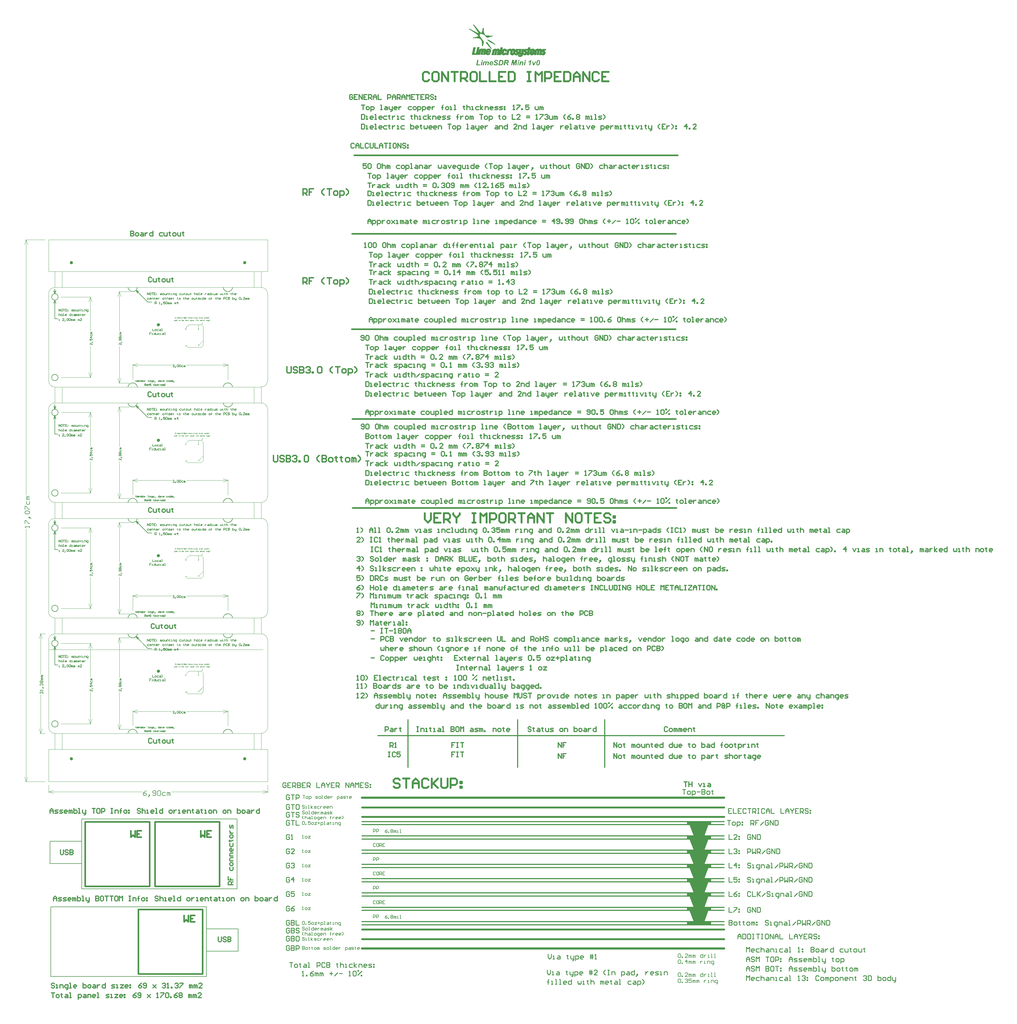
<source format=gm1>
G04 Layer_Color=16711935*
%FSLAX44Y44*%
%MOMM*%
G71*
G01*
G75*
%ADD12C,0.2000*%
%ADD13C,0.3000*%
%ADD50C,0.4000*%
%ADD51C,0.1500*%
%ADD52C,0.6000*%
%ADD53C,0.1000*%
%ADD59C,0.3500*%
%ADD60C,0.5000*%
%ADD62C,0.7000*%
%ADD115C,0.0254*%
%ADD116C,0.2540*%
%ADD189C,0.0260*%
%ADD190C,0.1524*%
G36*
X1473187Y2104468D02*
X1470084D01*
X1472971Y2118275D01*
X1466789Y2104468D01*
X1463542D01*
X1462916Y2118371D01*
X1460294Y2104468D01*
X1457191D01*
X1460655Y2121113D01*
X1465538D01*
X1466067Y2109664D01*
X1471287Y2121113D01*
X1476218D01*
X1473187Y2104468D01*
D02*
G37*
G36*
X1529185D02*
X1526394D01*
X1523989Y2116543D01*
X1527188D01*
X1528006Y2111251D01*
Y2111227D01*
X1528030Y2111155D01*
Y2111059D01*
X1528054Y2110914D01*
X1528078Y2110746D01*
X1528126Y2110529D01*
X1528198Y2110096D01*
X1528271Y2109615D01*
X1528343Y2109158D01*
X1528391Y2108750D01*
X1528415Y2108581D01*
X1528439Y2108437D01*
X1528463Y2108485D01*
X1528511Y2108557D01*
X1528583Y2108677D01*
X1528679Y2108870D01*
X1528824Y2109110D01*
X1528992Y2109447D01*
X1529112Y2109664D01*
X1529233Y2109880D01*
Y2109904D01*
X1529257Y2109928D01*
X1529353Y2110072D01*
X1529473Y2110289D01*
X1529617Y2110554D01*
X1529762Y2110818D01*
X1529906Y2111059D01*
X1530026Y2111275D01*
X1530099Y2111420D01*
X1533105Y2116543D01*
X1536617D01*
X1529185Y2104468D01*
D02*
G37*
G36*
X1351427Y2107258D02*
X1359942D01*
X1359365Y2104468D01*
X1347434D01*
X1350922Y2121113D01*
X1354337D01*
X1351427Y2107258D01*
D02*
G37*
G36*
X1384814Y2116759D02*
X1385126Y2116711D01*
X1385487Y2116615D01*
X1385872Y2116471D01*
X1386233Y2116278D01*
X1386546Y2116014D01*
X1386570Y2115990D01*
X1386666Y2115869D01*
X1386810Y2115701D01*
X1386954Y2115461D01*
X1387099Y2115172D01*
X1387243Y2114835D01*
X1387339Y2114426D01*
X1387363Y2113969D01*
Y2113945D01*
Y2113849D01*
X1387339Y2113681D01*
X1387315Y2113464D01*
X1387291Y2113175D01*
X1387219Y2112791D01*
X1387147Y2112334D01*
X1387027Y2111804D01*
X1385439Y2104468D01*
X1382216D01*
X1383779Y2111804D01*
Y2111828D01*
X1383803Y2111877D01*
Y2111925D01*
X1383827Y2112021D01*
X1383875Y2112261D01*
X1383924Y2112526D01*
X1383972Y2112791D01*
X1384020Y2113055D01*
X1384068Y2113248D01*
Y2113320D01*
Y2113368D01*
Y2113392D01*
Y2113464D01*
X1384044Y2113536D01*
X1384020Y2113656D01*
X1383948Y2113921D01*
X1383851Y2114041D01*
X1383755Y2114162D01*
X1383731Y2114186D01*
X1383707Y2114210D01*
X1383635Y2114258D01*
X1383539Y2114330D01*
X1383418Y2114378D01*
X1383250Y2114426D01*
X1383082Y2114450D01*
X1382865Y2114474D01*
X1382745D01*
X1382649Y2114450D01*
X1382408Y2114402D01*
X1382120Y2114306D01*
X1381783Y2114162D01*
X1381398Y2113921D01*
X1381205Y2113777D01*
X1381013Y2113608D01*
X1380845Y2113416D01*
X1380652Y2113175D01*
X1380628Y2113127D01*
X1380580Y2113079D01*
X1380532Y2113007D01*
X1380484Y2112887D01*
X1380412Y2112767D01*
X1380316Y2112598D01*
X1380243Y2112430D01*
X1380147Y2112213D01*
X1380051Y2111973D01*
X1379955Y2111708D01*
X1379859Y2111420D01*
X1379738Y2111107D01*
X1379642Y2110746D01*
X1379546Y2110361D01*
X1379450Y2109928D01*
X1378295Y2104468D01*
X1375072D01*
X1376587Y2111732D01*
Y2111756D01*
X1376611Y2111780D01*
X1376635Y2111949D01*
X1376683Y2112165D01*
X1376732Y2112406D01*
X1376780Y2112694D01*
X1376804Y2112959D01*
X1376852Y2113199D01*
Y2113368D01*
Y2113392D01*
Y2113440D01*
X1376828Y2113536D01*
X1376804Y2113656D01*
X1376707Y2113897D01*
X1376635Y2114041D01*
X1376515Y2114162D01*
X1376491Y2114186D01*
X1376467Y2114210D01*
X1376395Y2114258D01*
X1376299Y2114330D01*
X1376154Y2114378D01*
X1376010Y2114426D01*
X1375842Y2114450D01*
X1375625Y2114474D01*
X1375529D01*
X1375433Y2114450D01*
X1375288Y2114426D01*
X1375120Y2114402D01*
X1374928Y2114330D01*
X1374735Y2114258D01*
X1374519Y2114138D01*
X1374494Y2114113D01*
X1374422Y2114090D01*
X1374302Y2114017D01*
X1374182Y2113921D01*
X1374014Y2113801D01*
X1373845Y2113633D01*
X1373677Y2113464D01*
X1373508Y2113272D01*
X1373484Y2113248D01*
X1373436Y2113175D01*
X1373364Y2113055D01*
X1373268Y2112887D01*
X1373147Y2112694D01*
X1373027Y2112430D01*
X1372907Y2112165D01*
X1372787Y2111853D01*
Y2111828D01*
X1372763Y2111756D01*
X1372715Y2111636D01*
X1372666Y2111468D01*
X1372618Y2111227D01*
X1372522Y2110890D01*
X1372426Y2110506D01*
X1372378Y2110265D01*
X1372306Y2110000D01*
X1371151Y2104468D01*
X1367928D01*
X1370453Y2116543D01*
X1373508D01*
X1373220Y2115076D01*
X1373244Y2115100D01*
X1373292Y2115148D01*
X1373388Y2115244D01*
X1373532Y2115340D01*
X1373701Y2115485D01*
X1373893Y2115629D01*
X1374110Y2115773D01*
X1374374Y2115942D01*
X1374952Y2116254D01*
X1375577Y2116543D01*
X1375938Y2116639D01*
X1376275Y2116735D01*
X1376659Y2116783D01*
X1377020Y2116808D01*
X1377237D01*
X1377501Y2116783D01*
X1377790Y2116735D01*
X1378127Y2116663D01*
X1378488Y2116567D01*
X1378824Y2116423D01*
X1379113Y2116230D01*
X1379137Y2116206D01*
X1379233Y2116134D01*
X1379353Y2115990D01*
X1379522Y2115821D01*
X1379666Y2115605D01*
X1379834Y2115316D01*
X1379979Y2115028D01*
X1380075Y2114667D01*
X1380099Y2114715D01*
X1380195Y2114811D01*
X1380340Y2114980D01*
X1380532Y2115196D01*
X1380797Y2115437D01*
X1381085Y2115677D01*
X1381446Y2115942D01*
X1381855Y2116182D01*
X1381879D01*
X1381903Y2116206D01*
X1381975Y2116230D01*
X1382072Y2116278D01*
X1382288Y2116375D01*
X1382601Y2116495D01*
X1382961Y2116615D01*
X1383394Y2116711D01*
X1383827Y2116783D01*
X1384308Y2116808D01*
X1384549D01*
X1384814Y2116759D01*
D02*
G37*
G36*
X1396191Y2116783D02*
X1396384Y2116759D01*
X1396600Y2116735D01*
X1396841Y2116687D01*
X1397105Y2116639D01*
X1397682Y2116471D01*
X1397971Y2116375D01*
X1398260Y2116230D01*
X1398548Y2116062D01*
X1398837Y2115894D01*
X1399102Y2115677D01*
X1399366Y2115437D01*
X1399390Y2115412D01*
X1399414Y2115364D01*
X1399486Y2115292D01*
X1399583Y2115196D01*
X1399679Y2115052D01*
X1399775Y2114883D01*
X1399895Y2114667D01*
X1400040Y2114450D01*
X1400160Y2114186D01*
X1400280Y2113897D01*
X1400376Y2113584D01*
X1400473Y2113224D01*
X1400569Y2112863D01*
X1400641Y2112454D01*
X1400665Y2112045D01*
X1400689Y2111588D01*
Y2111564D01*
Y2111540D01*
Y2111395D01*
Y2111155D01*
X1400665Y2110890D01*
X1400641Y2110554D01*
X1400593Y2110193D01*
X1400449Y2109471D01*
X1392270D01*
Y2109447D01*
Y2109351D01*
X1392246Y2109255D01*
Y2109158D01*
Y2109134D01*
Y2109110D01*
Y2108966D01*
X1392294Y2108750D01*
X1392343Y2108461D01*
X1392415Y2108148D01*
X1392535Y2107836D01*
X1392703Y2107499D01*
X1392920Y2107210D01*
X1392944Y2107186D01*
X1393040Y2107090D01*
X1393184Y2106994D01*
X1393401Y2106849D01*
X1393641Y2106729D01*
X1393930Y2106609D01*
X1394267Y2106512D01*
X1394628Y2106488D01*
X1394796D01*
X1394892Y2106512D01*
X1395036Y2106537D01*
X1395205Y2106585D01*
X1395566Y2106705D01*
X1395758Y2106777D01*
X1395975Y2106897D01*
X1396191Y2107042D01*
X1396384Y2107210D01*
X1396600Y2107402D01*
X1396817Y2107619D01*
X1397009Y2107884D01*
X1397177Y2108172D01*
X1400088Y2107691D01*
Y2107667D01*
X1400040Y2107619D01*
X1399992Y2107523D01*
X1399919Y2107402D01*
X1399847Y2107258D01*
X1399727Y2107090D01*
X1399486Y2106681D01*
X1399150Y2106248D01*
X1398741Y2105815D01*
X1398284Y2105382D01*
X1397779Y2105021D01*
X1397755D01*
X1397706Y2104973D01*
X1397634Y2104949D01*
X1397538Y2104877D01*
X1397394Y2104829D01*
X1397249Y2104757D01*
X1396841Y2104588D01*
X1396384Y2104420D01*
X1395830Y2104300D01*
X1395253Y2104203D01*
X1394603Y2104155D01*
X1394363D01*
X1394195Y2104179D01*
X1393978Y2104203D01*
X1393738Y2104227D01*
X1393473Y2104276D01*
X1393184Y2104348D01*
X1392559Y2104540D01*
X1392222Y2104660D01*
X1391885Y2104805D01*
X1391573Y2104973D01*
X1391236Y2105190D01*
X1390923Y2105430D01*
X1390635Y2105695D01*
X1390611Y2105719D01*
X1390562Y2105767D01*
X1390490Y2105863D01*
X1390394Y2105983D01*
X1390274Y2106128D01*
X1390154Y2106320D01*
X1390009Y2106537D01*
X1389889Y2106777D01*
X1389745Y2107066D01*
X1389600Y2107354D01*
X1389480Y2107691D01*
X1389360Y2108052D01*
X1389264Y2108437D01*
X1389191Y2108870D01*
X1389143Y2109303D01*
X1389119Y2109760D01*
Y2109784D01*
Y2109880D01*
Y2110000D01*
X1389143Y2110169D01*
X1389167Y2110385D01*
X1389191Y2110650D01*
X1389240Y2110938D01*
X1389288Y2111251D01*
X1389456Y2111925D01*
X1389576Y2112285D01*
X1389697Y2112670D01*
X1389865Y2113055D01*
X1390033Y2113440D01*
X1390250Y2113825D01*
X1390490Y2114186D01*
X1390514Y2114210D01*
X1390587Y2114306D01*
X1390683Y2114426D01*
X1390827Y2114595D01*
X1391044Y2114787D01*
X1391260Y2115028D01*
X1391549Y2115244D01*
X1391861Y2115509D01*
X1392222Y2115749D01*
X1392631Y2115990D01*
X1393064Y2116206D01*
X1393545Y2116399D01*
X1394050Y2116567D01*
X1394603Y2116687D01*
X1395205Y2116783D01*
X1395830Y2116808D01*
X1396047D01*
X1396191Y2116783D01*
D02*
G37*
G36*
X1544170Y2121185D02*
X1544338Y2121161D01*
X1544531Y2121137D01*
X1545012Y2121017D01*
X1545541Y2120849D01*
X1545806Y2120728D01*
X1546094Y2120584D01*
X1546359Y2120416D01*
X1546648Y2120199D01*
X1546912Y2119983D01*
X1547153Y2119718D01*
X1547177Y2119694D01*
X1547201Y2119646D01*
X1547273Y2119574D01*
X1547369Y2119453D01*
X1547465Y2119285D01*
X1547562Y2119117D01*
X1547682Y2118900D01*
X1547826Y2118636D01*
X1547946Y2118347D01*
X1548067Y2118034D01*
X1548163Y2117673D01*
X1548259Y2117313D01*
X1548355Y2116880D01*
X1548428Y2116447D01*
X1548452Y2115966D01*
X1548476Y2115461D01*
Y2115437D01*
Y2115340D01*
Y2115196D01*
X1548452Y2115004D01*
Y2114787D01*
X1548428Y2114498D01*
X1548403Y2114186D01*
X1548355Y2113825D01*
X1548307Y2113416D01*
X1548235Y2113007D01*
X1548163Y2112550D01*
X1548067Y2112093D01*
X1547826Y2111083D01*
X1547513Y2110024D01*
Y2110000D01*
X1547465Y2109904D01*
X1547417Y2109760D01*
X1547345Y2109567D01*
X1547249Y2109327D01*
X1547129Y2109038D01*
X1546984Y2108750D01*
X1546840Y2108413D01*
X1546455Y2107715D01*
X1546022Y2106994D01*
X1545517Y2106296D01*
X1545228Y2105959D01*
X1544940Y2105671D01*
X1544916Y2105647D01*
X1544868Y2105598D01*
X1544771Y2105526D01*
X1544651Y2105430D01*
X1544507Y2105310D01*
X1544314Y2105190D01*
X1544122Y2105045D01*
X1543881Y2104925D01*
X1543328Y2104636D01*
X1542727Y2104396D01*
X1542390Y2104300D01*
X1542029Y2104227D01*
X1541668Y2104179D01*
X1541284Y2104155D01*
X1541091D01*
X1540947Y2104179D01*
X1540779Y2104203D01*
X1540586Y2104227D01*
X1540105Y2104348D01*
X1539576Y2104516D01*
X1539311Y2104636D01*
X1539023Y2104781D01*
X1538734Y2104949D01*
X1538469Y2105141D01*
X1538205Y2105358D01*
X1537940Y2105623D01*
X1537916Y2105647D01*
X1537892Y2105695D01*
X1537820Y2105767D01*
X1537748Y2105887D01*
X1537652Y2106055D01*
X1537531Y2106224D01*
X1537411Y2106440D01*
X1537291Y2106705D01*
X1537170Y2106994D01*
X1537050Y2107306D01*
X1536954Y2107643D01*
X1536834Y2108028D01*
X1536761Y2108437D01*
X1536689Y2108870D01*
X1536665Y2109351D01*
X1536641Y2109856D01*
Y2109880D01*
Y2109976D01*
Y2110096D01*
X1536665Y2110289D01*
Y2110529D01*
X1536689Y2110794D01*
X1536713Y2111107D01*
X1536737Y2111444D01*
X1536785Y2111804D01*
X1536858Y2112213D01*
X1537002Y2113079D01*
X1537194Y2113993D01*
X1537483Y2114955D01*
X1537507Y2115004D01*
X1537531Y2115100D01*
X1537603Y2115268D01*
X1537675Y2115485D01*
X1537772Y2115749D01*
X1537916Y2116038D01*
X1538060Y2116375D01*
X1538229Y2116735D01*
X1538614Y2117505D01*
X1539071Y2118275D01*
X1539311Y2118660D01*
X1539600Y2119021D01*
X1539888Y2119357D01*
X1540177Y2119670D01*
X1540201Y2119694D01*
X1540249Y2119742D01*
X1540345Y2119814D01*
X1540466Y2119910D01*
X1540610Y2120031D01*
X1540802Y2120151D01*
X1541019Y2120295D01*
X1541259Y2120440D01*
X1541789Y2120728D01*
X1542414Y2120969D01*
X1542751Y2121065D01*
X1543088Y2121137D01*
X1543448Y2121185D01*
X1543833Y2121209D01*
X1544026D01*
X1544170Y2121185D01*
D02*
G37*
G36*
X1479826Y2104468D02*
X1476603D01*
X1479129Y2116543D01*
X1482376D01*
X1479826Y2104468D01*
D02*
G37*
G36*
X1445549Y2121089D02*
X1445982Y2121065D01*
X1446463Y2121017D01*
X1446945Y2120945D01*
X1447426Y2120849D01*
X1447859Y2120704D01*
X1447883D01*
X1447907Y2120680D01*
X1448027Y2120632D01*
X1448219Y2120536D01*
X1448460Y2120392D01*
X1448749Y2120175D01*
X1449037Y2119935D01*
X1449302Y2119622D01*
X1449566Y2119261D01*
X1449590Y2119213D01*
X1449663Y2119069D01*
X1449783Y2118852D01*
X1449903Y2118564D01*
X1450023Y2118203D01*
X1450144Y2117770D01*
X1450216Y2117265D01*
X1450240Y2116735D01*
Y2116711D01*
Y2116639D01*
Y2116543D01*
X1450216Y2116375D01*
X1450192Y2116206D01*
X1450168Y2115990D01*
X1450144Y2115749D01*
X1450072Y2115509D01*
X1449927Y2114955D01*
X1449711Y2114354D01*
X1449566Y2114065D01*
X1449398Y2113777D01*
X1449182Y2113488D01*
X1448965Y2113224D01*
X1448941Y2113199D01*
X1448917Y2113175D01*
X1448821Y2113103D01*
X1448725Y2113007D01*
X1448580Y2112887D01*
X1448436Y2112767D01*
X1448244Y2112646D01*
X1448003Y2112502D01*
X1447762Y2112358D01*
X1447474Y2112213D01*
X1447161Y2112069D01*
X1446800Y2111925D01*
X1446439Y2111804D01*
X1446030Y2111708D01*
X1445573Y2111612D01*
X1445116Y2111540D01*
X1445141Y2111516D01*
X1445237Y2111444D01*
X1445357Y2111299D01*
X1445525Y2111131D01*
X1445694Y2110890D01*
X1445910Y2110626D01*
X1446127Y2110313D01*
X1446343Y2109976D01*
X1446367Y2109952D01*
X1446391Y2109880D01*
X1446463Y2109784D01*
X1446536Y2109615D01*
X1446656Y2109423D01*
X1446776Y2109182D01*
X1446920Y2108894D01*
X1447089Y2108557D01*
X1447281Y2108196D01*
X1447474Y2107787D01*
X1447690Y2107330D01*
X1447907Y2106825D01*
X1448147Y2106296D01*
X1448388Y2105719D01*
X1448652Y2105117D01*
X1448917Y2104468D01*
X1445237D01*
Y2104492D01*
X1445213Y2104540D01*
X1445189Y2104612D01*
X1445141Y2104733D01*
X1445092Y2104877D01*
X1445020Y2105069D01*
X1444948Y2105286D01*
X1444852Y2105550D01*
X1444732Y2105839D01*
X1444611Y2106152D01*
X1444467Y2106512D01*
X1444299Y2106897D01*
X1444130Y2107330D01*
X1443938Y2107811D01*
X1443721Y2108317D01*
X1443481Y2108846D01*
Y2108870D01*
X1443457Y2108918D01*
X1443409Y2108990D01*
X1443361Y2109110D01*
X1443216Y2109375D01*
X1443024Y2109712D01*
X1442807Y2110072D01*
X1442567Y2110433D01*
X1442278Y2110770D01*
X1442134Y2110890D01*
X1441989Y2111011D01*
X1441965Y2111035D01*
X1441893Y2111059D01*
X1441773Y2111107D01*
X1441605Y2111179D01*
X1441364Y2111251D01*
X1441075Y2111299D01*
X1440715Y2111323D01*
X1440282Y2111347D01*
X1438887D01*
X1437443Y2104468D01*
X1434052D01*
X1437540Y2121113D01*
X1445381D01*
X1445549Y2121089D01*
D02*
G37*
G36*
X1426595D02*
X1427004D01*
X1427341Y2121065D01*
X1427461D01*
X1427581Y2121041D01*
X1427629D01*
X1427750Y2121017D01*
X1427942Y2120993D01*
X1428207Y2120945D01*
X1428495Y2120897D01*
X1428808Y2120824D01*
X1429433Y2120608D01*
X1429482Y2120584D01*
X1429578Y2120560D01*
X1429722Y2120488D01*
X1429939Y2120392D01*
X1430155Y2120247D01*
X1430420Y2120103D01*
X1430660Y2119935D01*
X1430925Y2119718D01*
X1430949Y2119694D01*
X1431045Y2119622D01*
X1431165Y2119502D01*
X1431334Y2119333D01*
X1431502Y2119141D01*
X1431694Y2118900D01*
X1431887Y2118636D01*
X1432079Y2118347D01*
X1432103Y2118323D01*
X1432151Y2118203D01*
X1432248Y2118034D01*
X1432344Y2117818D01*
X1432464Y2117553D01*
X1432608Y2117240D01*
X1432729Y2116880D01*
X1432825Y2116495D01*
X1432849Y2116447D01*
X1432873Y2116302D01*
X1432921Y2116086D01*
X1432969Y2115821D01*
X1433017Y2115485D01*
X1433042Y2115076D01*
X1433090Y2114667D01*
Y2114210D01*
Y2114186D01*
Y2114090D01*
Y2113945D01*
X1433065Y2113753D01*
Y2113512D01*
X1433042Y2113248D01*
X1432993Y2112935D01*
X1432969Y2112598D01*
X1432897Y2112237D01*
X1432849Y2111853D01*
X1432657Y2111059D01*
X1432392Y2110241D01*
X1432248Y2109832D01*
X1432055Y2109423D01*
Y2109399D01*
X1432007Y2109327D01*
X1431959Y2109231D01*
X1431863Y2109086D01*
X1431767Y2108894D01*
X1431646Y2108701D01*
X1431334Y2108220D01*
X1430973Y2107691D01*
X1430516Y2107138D01*
X1430011Y2106609D01*
X1429458Y2106104D01*
X1429433D01*
X1429409Y2106055D01*
X1429337Y2106007D01*
X1429241Y2105959D01*
X1429121Y2105863D01*
X1428976Y2105791D01*
X1428616Y2105574D01*
X1428183Y2105358D01*
X1427653Y2105117D01*
X1427052Y2104901D01*
X1426379Y2104709D01*
X1426331D01*
X1426258Y2104684D01*
X1426186Y2104660D01*
X1426066D01*
X1425922Y2104636D01*
X1425753Y2104612D01*
X1425561Y2104588D01*
X1425344Y2104564D01*
X1425104Y2104540D01*
X1424839Y2104516D01*
X1424526D01*
X1424214Y2104492D01*
X1423853Y2104468D01*
X1417214D01*
X1420702Y2121113D01*
X1426186D01*
X1426595Y2121089D01*
D02*
G37*
G36*
X1364777Y2104468D02*
X1361554D01*
X1364079Y2116543D01*
X1367327D01*
X1364777Y2104468D01*
D02*
G37*
G36*
X1517639D02*
X1514367D01*
X1516773Y2115990D01*
X1516725Y2115966D01*
X1516604Y2115869D01*
X1516388Y2115749D01*
X1516099Y2115581D01*
X1515762Y2115388D01*
X1515354Y2115196D01*
X1514897Y2114980D01*
X1514415Y2114763D01*
X1514391D01*
X1514367Y2114739D01*
X1514295Y2114715D01*
X1514199Y2114667D01*
X1513934Y2114595D01*
X1513622Y2114474D01*
X1513261Y2114354D01*
X1512852Y2114234D01*
X1512467Y2114113D01*
X1512058Y2114017D01*
X1512684Y2116928D01*
X1512708D01*
X1512732Y2116952D01*
X1512876Y2117000D01*
X1513092Y2117120D01*
X1513381Y2117265D01*
X1513718Y2117433D01*
X1514127Y2117625D01*
X1514584Y2117866D01*
X1515065Y2118155D01*
X1515570Y2118443D01*
X1516099Y2118780D01*
X1516653Y2119141D01*
X1517182Y2119502D01*
X1517711Y2119910D01*
X1518240Y2120319D01*
X1518721Y2120752D01*
X1519178Y2121209D01*
X1521151D01*
X1517639Y2104468D01*
D02*
G37*
G36*
X1500512D02*
X1497289D01*
X1499815Y2116543D01*
X1503062D01*
X1500512Y2104468D01*
D02*
G37*
G36*
X1492959Y2116783D02*
X1493248Y2116759D01*
X1493585Y2116711D01*
X1493970Y2116591D01*
X1494355Y2116447D01*
X1494740Y2116230D01*
X1495100Y2115942D01*
X1495148Y2115894D01*
X1495245Y2115797D01*
X1495365Y2115605D01*
X1495533Y2115340D01*
X1495702Y2115004D01*
X1495822Y2114619D01*
X1495918Y2114186D01*
X1495966Y2113681D01*
Y2113656D01*
Y2113560D01*
X1495942Y2113392D01*
X1495894Y2113127D01*
X1495846Y2112815D01*
X1495774Y2112382D01*
X1495726Y2112141D01*
X1495678Y2111877D01*
X1495605Y2111588D01*
X1495533Y2111275D01*
X1494066Y2104468D01*
X1490843D01*
X1492310Y2111299D01*
Y2111323D01*
X1492334Y2111371D01*
Y2111444D01*
X1492358Y2111540D01*
X1492406Y2111804D01*
X1492478Y2112093D01*
X1492527Y2112406D01*
X1492575Y2112718D01*
X1492623Y2112959D01*
X1492647Y2113055D01*
Y2113127D01*
Y2113151D01*
Y2113224D01*
X1492623Y2113344D01*
X1492599Y2113488D01*
X1492551Y2113633D01*
X1492478Y2113801D01*
X1492382Y2113969D01*
X1492262Y2114113D01*
X1492238Y2114138D01*
X1492190Y2114162D01*
X1492118Y2114234D01*
X1491997Y2114306D01*
X1491853Y2114354D01*
X1491685Y2114426D01*
X1491468Y2114450D01*
X1491228Y2114474D01*
X1491107D01*
X1490963Y2114450D01*
X1490746Y2114402D01*
X1490506Y2114330D01*
X1490241Y2114210D01*
X1489953Y2114065D01*
X1489616Y2113873D01*
X1489568Y2113849D01*
X1489472Y2113753D01*
X1489303Y2113633D01*
X1489111Y2113440D01*
X1488894Y2113224D01*
X1488654Y2112959D01*
X1488437Y2112646D01*
X1488221Y2112285D01*
X1488197Y2112261D01*
X1488149Y2112141D01*
X1488077Y2111949D01*
X1488029Y2111804D01*
X1487980Y2111660D01*
X1487932Y2111468D01*
X1487860Y2111275D01*
X1487788Y2111035D01*
X1487716Y2110770D01*
X1487644Y2110481D01*
X1487547Y2110145D01*
X1487475Y2109784D01*
X1487379Y2109399D01*
X1486345Y2104468D01*
X1483121D01*
X1485647Y2116543D01*
X1488726D01*
X1488413Y2114955D01*
X1488437D01*
X1488461Y2115004D01*
X1488606Y2115124D01*
X1488846Y2115292D01*
X1489135Y2115509D01*
X1489472Y2115725D01*
X1489832Y2115966D01*
X1490217Y2116182D01*
X1490602Y2116375D01*
X1490650Y2116399D01*
X1490771Y2116447D01*
X1490987Y2116519D01*
X1491252Y2116591D01*
X1491564Y2116663D01*
X1491925Y2116735D01*
X1492310Y2116783D01*
X1492719Y2116808D01*
X1492863D01*
X1492959Y2116783D01*
D02*
G37*
G36*
X2065875Y-412750D02*
X2087000D01*
Y-422500D01*
X2011250D01*
Y-412750D01*
X2032125D01*
X2019000Y-377750D01*
X2079000D01*
X2065875Y-412750D01*
D02*
G37*
G36*
Y-457750D02*
X2087000D01*
Y-467500D01*
X2011250D01*
Y-457750D01*
X2032125D01*
X2019000Y-422750D01*
X2079000D01*
X2065875Y-457750D01*
D02*
G37*
G36*
Y-502750D02*
X2087000D01*
Y-512500D01*
X2011250D01*
Y-502750D01*
X2032125D01*
X2019000Y-467750D01*
X2079000D01*
X2065875Y-502750D01*
D02*
G37*
G36*
X2087000Y-287500D02*
X2011250D01*
Y-277750D01*
X2087000D01*
Y-287500D01*
D02*
G37*
G36*
X2065875Y-322750D02*
X2087000D01*
Y-332500D01*
X2011250D01*
Y-322750D01*
X2032125D01*
X2019000Y-287750D01*
X2079000D01*
X2065875Y-322750D01*
D02*
G37*
G36*
Y-367750D02*
X2087000D01*
Y-377500D01*
X2011250D01*
Y-367750D01*
X2032125D01*
X2019000Y-332750D01*
X2079000D01*
X2065875Y-367750D01*
D02*
G37*
G36*
X1482713Y2118179D02*
X1479465D01*
X1480091Y2121113D01*
X1483314D01*
X1482713Y2118179D01*
D02*
G37*
G36*
X1367663D02*
X1364416D01*
X1365041Y2121113D01*
X1368265D01*
X1367663Y2118179D01*
D02*
G37*
G36*
X1410599Y2121402D02*
X1410840Y2121378D01*
X1411129Y2121354D01*
X1411441Y2121306D01*
X1411778Y2121257D01*
X1412524Y2121089D01*
X1412908Y2120969D01*
X1413269Y2120849D01*
X1413654Y2120680D01*
X1414015Y2120488D01*
X1414352Y2120271D01*
X1414664Y2120031D01*
X1414688Y2120007D01*
X1414736Y2119959D01*
X1414809Y2119886D01*
X1414929Y2119790D01*
X1415049Y2119646D01*
X1415194Y2119478D01*
X1415338Y2119285D01*
X1415482Y2119069D01*
X1415651Y2118804D01*
X1415819Y2118539D01*
X1415963Y2118227D01*
X1416108Y2117914D01*
X1416228Y2117553D01*
X1416324Y2117192D01*
X1416396Y2116783D01*
X1416444Y2116375D01*
X1413173Y2116230D01*
Y2116254D01*
Y2116278D01*
X1413149Y2116423D01*
X1413077Y2116639D01*
X1413005Y2116904D01*
X1412884Y2117192D01*
X1412740Y2117505D01*
X1412548Y2117794D01*
X1412283Y2118058D01*
X1412259Y2118082D01*
X1412139Y2118155D01*
X1411970Y2118275D01*
X1411730Y2118395D01*
X1411441Y2118491D01*
X1411056Y2118612D01*
X1410599Y2118684D01*
X1410094Y2118708D01*
X1409854D01*
X1409613Y2118684D01*
X1409300Y2118636D01*
X1408988Y2118587D01*
X1408651Y2118491D01*
X1408338Y2118371D01*
X1408074Y2118203D01*
X1408050Y2118179D01*
X1407977Y2118107D01*
X1407881Y2118010D01*
X1407785Y2117866D01*
X1407665Y2117673D01*
X1407569Y2117457D01*
X1407496Y2117192D01*
X1407472Y2116928D01*
Y2116904D01*
Y2116808D01*
X1407496Y2116687D01*
X1407545Y2116519D01*
X1407617Y2116326D01*
X1407713Y2116134D01*
X1407833Y2115942D01*
X1408026Y2115749D01*
X1408050Y2115725D01*
X1408146Y2115653D01*
X1408290Y2115557D01*
X1408531Y2115412D01*
X1408699Y2115316D01*
X1408867Y2115220D01*
X1409060Y2115100D01*
X1409300Y2114980D01*
X1409541Y2114859D01*
X1409830Y2114715D01*
X1410142Y2114570D01*
X1410479Y2114426D01*
X1410503Y2114402D01*
X1410599Y2114378D01*
X1410744Y2114306D01*
X1410936Y2114234D01*
X1411177Y2114113D01*
X1411441Y2113993D01*
X1412018Y2113705D01*
X1412644Y2113392D01*
X1413245Y2113055D01*
X1413534Y2112887D01*
X1413774Y2112718D01*
X1413991Y2112550D01*
X1414159Y2112406D01*
X1414183Y2112382D01*
X1414207Y2112358D01*
X1414279Y2112285D01*
X1414352Y2112213D01*
X1414544Y2111949D01*
X1414761Y2111612D01*
X1414977Y2111203D01*
X1415146Y2110698D01*
X1415290Y2110121D01*
X1415314Y2109832D01*
X1415338Y2109495D01*
Y2109471D01*
Y2109399D01*
Y2109279D01*
X1415314Y2109134D01*
X1415290Y2108942D01*
X1415242Y2108701D01*
X1415194Y2108461D01*
X1415121Y2108196D01*
X1415025Y2107908D01*
X1414905Y2107595D01*
X1414761Y2107282D01*
X1414592Y2106969D01*
X1414400Y2106657D01*
X1414159Y2106320D01*
X1413895Y2106031D01*
X1413582Y2105719D01*
X1413558Y2105695D01*
X1413510Y2105647D01*
X1413389Y2105574D01*
X1413269Y2105478D01*
X1413077Y2105358D01*
X1412860Y2105214D01*
X1412620Y2105093D01*
X1412307Y2104949D01*
X1411994Y2104781D01*
X1411634Y2104660D01*
X1411225Y2104516D01*
X1410792Y2104396D01*
X1410335Y2104300D01*
X1409830Y2104227D01*
X1409300Y2104179D01*
X1408723Y2104155D01*
X1408362D01*
X1408170Y2104179D01*
X1407953Y2104203D01*
X1407713D01*
X1407448Y2104252D01*
X1406871Y2104324D01*
X1406246Y2104444D01*
X1405596Y2104612D01*
X1404995Y2104853D01*
X1404971D01*
X1404923Y2104877D01*
X1404850Y2104925D01*
X1404730Y2104997D01*
X1404466Y2105141D01*
X1404129Y2105382D01*
X1403768Y2105647D01*
X1403407Y2106007D01*
X1403070Y2106392D01*
X1402782Y2106849D01*
Y2106873D01*
X1402758Y2106897D01*
X1402734Y2106969D01*
X1402686Y2107090D01*
X1402637Y2107210D01*
X1402589Y2107354D01*
X1402469Y2107715D01*
X1402349Y2108148D01*
X1402253Y2108653D01*
X1402204Y2109207D01*
X1402180Y2109808D01*
X1405452Y2110000D01*
Y2109976D01*
Y2109928D01*
Y2109856D01*
X1405476Y2109760D01*
X1405500Y2109471D01*
X1405548Y2109158D01*
X1405596Y2108798D01*
X1405692Y2108437D01*
X1405813Y2108124D01*
X1405981Y2107884D01*
X1406029Y2107836D01*
X1406125Y2107739D01*
X1406318Y2107619D01*
X1406606Y2107451D01*
X1406775Y2107379D01*
X1406991Y2107282D01*
X1407208Y2107210D01*
X1407472Y2107162D01*
X1407737Y2107090D01*
X1408050Y2107066D01*
X1408386Y2107018D01*
X1409012D01*
X1409156Y2107042D01*
X1409324D01*
X1409685Y2107090D01*
X1410070Y2107162D01*
X1410479Y2107282D01*
X1410864Y2107427D01*
X1411177Y2107619D01*
X1411201Y2107643D01*
X1411297Y2107715D01*
X1411417Y2107859D01*
X1411561Y2108028D01*
X1411706Y2108244D01*
X1411826Y2108485D01*
X1411922Y2108750D01*
X1411946Y2109062D01*
Y2109086D01*
Y2109182D01*
X1411922Y2109327D01*
X1411874Y2109495D01*
X1411802Y2109688D01*
X1411682Y2109904D01*
X1411537Y2110121D01*
X1411321Y2110313D01*
X1411297Y2110337D01*
X1411225Y2110385D01*
X1411080Y2110481D01*
X1410864Y2110602D01*
X1410720Y2110698D01*
X1410551Y2110794D01*
X1410359Y2110890D01*
X1410142Y2110986D01*
X1409878Y2111107D01*
X1409613Y2111251D01*
X1409276Y2111395D01*
X1408940Y2111540D01*
X1408916D01*
X1408843Y2111588D01*
X1408747Y2111612D01*
X1408627Y2111684D01*
X1408459Y2111756D01*
X1408266Y2111828D01*
X1407857Y2112021D01*
X1407400Y2112261D01*
X1406919Y2112478D01*
X1406486Y2112718D01*
X1406270Y2112839D01*
X1406101Y2112935D01*
X1406053Y2112959D01*
X1405957Y2113031D01*
X1405789Y2113175D01*
X1405596Y2113344D01*
X1405380Y2113536D01*
X1405139Y2113801D01*
X1404923Y2114090D01*
X1404706Y2114402D01*
X1404682Y2114450D01*
X1404634Y2114570D01*
X1404538Y2114763D01*
X1404466Y2115004D01*
X1404369Y2115316D01*
X1404273Y2115677D01*
X1404225Y2116086D01*
X1404201Y2116519D01*
Y2116543D01*
Y2116615D01*
Y2116735D01*
X1404225Y2116880D01*
X1404249Y2117048D01*
X1404273Y2117265D01*
X1404321Y2117505D01*
X1404393Y2117746D01*
X1404562Y2118299D01*
X1404706Y2118587D01*
X1404850Y2118900D01*
X1405019Y2119189D01*
X1405211Y2119478D01*
X1405452Y2119766D01*
X1405716Y2120031D01*
X1405740Y2120055D01*
X1405789Y2120103D01*
X1405885Y2120151D01*
X1406005Y2120247D01*
X1406149Y2120343D01*
X1406342Y2120464D01*
X1406582Y2120608D01*
X1406847Y2120728D01*
X1407135Y2120849D01*
X1407448Y2120993D01*
X1407809Y2121113D01*
X1408218Y2121209D01*
X1408651Y2121306D01*
X1409108Y2121378D01*
X1409589Y2121402D01*
X1410118Y2121426D01*
X1410407D01*
X1410599Y2121402D01*
D02*
G37*
G36*
X2065875Y-547750D02*
X2087000D01*
Y-557500D01*
X2011250D01*
Y-547750D01*
X2032125D01*
X2019000Y-512750D01*
X2079000D01*
X2065875Y-547750D01*
D02*
G37*
G36*
X2065875Y-592750D02*
X2087000D01*
Y-602500D01*
X2011250D01*
Y-592750D01*
X2032125D01*
X2019000Y-557750D01*
X2079000D01*
X2065875Y-592750D01*
D02*
G37*
G36*
X1503399Y2118179D02*
X1500152D01*
X1500777Y2121113D01*
X1504000D01*
X1503399Y2118179D01*
D02*
G37*
%LPC*%
G36*
X1395493Y2114474D02*
X1395325D01*
X1395133Y2114426D01*
X1394892Y2114378D01*
X1394603Y2114282D01*
X1394291Y2114162D01*
X1393978Y2113969D01*
X1393665Y2113705D01*
X1393641Y2113681D01*
X1393545Y2113560D01*
X1393401Y2113392D01*
X1393232Y2113127D01*
X1393064Y2112815D01*
X1392872Y2112430D01*
X1392703Y2111997D01*
X1392583Y2111468D01*
X1397706D01*
Y2111492D01*
Y2111588D01*
Y2111684D01*
Y2111780D01*
Y2111804D01*
Y2111828D01*
Y2111901D01*
Y2111997D01*
X1397682Y2112237D01*
X1397634Y2112550D01*
X1397562Y2112863D01*
X1397442Y2113199D01*
X1397298Y2113512D01*
X1397105Y2113801D01*
X1397081Y2113825D01*
X1396985Y2113897D01*
X1396865Y2114017D01*
X1396672Y2114138D01*
X1396456Y2114258D01*
X1396167Y2114378D01*
X1395854Y2114450D01*
X1395493Y2114474D01*
D02*
G37*
G36*
X1543713Y2118612D02*
X1543665D01*
X1543569Y2118587D01*
X1543400Y2118564D01*
X1543184Y2118515D01*
X1542943Y2118395D01*
X1542679Y2118251D01*
X1542414Y2118058D01*
X1542150Y2117770D01*
Y2117746D01*
X1542101Y2117722D01*
X1542053Y2117625D01*
X1541981Y2117529D01*
X1541909Y2117385D01*
X1541789Y2117216D01*
X1541693Y2117024D01*
X1541572Y2116783D01*
X1541428Y2116495D01*
X1541284Y2116182D01*
X1541139Y2115845D01*
X1540995Y2115437D01*
X1540851Y2115028D01*
X1540706Y2114547D01*
X1540562Y2114041D01*
X1540418Y2113488D01*
Y2113464D01*
X1540394Y2113368D01*
X1540370Y2113248D01*
X1540321Y2113055D01*
X1540273Y2112839D01*
X1540225Y2112574D01*
X1540177Y2112285D01*
X1540129Y2111973D01*
X1540009Y2111275D01*
X1539913Y2110578D01*
X1539840Y2109856D01*
X1539816Y2109182D01*
Y2109158D01*
Y2109134D01*
Y2109062D01*
Y2108966D01*
X1539840Y2108725D01*
X1539864Y2108437D01*
X1539913Y2108124D01*
X1540009Y2107811D01*
X1540105Y2107523D01*
X1540249Y2107282D01*
X1540273Y2107258D01*
X1540321Y2107210D01*
X1540418Y2107114D01*
X1540562Y2107018D01*
X1540706Y2106921D01*
X1540899Y2106825D01*
X1541139Y2106777D01*
X1541380Y2106753D01*
X1541428D01*
X1541524Y2106777D01*
X1541717Y2106801D01*
X1541933Y2106849D01*
X1542174Y2106969D01*
X1542462Y2107114D01*
X1542727Y2107306D01*
X1543015Y2107595D01*
Y2107619D01*
X1543064Y2107643D01*
X1543112Y2107715D01*
X1543184Y2107836D01*
X1543256Y2107956D01*
X1543352Y2108124D01*
X1543448Y2108341D01*
X1543569Y2108581D01*
X1543713Y2108846D01*
X1543833Y2109182D01*
X1543978Y2109543D01*
X1544122Y2109952D01*
X1544266Y2110409D01*
X1544411Y2110890D01*
X1544555Y2111444D01*
X1544699Y2112045D01*
Y2112069D01*
X1544723Y2112165D01*
X1544747Y2112310D01*
X1544795Y2112478D01*
X1544843Y2112694D01*
X1544892Y2112959D01*
X1544940Y2113248D01*
X1545012Y2113560D01*
X1545108Y2114234D01*
X1545204Y2114931D01*
X1545276Y2115605D01*
X1545301Y2115942D01*
Y2116230D01*
Y2116254D01*
Y2116278D01*
Y2116447D01*
X1545276Y2116663D01*
X1545253Y2116928D01*
X1545180Y2117216D01*
X1545108Y2117529D01*
X1544988Y2117794D01*
X1544843Y2118034D01*
X1544819Y2118058D01*
X1544771Y2118130D01*
X1544675Y2118227D01*
X1544531Y2118323D01*
X1544386Y2118419D01*
X1544194Y2118515D01*
X1543954Y2118587D01*
X1543713Y2118612D01*
D02*
G37*
G36*
X1444635Y2118323D02*
X1440354D01*
X1439416Y2113849D01*
X1441917D01*
X1442158Y2113873D01*
X1442735Y2113897D01*
X1443336Y2113921D01*
X1443938Y2113993D01*
X1444202Y2114017D01*
X1444467Y2114065D01*
X1444684Y2114113D01*
X1444876Y2114162D01*
X1444924Y2114186D01*
X1445020Y2114234D01*
X1445189Y2114306D01*
X1445405Y2114426D01*
X1445622Y2114570D01*
X1445862Y2114739D01*
X1446079Y2114955D01*
X1446295Y2115196D01*
X1446319Y2115220D01*
X1446367Y2115316D01*
X1446463Y2115461D01*
X1446560Y2115653D01*
X1446656Y2115869D01*
X1446752Y2116110D01*
X1446800Y2116399D01*
X1446824Y2116687D01*
Y2116735D01*
Y2116832D01*
X1446776Y2117000D01*
X1446728Y2117192D01*
X1446632Y2117409D01*
X1446512Y2117625D01*
X1446319Y2117842D01*
X1446079Y2118034D01*
X1446055Y2118058D01*
X1445982Y2118082D01*
X1445862Y2118130D01*
X1445670Y2118179D01*
X1445405Y2118227D01*
X1445044Y2118275D01*
X1444635Y2118323D01*
D02*
G37*
G36*
X1426066Y2118371D02*
X1423540D01*
X1421183Y2107138D01*
X1423372D01*
X1423564Y2107162D01*
X1423973D01*
X1424430Y2107186D01*
X1424863Y2107234D01*
X1425296Y2107282D01*
X1425489Y2107306D01*
X1425657Y2107354D01*
X1425705Y2107379D01*
X1425801Y2107402D01*
X1425970Y2107475D01*
X1426186Y2107547D01*
X1426427Y2107667D01*
X1426691Y2107811D01*
X1426956Y2108004D01*
X1427220Y2108220D01*
X1427245D01*
X1427269Y2108268D01*
X1427389Y2108389D01*
X1427581Y2108605D01*
X1427822Y2108870D01*
X1428111Y2109231D01*
X1428399Y2109664D01*
X1428688Y2110145D01*
X1428952Y2110674D01*
Y2110698D01*
X1428976Y2110746D01*
X1429025Y2110842D01*
X1429073Y2110938D01*
X1429121Y2111107D01*
X1429169Y2111275D01*
X1429241Y2111468D01*
X1429313Y2111708D01*
X1429361Y2111949D01*
X1429433Y2112237D01*
X1429554Y2112863D01*
X1429626Y2113560D01*
X1429650Y2114306D01*
Y2114330D01*
Y2114378D01*
Y2114474D01*
Y2114595D01*
X1429626Y2114739D01*
Y2114907D01*
X1429578Y2115316D01*
X1429506Y2115749D01*
X1429409Y2116182D01*
X1429265Y2116615D01*
X1429073Y2116976D01*
X1429049Y2117024D01*
X1428976Y2117120D01*
X1428856Y2117265D01*
X1428688Y2117457D01*
X1428471Y2117649D01*
X1428231Y2117842D01*
X1427942Y2118010D01*
X1427629Y2118155D01*
X1427605D01*
X1427509Y2118179D01*
X1427365Y2118227D01*
X1427148Y2118275D01*
X1426860Y2118299D01*
X1426499Y2118347D01*
X1426066Y2118371D01*
D02*
G37*
%LPD*%
D12*
X104250Y-489750D02*
Y-269750D01*
Y-489750D02*
X594250D01*
Y-269750D01*
X104250D02*
X594250D01*
X4250Y-339750D02*
X104250D01*
X4250Y-409750D02*
Y-339750D01*
Y-409750D02*
X104250D01*
X497250Y-686000D02*
X597250D01*
Y-616000D01*
X497250D02*
X597250D01*
X7250Y-546000D02*
X497250D01*
X7250Y-766000D02*
Y-546000D01*
Y-766000D02*
X497250D01*
Y-546000D01*
X1983500Y-756268D02*
X1985499Y-754269D01*
X1989498D01*
X1991497Y-756268D01*
Y-764266D01*
X1989498Y-766265D01*
X1985499D01*
X1983500Y-764266D01*
Y-756268D01*
X1995496Y-766265D02*
Y-764266D01*
X1997496D01*
Y-766265D01*
X1995496D01*
X2013490D02*
X2005493D01*
X2013490Y-758268D01*
Y-756268D01*
X2011491Y-754269D01*
X2007492D01*
X2005493Y-756268D01*
X2017489Y-766265D02*
Y-758268D01*
X2019488D01*
X2021488Y-760267D01*
Y-766265D01*
Y-760267D01*
X2023487Y-758268D01*
X2025486Y-760267D01*
Y-766265D01*
X2029485D02*
Y-758268D01*
X2031485D01*
X2033484Y-760267D01*
Y-766265D01*
Y-760267D01*
X2035483Y-758268D01*
X2037482Y-760267D01*
Y-766265D01*
X2061475Y-754269D02*
Y-766265D01*
X2055477D01*
X2053477Y-764266D01*
Y-760267D01*
X2055477Y-758268D01*
X2061475D01*
X2065473D02*
Y-766265D01*
Y-762267D01*
X2067473Y-760267D01*
X2069472Y-758268D01*
X2071472D01*
X2077470Y-766265D02*
X2081468D01*
X2079469D01*
Y-758268D01*
X2077470D01*
X2087466Y-766265D02*
X2091465D01*
X2089466D01*
Y-754269D01*
X2087466D01*
X2097463Y-766265D02*
X2101462D01*
X2099462D01*
Y-754269D01*
X2097463D01*
X1983500Y-775464D02*
X1985499Y-773465D01*
X1989498D01*
X1991497Y-775464D01*
Y-783461D01*
X1989498Y-785461D01*
X1985499D01*
X1983500Y-783461D01*
Y-775464D01*
X1995496Y-785461D02*
Y-783461D01*
X1997496D01*
Y-785461D01*
X1995496D01*
X2005493Y-775464D02*
X2007492Y-773465D01*
X2011491D01*
X2013490Y-775464D01*
Y-777463D01*
X2011491Y-779463D01*
X2009492D01*
X2011491D01*
X2013490Y-781462D01*
Y-783461D01*
X2011491Y-785461D01*
X2007492D01*
X2005493Y-783461D01*
X2025486Y-773465D02*
X2017489D01*
Y-779463D01*
X2021488Y-777463D01*
X2023487D01*
X2025486Y-779463D01*
Y-783461D01*
X2023487Y-785461D01*
X2019488D01*
X2017489Y-783461D01*
X2029485Y-785461D02*
Y-777463D01*
X2031485D01*
X2033484Y-779463D01*
Y-785461D01*
Y-779463D01*
X2035483Y-777463D01*
X2037482Y-779463D01*
Y-785461D01*
X2041481D02*
Y-777463D01*
X2043481D01*
X2045480Y-779463D01*
Y-785461D01*
Y-779463D01*
X2047479Y-777463D01*
X2049479Y-779463D01*
Y-785461D01*
X2065473Y-777463D02*
Y-785461D01*
Y-781462D01*
X2067473Y-779463D01*
X2069472Y-777463D01*
X2071472D01*
X2077470Y-785461D02*
X2081468D01*
X2079469D01*
Y-777463D01*
X2077470D01*
X2087466Y-785461D02*
Y-777463D01*
X2093464D01*
X2095464Y-779463D01*
Y-785461D01*
X2103461Y-789459D02*
X2105461D01*
X2107460Y-787460D01*
Y-777463D01*
X2101462D01*
X2099462Y-779463D01*
Y-783461D01*
X2101462Y-785461D01*
X2107460D01*
X1983500Y-696268D02*
X1985499Y-694269D01*
X1989498D01*
X1991497Y-696268D01*
Y-704266D01*
X1989498Y-706265D01*
X1985499D01*
X1983500Y-704266D01*
Y-696268D01*
X1995496Y-706265D02*
Y-704266D01*
X1997496D01*
Y-706265D01*
X1995496D01*
X2013490D02*
X2005493D01*
X2013490Y-698268D01*
Y-696268D01*
X2011491Y-694269D01*
X2007492D01*
X2005493Y-696268D01*
X2017489Y-706265D02*
Y-698268D01*
X2019488D01*
X2021488Y-700267D01*
Y-706265D01*
Y-700267D01*
X2023487Y-698268D01*
X2025486Y-700267D01*
Y-706265D01*
X2029485D02*
Y-698268D01*
X2031485D01*
X2033484Y-700267D01*
Y-706265D01*
Y-700267D01*
X2035483Y-698268D01*
X2037482Y-700267D01*
Y-706265D01*
X2061475Y-694269D02*
Y-706265D01*
X2055477D01*
X2053477Y-704266D01*
Y-700267D01*
X2055477Y-698268D01*
X2061475D01*
X2065473D02*
Y-706265D01*
Y-702267D01*
X2067473Y-700267D01*
X2069472Y-698268D01*
X2071472D01*
X2077470Y-706265D02*
X2081468D01*
X2079469D01*
Y-698268D01*
X2077470D01*
X2087466Y-706265D02*
X2091465D01*
X2089466D01*
Y-694269D01*
X2087466D01*
X2097463Y-706265D02*
X2101462D01*
X2099462D01*
Y-694269D01*
X2097463D01*
X1983500Y-715464D02*
X1985499Y-713465D01*
X1989498D01*
X1991497Y-715464D01*
Y-723461D01*
X1989498Y-725461D01*
X1985499D01*
X1983500Y-723461D01*
Y-715464D01*
X1995496Y-725461D02*
Y-723461D01*
X1997496D01*
Y-725461D01*
X1995496D01*
X2011491D02*
Y-713465D01*
X2005493Y-719463D01*
X2013490D01*
X2017489Y-725461D02*
Y-717463D01*
X2019488D01*
X2021488Y-719463D01*
Y-725461D01*
Y-719463D01*
X2023487Y-717463D01*
X2025486Y-719463D01*
Y-725461D01*
X2029485D02*
Y-717463D01*
X2031485D01*
X2033484Y-719463D01*
Y-725461D01*
Y-719463D01*
X2035483Y-717463D01*
X2037482Y-719463D01*
Y-725461D01*
X2053477Y-717463D02*
Y-725461D01*
Y-721462D01*
X2055477Y-719463D01*
X2057476Y-717463D01*
X2059475D01*
X2065473Y-725461D02*
X2069472D01*
X2067473D01*
Y-717463D01*
X2065473D01*
X2075470Y-725461D02*
Y-717463D01*
X2081468D01*
X2083468Y-719463D01*
Y-725461D01*
X2091465Y-729459D02*
X2093464D01*
X2095464Y-727460D01*
Y-717463D01*
X2089466D01*
X2087466Y-719463D01*
Y-723461D01*
X2089466Y-725461D01*
X2095464D01*
X579773Y616D02*
G03*
X550274Y868I-14773J-2616D01*
G01*
X279773Y616D02*
G03*
X250274Y868I-14773J-2616D01*
G01*
X30000Y283700D02*
G03*
X30000Y283700I-10000J0D01*
G01*
X250227Y313084D02*
G03*
X279726Y312832I14773J2616D01*
G01*
X30000Y30000D02*
G03*
X30000Y30000I-10000J0D01*
G01*
X550274Y312832D02*
G03*
X579773Y313084I14726J2868D01*
G01*
Y364316D02*
G03*
X550274Y364568I-14773J-2616D01*
G01*
X279773Y364316D02*
G03*
X250274Y364568I-14773J-2616D01*
G01*
X30000Y647400D02*
G03*
X30000Y647400I-10000J0D01*
G01*
X250227Y676785D02*
G03*
X279726Y676532I14773J2616D01*
G01*
X30000Y393700D02*
G03*
X30000Y393700I-10000J0D01*
G01*
X550274Y676532D02*
G03*
X579773Y676785I14726J2868D01*
G01*
Y728016D02*
G03*
X550274Y728268I-14773J-2616D01*
G01*
X279773Y728016D02*
G03*
X250274Y728268I-14773J-2616D01*
G01*
X30000Y1011100D02*
G03*
X30000Y1011100I-10000J0D01*
G01*
X250227Y1040485D02*
G03*
X279726Y1040232I14773J2616D01*
G01*
X30000Y757400D02*
G03*
X30000Y757400I-10000J0D01*
G01*
X550274Y1040232D02*
G03*
X579773Y1040485I14726J2868D01*
G01*
Y1091716D02*
G03*
X550274Y1091968I-14773J-2616D01*
G01*
X279773Y1091716D02*
G03*
X250274Y1091968I-14773J-2616D01*
G01*
X30000Y1374800D02*
G03*
X30000Y1374800I-10000J0D01*
G01*
X250227Y1404185D02*
G03*
X279726Y1403932I14773J2616D01*
G01*
X30000Y1121100D02*
G03*
X30000Y1121100I-10000J0D01*
G01*
X550274Y1403932D02*
G03*
X579773Y1404185I14726J2868D01*
G01*
D13*
X1037500Y-7000D02*
X2317500D01*
X1132500Y-107000D02*
Y43000D01*
X1477500Y-107000D02*
Y43000D01*
X1752500Y-107000D02*
Y43000D01*
X987375Y-287750D02*
X2128250D01*
X987375Y-322750D02*
X2128250D01*
X987375Y-332750D02*
X2128250Y-332750D01*
X987375Y-377750D02*
X2128250Y-377750D01*
X987375Y-367750D02*
X2128250D01*
X987375Y-422750D02*
X2128250Y-422750D01*
X987375Y-412750D02*
X2128250D01*
X987375Y-502750D02*
X2128250D01*
X987375Y-512750D02*
X2128250Y-512750D01*
X987375Y-457750D02*
X2128250D01*
X987375Y-467750D02*
X2128250Y-467750D01*
X987375Y-547750D02*
X2128250D01*
X987375Y-557750D02*
X2128250Y-557750D01*
X987375Y-277750D02*
X2128250Y-277750D01*
X987375Y-592750D02*
X2128250D01*
X987375Y-602750D02*
X2128250Y-602750D01*
X1060500Y6000D02*
Y20995D01*
X1067998D01*
X1070497Y18496D01*
Y13498D01*
X1067998Y10999D01*
X1060500D01*
X1077994Y15997D02*
X1082993D01*
X1085492Y13498D01*
Y6000D01*
X1077994D01*
X1075495Y8499D01*
X1077994Y10999D01*
X1085492D01*
X1090490Y15997D02*
Y6000D01*
Y10999D01*
X1092990Y13498D01*
X1095489Y15997D01*
X1097988D01*
X1107985Y18496D02*
Y15997D01*
X1105485D01*
X1110484D01*
X1107985D01*
Y8499D01*
X1110484Y6000D01*
X1160500Y20995D02*
X1165498D01*
X1162999D01*
Y6000D01*
X1160500D01*
X1165498D01*
X1172996D02*
Y15997D01*
X1180493D01*
X1182993Y13498D01*
Y6000D01*
X1187991D02*
X1192990D01*
X1190490D01*
Y15997D01*
X1187991D01*
X1202986Y18496D02*
Y15997D01*
X1200487D01*
X1205486D01*
X1202986D01*
Y8499D01*
X1205486Y6000D01*
X1212983D02*
X1217981D01*
X1215482D01*
Y15997D01*
X1212983D01*
X1227978D02*
X1232977D01*
X1235476Y13498D01*
Y6000D01*
X1227978D01*
X1225479Y8499D01*
X1227978Y10999D01*
X1235476D01*
X1240474Y6000D02*
X1245472D01*
X1242973D01*
Y20995D01*
X1240474D01*
X1267965D02*
Y6000D01*
X1275463D01*
X1277962Y8499D01*
Y10999D01*
X1275463Y13498D01*
X1267965D01*
X1275463D01*
X1277962Y15997D01*
Y18496D01*
X1275463Y20995D01*
X1267965D01*
X1290458D02*
X1285460D01*
X1282960Y18496D01*
Y8499D01*
X1285460Y6000D01*
X1290458D01*
X1292957Y8499D01*
Y18496D01*
X1290458Y20995D01*
X1297955Y6000D02*
Y20995D01*
X1302954Y15997D01*
X1307952Y20995D01*
Y6000D01*
X1330445Y15997D02*
X1335443D01*
X1337943Y13498D01*
Y6000D01*
X1330445D01*
X1327946Y8499D01*
X1330445Y10999D01*
X1337943D01*
X1342941Y6000D02*
X1350439D01*
X1352938Y8499D01*
X1350439Y10999D01*
X1345440D01*
X1342941Y13498D01*
X1345440Y15997D01*
X1352938D01*
X1357936Y6000D02*
Y15997D01*
X1360435D01*
X1362935Y13498D01*
Y6000D01*
Y13498D01*
X1365434Y15997D01*
X1367933Y13498D01*
Y6000D01*
X1372931D02*
Y8499D01*
X1375430D01*
Y6000D01*
X1372931D01*
X1400422D02*
Y15997D01*
X1407920D01*
X1410419Y13498D01*
Y6000D01*
X1417917D02*
X1422915D01*
X1425414Y8499D01*
Y13498D01*
X1422915Y15997D01*
X1417917D01*
X1415417Y13498D01*
Y8499D01*
X1417917Y6000D01*
X1432912Y18496D02*
Y15997D01*
X1430413D01*
X1435411D01*
X1432912D01*
Y8499D01*
X1435411Y6000D01*
X1450406D02*
X1445408D01*
X1442909Y8499D01*
Y13498D01*
X1445408Y15997D01*
X1450406D01*
X1452905Y13498D01*
Y10999D01*
X1442909D01*
X1520497Y18496D02*
X1517998Y20995D01*
X1512999D01*
X1510500Y18496D01*
Y15997D01*
X1512999Y13498D01*
X1517998D01*
X1520497Y10999D01*
Y8499D01*
X1517998Y6000D01*
X1512999D01*
X1510500Y8499D01*
X1527994Y18496D02*
Y15997D01*
X1525495D01*
X1530493D01*
X1527994D01*
Y8499D01*
X1530493Y6000D01*
X1540490Y15997D02*
X1545489D01*
X1547988Y13498D01*
Y6000D01*
X1540490D01*
X1537991Y8499D01*
X1540490Y10999D01*
X1547988D01*
X1555485Y18496D02*
Y15997D01*
X1552986D01*
X1557985D01*
X1555485D01*
Y8499D01*
X1557985Y6000D01*
X1565482Y15997D02*
Y8499D01*
X1567981Y6000D01*
X1575479D01*
Y15997D01*
X1580477Y6000D02*
X1587975D01*
X1590474Y8499D01*
X1587975Y10999D01*
X1582977D01*
X1580477Y13498D01*
X1582977Y15997D01*
X1590474D01*
X1612967Y6000D02*
X1617965D01*
X1620464Y8499D01*
Y13498D01*
X1617965Y15997D01*
X1612967D01*
X1610468Y13498D01*
Y8499D01*
X1612967Y6000D01*
X1625463D02*
Y15997D01*
X1632960D01*
X1635459Y13498D01*
Y6000D01*
X1655453Y20995D02*
Y6000D01*
X1662951D01*
X1665450Y8499D01*
Y10999D01*
Y13498D01*
X1662951Y15997D01*
X1655453D01*
X1672947Y6000D02*
X1677946D01*
X1680445Y8499D01*
Y13498D01*
X1677946Y15997D01*
X1672947D01*
X1670448Y13498D01*
Y8499D01*
X1672947Y6000D01*
X1687943Y15997D02*
X1692941D01*
X1695440Y13498D01*
Y6000D01*
X1687943D01*
X1685443Y8499D01*
X1687943Y10999D01*
X1695440D01*
X1700439Y15997D02*
Y6000D01*
Y10999D01*
X1702938Y13498D01*
X1705437Y15997D01*
X1707936D01*
X1725430Y20995D02*
Y6000D01*
X1717933D01*
X1715434Y8499D01*
Y13498D01*
X1717933Y15997D01*
X1725430D01*
X1950497Y18496D02*
X1947998Y20995D01*
X1942999D01*
X1940500Y18496D01*
Y8499D01*
X1942999Y6000D01*
X1947998D01*
X1950497Y8499D01*
X1957994Y6000D02*
X1962993D01*
X1965492Y8499D01*
Y13498D01*
X1962993Y15997D01*
X1957994D01*
X1955495Y13498D01*
Y8499D01*
X1957994Y6000D01*
X1970490D02*
Y15997D01*
X1972990D01*
X1975489Y13498D01*
Y6000D01*
Y13498D01*
X1977988Y15997D01*
X1980487Y13498D01*
Y6000D01*
X1985485D02*
Y15997D01*
X1987985D01*
X1990484Y13498D01*
Y6000D01*
Y13498D01*
X1992983Y15997D01*
X1995482Y13498D01*
Y6000D01*
X2007978D02*
X2002980D01*
X2000481Y8499D01*
Y13498D01*
X2002980Y15997D01*
X2007978D01*
X2010477Y13498D01*
Y10999D01*
X2000481D01*
X2015476Y6000D02*
Y15997D01*
X2022973D01*
X2025473Y13498D01*
Y6000D01*
X2032970Y18496D02*
Y15997D01*
X2030471D01*
X2035469D01*
X2032970D01*
Y8499D01*
X2035469Y6000D01*
X1075500Y-44000D02*
Y-29005D01*
X1082998D01*
X1085497Y-31504D01*
Y-36502D01*
X1082998Y-39002D01*
X1075500D01*
X1080498D02*
X1085497Y-44000D01*
X1090495D02*
X1095493D01*
X1092994D01*
Y-29005D01*
X1090495Y-31504D01*
X1070500Y-59005D02*
X1075498D01*
X1072999D01*
Y-74000D01*
X1070500D01*
X1075498D01*
X1092993Y-61504D02*
X1090494Y-59005D01*
X1085495D01*
X1082996Y-61504D01*
Y-71501D01*
X1085495Y-74000D01*
X1090494D01*
X1092993Y-71501D01*
X1107988Y-59005D02*
X1097991D01*
Y-66502D01*
X1102990Y-64003D01*
X1105489D01*
X1107988Y-66502D01*
Y-71501D01*
X1105489Y-74000D01*
X1100490D01*
X1097991Y-71501D01*
X1280497Y-29005D02*
X1270500D01*
Y-36502D01*
X1275498D01*
X1270500D01*
Y-44000D01*
X1285495Y-29005D02*
X1290493D01*
X1287994D01*
Y-44000D01*
X1285495D01*
X1290493D01*
X1297991Y-29005D02*
X1307988D01*
X1302990D01*
Y-44000D01*
X1280497Y-59005D02*
X1270500D01*
Y-66502D01*
X1275498D01*
X1270500D01*
Y-74000D01*
X1285495Y-59005D02*
X1290493D01*
X1287994D01*
Y-74000D01*
X1285495D01*
X1290493D01*
X1297991Y-59005D02*
X1307988D01*
X1302990D01*
Y-74000D01*
X1605500Y-44000D02*
Y-29005D01*
X1615497Y-44000D01*
Y-29005D01*
X1630492D02*
X1620495D01*
Y-36502D01*
X1625493D01*
X1620495D01*
Y-44000D01*
X1605500Y-79000D02*
Y-64005D01*
X1615497Y-79000D01*
Y-64005D01*
X1630492D02*
X1620495D01*
Y-71502D01*
X1625493D01*
X1620495D01*
Y-79000D01*
X1780500Y-44001D02*
Y-29006D01*
X1790497Y-44001D01*
Y-29006D01*
X1797994Y-44001D02*
X1802993D01*
X1805492Y-41502D01*
Y-36504D01*
X1802993Y-34005D01*
X1797994D01*
X1795495Y-36504D01*
Y-41502D01*
X1797994Y-44001D01*
X1812990Y-31506D02*
Y-34005D01*
X1810490D01*
X1815489D01*
X1812990D01*
Y-41502D01*
X1815489Y-44001D01*
X1837981D02*
Y-34005D01*
X1840481D01*
X1842980Y-36504D01*
Y-44001D01*
Y-36504D01*
X1845479Y-34005D01*
X1847978Y-36504D01*
Y-44001D01*
X1855476D02*
X1860474D01*
X1862973Y-41502D01*
Y-36504D01*
X1860474Y-34005D01*
X1855476D01*
X1852977Y-36504D01*
Y-41502D01*
X1855476Y-44001D01*
X1867972Y-34005D02*
Y-41502D01*
X1870471Y-44001D01*
X1877968D01*
Y-34005D01*
X1882967Y-44001D02*
Y-34005D01*
X1890464D01*
X1892964Y-36504D01*
Y-44001D01*
X1900461Y-31506D02*
Y-34005D01*
X1897962D01*
X1902960D01*
X1900461D01*
Y-41502D01*
X1902960Y-44001D01*
X1917955D02*
X1912957D01*
X1910458Y-41502D01*
Y-36504D01*
X1912957Y-34005D01*
X1917955D01*
X1920455Y-36504D01*
Y-39003D01*
X1910458D01*
X1935450Y-29006D02*
Y-44001D01*
X1927952D01*
X1925453Y-41502D01*
Y-36504D01*
X1927952Y-34005D01*
X1935450D01*
X1965440Y-29006D02*
Y-44001D01*
X1957943D01*
X1955443Y-41502D01*
Y-36504D01*
X1957943Y-34005D01*
X1965440D01*
X1970439D02*
Y-41502D01*
X1972938Y-44001D01*
X1980435D01*
Y-34005D01*
X1992931Y-44001D02*
X1987933D01*
X1985434Y-41502D01*
Y-36504D01*
X1987933Y-34005D01*
X1992931D01*
X1995430Y-36504D01*
Y-39003D01*
X1985434D01*
X2017923Y-31506D02*
Y-34005D01*
X2015424D01*
X2020422D01*
X2017923D01*
Y-41502D01*
X2020422Y-44001D01*
X2030419D02*
X2035417D01*
X2037917Y-41502D01*
Y-36504D01*
X2035417Y-34005D01*
X2030419D01*
X2027920Y-36504D01*
Y-41502D01*
X2030419Y-44001D01*
X2057910Y-29006D02*
Y-44001D01*
X2065408D01*
X2067907Y-41502D01*
Y-39003D01*
Y-36504D01*
X2065408Y-34005D01*
X2057910D01*
X2075405D02*
X2080403D01*
X2082902Y-36504D01*
Y-44001D01*
X2075405D01*
X2072905Y-41502D01*
X2075405Y-39003D01*
X2082902D01*
X2097897Y-29006D02*
Y-44001D01*
X2090400D01*
X2087901Y-41502D01*
Y-36504D01*
X2090400Y-34005D01*
X2097897D01*
X2120390Y-44001D02*
Y-31506D01*
Y-36504D01*
X2117891D01*
X2122889D01*
X2120390D01*
Y-31506D01*
X2122889Y-29006D01*
X2132886Y-44001D02*
X2137884D01*
X2140383Y-41502D01*
Y-36504D01*
X2137884Y-34005D01*
X2132886D01*
X2130387Y-36504D01*
Y-41502D01*
X2132886Y-44001D01*
X2147881D02*
X2152879D01*
X2155379Y-41502D01*
Y-36504D01*
X2152879Y-34005D01*
X2147881D01*
X2145382Y-36504D01*
Y-41502D01*
X2147881Y-44001D01*
X2162876Y-31506D02*
Y-34005D01*
X2160377D01*
X2165375D01*
X2162876D01*
Y-41502D01*
X2165375Y-44001D01*
X2172873Y-49000D02*
Y-34005D01*
X2180370D01*
X2182870Y-36504D01*
Y-41502D01*
X2180370Y-44001D01*
X2172873D01*
X2187868Y-34005D02*
Y-44001D01*
Y-39003D01*
X2190367Y-36504D01*
X2192867Y-34005D01*
X2195366D01*
X2202863Y-44001D02*
X2207862D01*
X2205362D01*
Y-34005D01*
X2202863D01*
X2215359Y-44001D02*
Y-34005D01*
X2222857D01*
X2225356Y-36504D01*
Y-44001D01*
X2232854Y-31506D02*
Y-34005D01*
X2230354D01*
X2235353D01*
X2232854D01*
Y-41502D01*
X2235353Y-44001D01*
X1780500Y-79001D02*
Y-64006D01*
X1790497Y-79001D01*
Y-64006D01*
X1797994Y-79001D02*
X1802993D01*
X1805492Y-76502D01*
Y-71504D01*
X1802993Y-69005D01*
X1797994D01*
X1795495Y-71504D01*
Y-76502D01*
X1797994Y-79001D01*
X1812990Y-66506D02*
Y-69005D01*
X1810490D01*
X1815489D01*
X1812990D01*
Y-76502D01*
X1815489Y-79001D01*
X1837981D02*
Y-69005D01*
X1840481D01*
X1842980Y-71504D01*
Y-79001D01*
Y-71504D01*
X1845479Y-69005D01*
X1847978Y-71504D01*
Y-79001D01*
X1855476D02*
X1860474D01*
X1862973Y-76502D01*
Y-71504D01*
X1860474Y-69005D01*
X1855476D01*
X1852977Y-71504D01*
Y-76502D01*
X1855476Y-79001D01*
X1867972Y-69005D02*
Y-76502D01*
X1870471Y-79001D01*
X1877968D01*
Y-69005D01*
X1882967Y-79001D02*
Y-69005D01*
X1890464D01*
X1892964Y-71504D01*
Y-79001D01*
X1900461Y-66506D02*
Y-69005D01*
X1897962D01*
X1902960D01*
X1900461D01*
Y-76502D01*
X1902960Y-79001D01*
X1917955D02*
X1912957D01*
X1910458Y-76502D01*
Y-71504D01*
X1912957Y-69005D01*
X1917955D01*
X1920455Y-71504D01*
Y-74003D01*
X1910458D01*
X1935450Y-64006D02*
Y-79001D01*
X1927952D01*
X1925453Y-76502D01*
Y-71504D01*
X1927952Y-69005D01*
X1935450D01*
X1965440Y-64006D02*
Y-79001D01*
X1957943D01*
X1955443Y-76502D01*
Y-71504D01*
X1957943Y-69005D01*
X1965440D01*
X1970439D02*
Y-76502D01*
X1972938Y-79001D01*
X1980435D01*
Y-69005D01*
X1992931Y-79001D02*
X1987933D01*
X1985434Y-76502D01*
Y-71504D01*
X1987933Y-69005D01*
X1992931D01*
X1995430Y-71504D01*
Y-74003D01*
X1985434D01*
X2017923Y-66506D02*
Y-69005D01*
X2015424D01*
X2020422D01*
X2017923D01*
Y-76502D01*
X2020422Y-79001D01*
X2030419D02*
X2035417D01*
X2037917Y-76502D01*
Y-71504D01*
X2035417Y-69005D01*
X2030419D01*
X2027920Y-71504D01*
Y-76502D01*
X2030419Y-79001D01*
X2057910Y-84000D02*
Y-69005D01*
X2065408D01*
X2067907Y-71504D01*
Y-76502D01*
X2065408Y-79001D01*
X2057910D01*
X2075405Y-69005D02*
X2080403D01*
X2082902Y-71504D01*
Y-79001D01*
X2075405D01*
X2072905Y-76502D01*
X2075405Y-74003D01*
X2082902D01*
X2087901Y-69005D02*
Y-79001D01*
Y-74003D01*
X2090400Y-71504D01*
X2092899Y-69005D01*
X2095398D01*
X2105395Y-66506D02*
Y-69005D01*
X2102896D01*
X2107894D01*
X2105395D01*
Y-76502D01*
X2107894Y-79001D01*
X2130387D02*
X2137884D01*
X2140383Y-76502D01*
X2137884Y-74003D01*
X2132886D01*
X2130387Y-71504D01*
X2132886Y-69005D01*
X2140383D01*
X2145382Y-64006D02*
Y-79001D01*
Y-71504D01*
X2147881Y-69005D01*
X2152879D01*
X2155379Y-71504D01*
Y-79001D01*
X2162876D02*
X2167875D01*
X2170374Y-76502D01*
Y-71504D01*
X2167875Y-69005D01*
X2162876D01*
X2160377Y-71504D01*
Y-76502D01*
X2162876Y-79001D01*
X2175372Y-69005D02*
Y-79001D01*
Y-74003D01*
X2177871Y-71504D01*
X2180370Y-69005D01*
X2182870D01*
X2192867Y-66506D02*
Y-69005D01*
X2190367D01*
X2195366D01*
X2192867D01*
Y-76502D01*
X2195366Y-79001D01*
X2205362Y-69005D02*
X2210361D01*
X2212860Y-71504D01*
Y-79001D01*
X2205362D01*
X2202863Y-76502D01*
X2205362Y-74003D01*
X2212860D01*
X2222857Y-84000D02*
X2225356D01*
X2227855Y-81501D01*
Y-69005D01*
X2220358D01*
X2217858Y-71504D01*
Y-76502D01*
X2220358Y-79001D01*
X2227855D01*
X2240351D02*
X2235353D01*
X2232854Y-76502D01*
Y-71504D01*
X2235353Y-69005D01*
X2240351D01*
X2242850Y-71504D01*
Y-74003D01*
X2232854D01*
X18747Y-789563D02*
X16248Y-787064D01*
X11249D01*
X8750Y-789563D01*
Y-792062D01*
X11249Y-794561D01*
X16248D01*
X18747Y-797061D01*
Y-799560D01*
X16248Y-802059D01*
X11249D01*
X8750Y-799560D01*
X23745Y-802059D02*
X28744D01*
X26244D01*
Y-792062D01*
X23745D01*
X36241Y-802059D02*
Y-792062D01*
X43739D01*
X46238Y-794561D01*
Y-802059D01*
X56235Y-807057D02*
X58734D01*
X61233Y-804558D01*
Y-792062D01*
X53735D01*
X51236Y-794561D01*
Y-799560D01*
X53735Y-802059D01*
X61233D01*
X66231D02*
X71230D01*
X68731D01*
Y-787064D01*
X66231D01*
X86225Y-802059D02*
X81227D01*
X78727Y-799560D01*
Y-794561D01*
X81227Y-792062D01*
X86225D01*
X88724Y-794561D01*
Y-797061D01*
X78727D01*
X108718Y-787064D02*
Y-802059D01*
X116215D01*
X118714Y-799560D01*
Y-797061D01*
Y-794561D01*
X116215Y-792062D01*
X108718D01*
X126212Y-802059D02*
X131210D01*
X133709Y-799560D01*
Y-794561D01*
X131210Y-792062D01*
X126212D01*
X123713Y-794561D01*
Y-799560D01*
X126212Y-802059D01*
X141207Y-792062D02*
X146206D01*
X148705Y-794561D01*
Y-802059D01*
X141207D01*
X138708Y-799560D01*
X141207Y-797061D01*
X148705D01*
X153703Y-792062D02*
Y-802059D01*
Y-797061D01*
X156202Y-794561D01*
X158701Y-792062D01*
X161201D01*
X178695Y-787064D02*
Y-802059D01*
X171197D01*
X168698Y-799560D01*
Y-794561D01*
X171197Y-792062D01*
X178695D01*
X198689Y-802059D02*
X206186D01*
X208685Y-799560D01*
X206186Y-797061D01*
X201188D01*
X198689Y-794561D01*
X201188Y-792062D01*
X208685D01*
X213684Y-802059D02*
X218682D01*
X216183D01*
Y-792062D01*
X213684D01*
X226180D02*
X236176D01*
X226180Y-802059D01*
X236176D01*
X248672D02*
X243674D01*
X241175Y-799560D01*
Y-794561D01*
X243674Y-792062D01*
X248672D01*
X251171Y-794561D01*
Y-797061D01*
X241175D01*
X256170Y-792062D02*
X258669D01*
Y-794561D01*
X256170D01*
Y-792062D01*
Y-799560D02*
X258669D01*
Y-802059D01*
X256170D01*
Y-799560D01*
X293658Y-787064D02*
X288659Y-789563D01*
X283661Y-794561D01*
Y-799560D01*
X286160Y-802059D01*
X291159D01*
X293658Y-799560D01*
Y-797061D01*
X291159Y-794561D01*
X283661D01*
X298656Y-799560D02*
X301155Y-802059D01*
X306154D01*
X308653Y-799560D01*
Y-789563D01*
X306154Y-787064D01*
X301155D01*
X298656Y-789563D01*
Y-792062D01*
X301155Y-794561D01*
X308653D01*
X328646Y-792062D02*
X338643Y-802059D01*
X333645Y-797061D01*
X338643Y-792062D01*
X328646Y-802059D01*
X358637Y-789563D02*
X361136Y-787064D01*
X366134D01*
X368633Y-789563D01*
Y-792062D01*
X366134Y-794561D01*
X363635D01*
X366134D01*
X368633Y-797061D01*
Y-799560D01*
X366134Y-802059D01*
X361136D01*
X358637Y-799560D01*
X373632Y-802059D02*
X378630D01*
X376131D01*
Y-787064D01*
X373632Y-789563D01*
X386128Y-802059D02*
Y-799560D01*
X388627D01*
Y-802059D01*
X386128D01*
X398624Y-789563D02*
X401123Y-787064D01*
X406121D01*
X408620Y-789563D01*
Y-792062D01*
X406121Y-794561D01*
X403622D01*
X406121D01*
X408620Y-797061D01*
Y-799560D01*
X406121Y-802059D01*
X401123D01*
X398624Y-799560D01*
X413619Y-787064D02*
X423616D01*
Y-789563D01*
X413619Y-799560D01*
Y-802059D01*
X443609D02*
Y-792062D01*
X446108D01*
X448608Y-794561D01*
Y-802059D01*
Y-794561D01*
X451107Y-792062D01*
X453606Y-794561D01*
Y-802059D01*
X458604D02*
Y-792062D01*
X461104D01*
X463603Y-794561D01*
Y-802059D01*
Y-794561D01*
X466102Y-792062D01*
X468601Y-794561D01*
Y-802059D01*
X483596D02*
X473600D01*
X483596Y-792062D01*
Y-789563D01*
X481097Y-787064D01*
X476099D01*
X473600Y-789563D01*
X8750Y-817256D02*
X18747D01*
X13748D01*
Y-832252D01*
X26244D02*
X31243D01*
X33742Y-829752D01*
Y-824754D01*
X31243Y-822255D01*
X26244D01*
X23745Y-824754D01*
Y-829752D01*
X26244Y-832252D01*
X41240Y-819756D02*
Y-822255D01*
X38740D01*
X43739D01*
X41240D01*
Y-829752D01*
X43739Y-832252D01*
X53735Y-822255D02*
X58734D01*
X61233Y-824754D01*
Y-832252D01*
X53735D01*
X51236Y-829752D01*
X53735Y-827253D01*
X61233D01*
X66231Y-832252D02*
X71230D01*
X68731D01*
Y-817256D01*
X66231D01*
X93722Y-837250D02*
Y-822255D01*
X101220D01*
X103719Y-824754D01*
Y-829752D01*
X101220Y-832252D01*
X93722D01*
X111217Y-822255D02*
X116215D01*
X118714Y-824754D01*
Y-832252D01*
X111217D01*
X108718Y-829752D01*
X111217Y-827253D01*
X118714D01*
X123713Y-832252D02*
Y-822255D01*
X131210D01*
X133709Y-824754D01*
Y-832252D01*
X146206D02*
X141207D01*
X138708Y-829752D01*
Y-824754D01*
X141207Y-822255D01*
X146206D01*
X148705Y-824754D01*
Y-827253D01*
X138708D01*
X153703Y-832252D02*
X158701D01*
X156202D01*
Y-817256D01*
X153703D01*
X181194Y-832252D02*
X188692D01*
X191191Y-829752D01*
X188692Y-827253D01*
X183693D01*
X181194Y-824754D01*
X183693Y-822255D01*
X191191D01*
X196189Y-832252D02*
X201188D01*
X198689D01*
Y-822255D01*
X196189D01*
X208685D02*
X218682D01*
X208685Y-832252D01*
X218682D01*
X231178D02*
X226180D01*
X223680Y-829752D01*
Y-824754D01*
X226180Y-822255D01*
X231178D01*
X233677Y-824754D01*
Y-827253D01*
X223680D01*
X238676Y-822255D02*
X241175D01*
Y-824754D01*
X238676D01*
Y-822255D01*
Y-829752D02*
X241175D01*
Y-832252D01*
X238676D01*
Y-829752D01*
X276163Y-817256D02*
X271165Y-819756D01*
X266167Y-824754D01*
Y-829752D01*
X268666Y-832252D01*
X273664D01*
X276163Y-829752D01*
Y-827253D01*
X273664Y-824754D01*
X266167D01*
X281162Y-829752D02*
X283661Y-832252D01*
X288659D01*
X291159Y-829752D01*
Y-819756D01*
X288659Y-817256D01*
X283661D01*
X281162Y-819756D01*
Y-822255D01*
X283661Y-824754D01*
X291159D01*
X311152Y-822255D02*
X321149Y-832252D01*
X316150Y-827253D01*
X321149Y-822255D01*
X311152Y-832252D01*
X341142D02*
X346141D01*
X343642D01*
Y-817256D01*
X341142Y-819756D01*
X353638Y-817256D02*
X363635D01*
Y-819756D01*
X353638Y-829752D01*
Y-832252D01*
X368633Y-819756D02*
X371133Y-817256D01*
X376131D01*
X378630Y-819756D01*
Y-829752D01*
X376131Y-832252D01*
X371133D01*
X368633Y-829752D01*
Y-819756D01*
X383629Y-832252D02*
Y-829752D01*
X386128D01*
Y-832252D01*
X383629D01*
X406121Y-817256D02*
X401123Y-819756D01*
X396125Y-824754D01*
Y-829752D01*
X398624Y-832252D01*
X403622D01*
X406121Y-829752D01*
Y-827253D01*
X403622Y-824754D01*
X396125D01*
X411120Y-819756D02*
X413619Y-817256D01*
X418617D01*
X421116Y-819756D01*
Y-822255D01*
X418617Y-824754D01*
X421116Y-827253D01*
Y-829752D01*
X418617Y-832252D01*
X413619D01*
X411120Y-829752D01*
Y-827253D01*
X413619Y-824754D01*
X411120Y-822255D01*
Y-819756D01*
X413619Y-824754D02*
X418617D01*
X441110Y-832252D02*
Y-822255D01*
X443609D01*
X446108Y-824754D01*
Y-832252D01*
Y-824754D01*
X448608Y-822255D01*
X451107Y-824754D01*
Y-832252D01*
X456105D02*
Y-822255D01*
X458604D01*
X461104Y-824754D01*
Y-832252D01*
Y-824754D01*
X463603Y-822255D01*
X466102Y-824754D01*
Y-832252D01*
X481097D02*
X471100D01*
X481097Y-822255D01*
Y-819756D01*
X478598Y-817256D01*
X473600D01*
X471100Y-819756D01*
X4750Y-251752D02*
Y-241755D01*
X9748Y-236756D01*
X14747Y-241755D01*
Y-251752D01*
Y-244254D01*
X4750D01*
X19745Y-251752D02*
X27243D01*
X29742Y-249252D01*
X27243Y-246753D01*
X22244D01*
X19745Y-244254D01*
X22244Y-241755D01*
X29742D01*
X34740Y-251752D02*
X42238D01*
X44737Y-249252D01*
X42238Y-246753D01*
X37239D01*
X34740Y-244254D01*
X37239Y-241755D01*
X44737D01*
X57233Y-251752D02*
X52235D01*
X49735Y-249252D01*
Y-244254D01*
X52235Y-241755D01*
X57233D01*
X59732Y-244254D01*
Y-246753D01*
X49735D01*
X64731Y-251752D02*
Y-241755D01*
X67230D01*
X69729Y-244254D01*
Y-251752D01*
Y-244254D01*
X72228Y-241755D01*
X74727Y-244254D01*
Y-251752D01*
X79726Y-236756D02*
Y-251752D01*
X87223D01*
X89722Y-249252D01*
Y-246753D01*
Y-244254D01*
X87223Y-241755D01*
X79726D01*
X94721Y-251752D02*
X99719D01*
X97220D01*
Y-236756D01*
X94721D01*
X107217Y-241755D02*
Y-249252D01*
X109716Y-251752D01*
X117214D01*
Y-254251D01*
X114714Y-256750D01*
X112215D01*
X117214Y-251752D02*
Y-241755D01*
X137207Y-236756D02*
X147204D01*
X142205D01*
Y-251752D01*
X159700Y-236756D02*
X154701D01*
X152202Y-239256D01*
Y-249252D01*
X154701Y-251752D01*
X159700D01*
X162199Y-249252D01*
Y-239256D01*
X159700Y-236756D01*
X167197Y-251752D02*
Y-236756D01*
X174695D01*
X177194Y-239256D01*
Y-244254D01*
X174695Y-246753D01*
X167197D01*
X197188Y-236756D02*
X202186D01*
X199687D01*
Y-251752D01*
X197188D01*
X202186D01*
X209684D02*
Y-241755D01*
X217181D01*
X219680Y-244254D01*
Y-251752D01*
X227178D02*
Y-239256D01*
Y-244254D01*
X224679D01*
X229677D01*
X227178D01*
Y-239256D01*
X229677Y-236756D01*
X239674Y-251752D02*
X244672D01*
X247171Y-249252D01*
Y-244254D01*
X244672Y-241755D01*
X239674D01*
X237175Y-244254D01*
Y-249252D01*
X239674Y-251752D01*
X252170Y-241755D02*
X254669D01*
Y-244254D01*
X252170D01*
Y-241755D01*
Y-249252D02*
X254669D01*
Y-251752D01*
X252170D01*
Y-249252D01*
X289658Y-239256D02*
X287159Y-236756D01*
X282160D01*
X279661Y-239256D01*
Y-241755D01*
X282160Y-244254D01*
X287159D01*
X289658Y-246753D01*
Y-249252D01*
X287159Y-251752D01*
X282160D01*
X279661Y-249252D01*
X294656Y-236756D02*
Y-251752D01*
Y-244254D01*
X297155Y-241755D01*
X302154D01*
X304653Y-244254D01*
Y-251752D01*
X309651D02*
X314650D01*
X312150D01*
Y-241755D01*
X309651D01*
X329645Y-251752D02*
X324646D01*
X322147Y-249252D01*
Y-244254D01*
X324646Y-241755D01*
X329645D01*
X332144Y-244254D01*
Y-246753D01*
X322147D01*
X337142Y-251752D02*
X342141D01*
X339642D01*
Y-236756D01*
X337142D01*
X359635D02*
Y-251752D01*
X352137D01*
X349638Y-249252D01*
Y-244254D01*
X352137Y-241755D01*
X359635D01*
X382128Y-251752D02*
X387126D01*
X389625Y-249252D01*
Y-244254D01*
X387126Y-241755D01*
X382128D01*
X379629Y-244254D01*
Y-249252D01*
X382128Y-251752D01*
X394624Y-241755D02*
Y-251752D01*
Y-246753D01*
X397123Y-244254D01*
X399622Y-241755D01*
X402121D01*
X409619Y-251752D02*
X414617D01*
X412118D01*
Y-241755D01*
X409619D01*
X429613Y-251752D02*
X424614D01*
X422115Y-249252D01*
Y-244254D01*
X424614Y-241755D01*
X429613D01*
X432112Y-244254D01*
Y-246753D01*
X422115D01*
X437110Y-251752D02*
Y-241755D01*
X444608D01*
X447107Y-244254D01*
Y-251752D01*
X454604Y-239256D02*
Y-241755D01*
X452105D01*
X457104D01*
X454604D01*
Y-249252D01*
X457104Y-251752D01*
X467100Y-241755D02*
X472099D01*
X474598Y-244254D01*
Y-251752D01*
X467100D01*
X464601Y-249252D01*
X467100Y-246753D01*
X474598D01*
X482095Y-239256D02*
Y-241755D01*
X479596D01*
X484595D01*
X482095D01*
Y-249252D01*
X484595Y-251752D01*
X492092D02*
X497091D01*
X494591D01*
Y-241755D01*
X492092D01*
X507087Y-251752D02*
X512086D01*
X514585Y-249252D01*
Y-244254D01*
X512086Y-241755D01*
X507087D01*
X504588Y-244254D01*
Y-249252D01*
X507087Y-251752D01*
X519583D02*
Y-241755D01*
X527081D01*
X529580Y-244254D01*
Y-251752D01*
X552073D02*
X557071D01*
X559570Y-249252D01*
Y-244254D01*
X557071Y-241755D01*
X552073D01*
X549574Y-244254D01*
Y-249252D01*
X552073Y-251752D01*
X564569D02*
Y-241755D01*
X572066D01*
X574566Y-244254D01*
Y-251752D01*
X594559Y-236756D02*
Y-251752D01*
X602057D01*
X604556Y-249252D01*
Y-246753D01*
Y-244254D01*
X602057Y-241755D01*
X594559D01*
X612053Y-251752D02*
X617052D01*
X619551Y-249252D01*
Y-244254D01*
X617052Y-241755D01*
X612053D01*
X609554Y-244254D01*
Y-249252D01*
X612053Y-251752D01*
X627048Y-241755D02*
X632047D01*
X634546Y-244254D01*
Y-251752D01*
X627048D01*
X624549Y-249252D01*
X627048Y-246753D01*
X634546D01*
X639544Y-241755D02*
Y-251752D01*
Y-246753D01*
X642044Y-244254D01*
X644543Y-241755D01*
X647042D01*
X664536Y-236756D02*
Y-251752D01*
X657039D01*
X654540Y-249252D01*
Y-244254D01*
X657039Y-241755D01*
X664536D01*
X37250Y-367256D02*
Y-379752D01*
X39749Y-382251D01*
X44748D01*
X47247Y-379752D01*
Y-367256D01*
X62242Y-369755D02*
X59743Y-367256D01*
X54744D01*
X52245Y-369755D01*
Y-372254D01*
X54744Y-374753D01*
X59743D01*
X62242Y-377252D01*
Y-379752D01*
X59743Y-382251D01*
X54744D01*
X52245Y-379752D01*
X67240Y-367256D02*
Y-382251D01*
X74738D01*
X77237Y-379752D01*
Y-377252D01*
X74738Y-374753D01*
X67240D01*
X74738D01*
X77237Y-372254D01*
Y-369755D01*
X74738Y-367256D01*
X67240D01*
X581250Y-476750D02*
X566255D01*
Y-469253D01*
X568754Y-466753D01*
X573752D01*
X576252Y-469253D01*
Y-476750D01*
Y-471752D02*
X581250Y-466753D01*
X566255Y-451758D02*
Y-461755D01*
X573752D01*
Y-456757D01*
Y-461755D01*
X581250D01*
X571253Y-421768D02*
Y-429265D01*
X573752Y-431765D01*
X578751D01*
X581250Y-429265D01*
Y-421768D01*
Y-414270D02*
Y-409272D01*
X578751Y-406773D01*
X573752D01*
X571253Y-409272D01*
Y-414270D01*
X573752Y-416769D01*
X578751D01*
X581250Y-414270D01*
Y-401774D02*
X571253D01*
Y-394277D01*
X573752Y-391778D01*
X581250D01*
Y-386779D02*
X571253D01*
Y-379282D01*
X573752Y-376782D01*
X581250D01*
Y-364286D02*
Y-369285D01*
X578751Y-371784D01*
X573752D01*
X571253Y-369285D01*
Y-364286D01*
X573752Y-361787D01*
X576252D01*
Y-371784D01*
X571253Y-346792D02*
Y-354290D01*
X573752Y-356789D01*
X578751D01*
X581250Y-354290D01*
Y-346792D01*
X568754Y-339295D02*
X571253D01*
Y-341794D01*
Y-336795D01*
Y-339295D01*
X578751D01*
X581250Y-336795D01*
Y-326799D02*
Y-321800D01*
X578751Y-319301D01*
X573752D01*
X571253Y-321800D01*
Y-326799D01*
X573752Y-329298D01*
X578751D01*
X581250Y-326799D01*
X571253Y-314303D02*
X581250D01*
X576252D01*
X573752Y-311803D01*
X571253Y-309304D01*
Y-306805D01*
X581250Y-299307D02*
Y-291810D01*
X578751Y-289311D01*
X576252Y-291810D01*
Y-296808D01*
X573752Y-299307D01*
X571253Y-296808D01*
Y-289311D01*
X995250Y1530291D02*
X1000248D01*
X997749D01*
Y1545286D01*
X995250Y1542787D01*
X1007746D02*
X1010245Y1545286D01*
X1015244D01*
X1017743Y1542787D01*
Y1532790D01*
X1015244Y1530291D01*
X1010245D01*
X1007746Y1532790D01*
Y1542787D01*
X1022741D02*
X1025240Y1545286D01*
X1030239D01*
X1032738Y1542787D01*
Y1532790D01*
X1030239Y1530291D01*
X1025240D01*
X1022741Y1532790D01*
Y1542787D01*
X1060229Y1545286D02*
X1055231D01*
X1052731Y1542787D01*
Y1532790D01*
X1055231Y1530291D01*
X1060229D01*
X1062728Y1532790D01*
Y1542787D01*
X1060229Y1545286D01*
X1067727D02*
Y1530291D01*
Y1537789D01*
X1070226Y1540288D01*
X1075224D01*
X1077723Y1537789D01*
Y1530291D01*
X1082722D02*
Y1540288D01*
X1085221D01*
X1087720Y1537789D01*
Y1530291D01*
Y1537789D01*
X1090219Y1540288D01*
X1092718Y1537789D01*
Y1530291D01*
X1122709Y1540288D02*
X1115211D01*
X1112712Y1537789D01*
Y1532790D01*
X1115211Y1530291D01*
X1122709D01*
X1130206D02*
X1135205D01*
X1137704Y1532790D01*
Y1537789D01*
X1135205Y1540288D01*
X1130206D01*
X1127707Y1537789D01*
Y1532790D01*
X1130206Y1530291D01*
X1142702Y1525293D02*
Y1540288D01*
X1150200D01*
X1152699Y1537789D01*
Y1532790D01*
X1150200Y1530291D01*
X1142702D01*
X1157697D02*
X1162696D01*
X1160197D01*
Y1545286D01*
X1157697D01*
X1172692Y1540288D02*
X1177691D01*
X1180190Y1537789D01*
Y1530291D01*
X1172692D01*
X1170193Y1532790D01*
X1172692Y1535290D01*
X1180190D01*
X1185189Y1530291D02*
Y1540288D01*
X1192686D01*
X1195185Y1537789D01*
Y1530291D01*
X1202683Y1540288D02*
X1207681D01*
X1210180Y1537789D01*
Y1530291D01*
X1202683D01*
X1200184Y1532790D01*
X1202683Y1535290D01*
X1210180D01*
X1215179Y1540288D02*
Y1530291D01*
Y1535290D01*
X1217678Y1537789D01*
X1220177Y1540288D01*
X1222676D01*
X1255166Y1545286D02*
Y1530291D01*
X1247668D01*
X1245169Y1532790D01*
Y1537789D01*
X1247668Y1540288D01*
X1255166D01*
X1260164Y1530291D02*
X1265163D01*
X1262663D01*
Y1540288D01*
X1260164D01*
X1275159Y1530291D02*
Y1542787D01*
Y1537789D01*
X1272660D01*
X1277659D01*
X1275159D01*
Y1542787D01*
X1277659Y1545286D01*
X1287655Y1530291D02*
Y1542787D01*
Y1537789D01*
X1285156D01*
X1290155D01*
X1287655D01*
Y1542787D01*
X1290155Y1545286D01*
X1305150Y1530291D02*
X1300151D01*
X1297652Y1532790D01*
Y1537789D01*
X1300151Y1540288D01*
X1305150D01*
X1307649Y1537789D01*
Y1535290D01*
X1297652D01*
X1312647Y1540288D02*
Y1530291D01*
Y1535290D01*
X1315146Y1537789D01*
X1317646Y1540288D01*
X1320145D01*
X1335140Y1530291D02*
X1330142D01*
X1327642Y1532790D01*
Y1537789D01*
X1330142Y1540288D01*
X1335140D01*
X1337639Y1537789D01*
Y1535290D01*
X1327642D01*
X1342637Y1530291D02*
Y1540288D01*
X1350135D01*
X1352634Y1537789D01*
Y1530291D01*
X1360132Y1542787D02*
Y1540288D01*
X1357633D01*
X1362631D01*
X1360132D01*
Y1532790D01*
X1362631Y1530291D01*
X1370129D02*
X1375127D01*
X1372628D01*
Y1540288D01*
X1370129D01*
X1385124D02*
X1390122D01*
X1392621Y1537789D01*
Y1530291D01*
X1385124D01*
X1382625Y1532790D01*
X1385124Y1535290D01*
X1392621D01*
X1397620Y1530291D02*
X1402618D01*
X1400119D01*
Y1545286D01*
X1397620D01*
X1425111Y1525293D02*
Y1540288D01*
X1432608D01*
X1435108Y1537789D01*
Y1532790D01*
X1432608Y1530291D01*
X1425111D01*
X1442605Y1540288D02*
X1447604D01*
X1450103Y1537789D01*
Y1530291D01*
X1442605D01*
X1440106Y1532790D01*
X1442605Y1535290D01*
X1450103D01*
X1455101Y1530291D02*
X1460099D01*
X1457600D01*
Y1540288D01*
X1455101D01*
X1467597D02*
Y1530291D01*
Y1535290D01*
X1470096Y1537789D01*
X1472596Y1540288D01*
X1475095D01*
X1502586Y1530291D02*
X1497587Y1535290D01*
Y1540288D01*
X1502586Y1545286D01*
X1510083D02*
X1520080D01*
X1515082D01*
Y1530291D01*
X1527578D02*
X1532576D01*
X1535075Y1532790D01*
Y1537789D01*
X1532576Y1540288D01*
X1527578D01*
X1525078Y1537789D01*
Y1532790D01*
X1527578Y1530291D01*
X1540074Y1525293D02*
Y1540288D01*
X1547571D01*
X1550070Y1537789D01*
Y1532790D01*
X1547571Y1530291D01*
X1540074D01*
X1570064D02*
X1575062D01*
X1572563D01*
Y1545286D01*
X1570064D01*
X1585059Y1540288D02*
X1590058D01*
X1592557Y1537789D01*
Y1530291D01*
X1585059D01*
X1582560Y1532790D01*
X1585059Y1535290D01*
X1592557D01*
X1597555Y1540288D02*
Y1532790D01*
X1600054Y1530291D01*
X1607552D01*
Y1527792D01*
X1605053Y1525293D01*
X1602553D01*
X1607552Y1530291D02*
Y1540288D01*
X1620048Y1530291D02*
X1615049D01*
X1612550Y1532790D01*
Y1537789D01*
X1615049Y1540288D01*
X1620048D01*
X1622547Y1537789D01*
Y1535290D01*
X1612550D01*
X1627545Y1540288D02*
Y1530291D01*
Y1535290D01*
X1630045Y1537789D01*
X1632544Y1540288D01*
X1635043D01*
X1645040Y1527792D02*
X1647539Y1530291D01*
Y1532790D01*
X1645040D01*
Y1530291D01*
X1647539D01*
X1645040Y1527792D01*
X1642540Y1525293D01*
X1672531Y1540288D02*
Y1532790D01*
X1675030Y1530291D01*
X1677529Y1532790D01*
X1680028Y1530291D01*
X1682527Y1532790D01*
Y1540288D01*
X1687526Y1530291D02*
X1692524D01*
X1690025D01*
Y1540288D01*
X1687526D01*
X1702521Y1542787D02*
Y1540288D01*
X1700022D01*
X1705020D01*
X1702521D01*
Y1532790D01*
X1705020Y1530291D01*
X1712518Y1545286D02*
Y1530291D01*
Y1537789D01*
X1715017Y1540288D01*
X1720015D01*
X1722515Y1537789D01*
Y1530291D01*
X1730012D02*
X1735011D01*
X1737510Y1532790D01*
Y1537789D01*
X1735011Y1540288D01*
X1730012D01*
X1727513Y1537789D01*
Y1532790D01*
X1730012Y1530291D01*
X1742508Y1540288D02*
Y1532790D01*
X1745007Y1530291D01*
X1752505D01*
Y1540288D01*
X1760002Y1542787D02*
Y1540288D01*
X1757503D01*
X1762502D01*
X1760002D01*
Y1532790D01*
X1762502Y1530291D01*
X1794991Y1542787D02*
X1792492Y1545286D01*
X1787494D01*
X1784994Y1542787D01*
Y1532790D01*
X1787494Y1530291D01*
X1792492D01*
X1794991Y1532790D01*
Y1537789D01*
X1789993D01*
X1799989Y1530291D02*
Y1545286D01*
X1809986Y1530291D01*
Y1545286D01*
X1814985D02*
Y1530291D01*
X1822482D01*
X1824981Y1532790D01*
Y1542787D01*
X1822482Y1545286D01*
X1814985D01*
X1829980Y1530291D02*
X1834978Y1535290D01*
Y1540288D01*
X1829980Y1545286D01*
X1867468Y1540288D02*
X1859970D01*
X1857471Y1537789D01*
Y1532790D01*
X1859970Y1530291D01*
X1867468D01*
X1872466Y1545286D02*
Y1530291D01*
Y1537789D01*
X1874965Y1540288D01*
X1879964D01*
X1882463Y1537789D01*
Y1530291D01*
X1889960Y1540288D02*
X1894959D01*
X1897458Y1537789D01*
Y1530291D01*
X1889960D01*
X1887461Y1532790D01*
X1889960Y1535290D01*
X1897458D01*
X1902456Y1540288D02*
Y1530291D01*
Y1535290D01*
X1904955Y1537789D01*
X1907455Y1540288D01*
X1909954D01*
X1919951D02*
X1924949D01*
X1927448Y1537789D01*
Y1530291D01*
X1919951D01*
X1917451Y1532790D01*
X1919951Y1535290D01*
X1927448D01*
X1942443Y1540288D02*
X1934946D01*
X1932447Y1537789D01*
Y1532790D01*
X1934946Y1530291D01*
X1942443D01*
X1949941Y1542787D02*
Y1540288D01*
X1947442D01*
X1952440D01*
X1949941D01*
Y1532790D01*
X1952440Y1530291D01*
X1967435D02*
X1962437D01*
X1959938Y1532790D01*
Y1537789D01*
X1962437Y1540288D01*
X1967435D01*
X1969935Y1537789D01*
Y1535290D01*
X1959938D01*
X1974933Y1540288D02*
Y1530291D01*
Y1535290D01*
X1977432Y1537789D01*
X1979931Y1540288D01*
X1982431D01*
X1989928Y1530291D02*
X1994926D01*
X1992427D01*
Y1540288D01*
X1989928D01*
X2002424Y1530291D02*
X2009922D01*
X2012421Y1532790D01*
X2009922Y1535290D01*
X2004923D01*
X2002424Y1537789D01*
X2004923Y1540288D01*
X2012421D01*
X2019918Y1542787D02*
Y1540288D01*
X2017419D01*
X2022417D01*
X2019918D01*
Y1532790D01*
X2022417Y1530291D01*
X2029915D02*
X2034913D01*
X2032414D01*
Y1540288D01*
X2029915D01*
X2052408D02*
X2044910D01*
X2042411Y1537789D01*
Y1532790D01*
X2044910Y1530291D01*
X2052408D01*
X2057406D02*
X2064904D01*
X2067403Y1532790D01*
X2064904Y1535290D01*
X2059905D01*
X2057406Y1537789D01*
X2059905Y1540288D01*
X2067403D01*
X2072401D02*
X2074901D01*
Y1537789D01*
X2072401D01*
Y1540288D01*
Y1532790D02*
X2074901D01*
Y1530291D01*
X2072401D01*
Y1532790D01*
X1010245Y1515094D02*
X1020242D01*
X1015244D01*
Y1500099D01*
X1027739D02*
X1032738D01*
X1035237Y1502598D01*
Y1507596D01*
X1032738Y1510095D01*
X1027739D01*
X1025240Y1507596D01*
Y1502598D01*
X1027739Y1500099D01*
X1040235Y1495100D02*
Y1510095D01*
X1047733D01*
X1050232Y1507596D01*
Y1502598D01*
X1047733Y1500099D01*
X1040235D01*
X1070226D02*
X1075224D01*
X1072725D01*
Y1515094D01*
X1070226D01*
X1085221Y1510095D02*
X1090219D01*
X1092718Y1507596D01*
Y1500099D01*
X1085221D01*
X1082722Y1502598D01*
X1085221Y1505097D01*
X1092718D01*
X1097717Y1510095D02*
Y1502598D01*
X1100216Y1500099D01*
X1107714D01*
Y1497599D01*
X1105214Y1495100D01*
X1102715D01*
X1107714Y1500099D02*
Y1510095D01*
X1120210Y1500099D02*
X1115211D01*
X1112712Y1502598D01*
Y1507596D01*
X1115211Y1510095D01*
X1120210D01*
X1122709Y1507596D01*
Y1505097D01*
X1112712D01*
X1127707Y1510095D02*
Y1500099D01*
Y1505097D01*
X1130206Y1507596D01*
X1132706Y1510095D01*
X1135205D01*
X1167694D02*
X1160197D01*
X1157697Y1507596D01*
Y1502598D01*
X1160197Y1500099D01*
X1167694D01*
X1175192D02*
X1180190D01*
X1182689Y1502598D01*
Y1507596D01*
X1180190Y1510095D01*
X1175192D01*
X1172692Y1507596D01*
Y1502598D01*
X1175192Y1500099D01*
X1187688Y1495100D02*
Y1510095D01*
X1195185D01*
X1197684Y1507596D01*
Y1502598D01*
X1195185Y1500099D01*
X1187688D01*
X1202683Y1495100D02*
Y1510095D01*
X1210180D01*
X1212680Y1507596D01*
Y1502598D01*
X1210180Y1500099D01*
X1202683D01*
X1225176D02*
X1220177D01*
X1217678Y1502598D01*
Y1507596D01*
X1220177Y1510095D01*
X1225176D01*
X1227675Y1507596D01*
Y1505097D01*
X1217678D01*
X1232673Y1510095D02*
Y1500099D01*
Y1505097D01*
X1235172Y1507596D01*
X1237672Y1510095D01*
X1240171D01*
X1265163Y1500099D02*
Y1512595D01*
Y1507596D01*
X1262663D01*
X1267662D01*
X1265163D01*
Y1512595D01*
X1267662Y1515094D01*
X1277659Y1500099D02*
X1282657D01*
X1285156Y1502598D01*
Y1507596D01*
X1282657Y1510095D01*
X1277659D01*
X1275159Y1507596D01*
Y1502598D01*
X1277659Y1500099D01*
X1290155D02*
X1295153D01*
X1292654D01*
Y1510095D01*
X1290155D01*
X1302650Y1500099D02*
X1307649D01*
X1305150D01*
Y1515094D01*
X1302650D01*
X1332641Y1512595D02*
Y1510095D01*
X1330142D01*
X1335140D01*
X1332641D01*
Y1502598D01*
X1335140Y1500099D01*
X1342637Y1515094D02*
Y1500099D01*
Y1507596D01*
X1345137Y1510095D01*
X1350135D01*
X1352634Y1507596D01*
Y1500099D01*
X1357633D02*
X1362631D01*
X1360132D01*
Y1510095D01*
X1357633D01*
X1380125D02*
X1372628D01*
X1370129Y1507596D01*
Y1502598D01*
X1372628Y1500099D01*
X1380125D01*
X1385124D02*
Y1515094D01*
Y1505097D02*
X1392621Y1510095D01*
X1385124Y1505097D02*
X1392621Y1500099D01*
X1400119D02*
Y1510095D01*
X1407616D01*
X1410116Y1507596D01*
Y1500099D01*
X1422612D02*
X1417613D01*
X1415114Y1502598D01*
Y1507596D01*
X1417613Y1510095D01*
X1422612D01*
X1425111Y1507596D01*
Y1505097D01*
X1415114D01*
X1430109Y1500099D02*
X1437607D01*
X1440106Y1502598D01*
X1437607Y1505097D01*
X1432608D01*
X1430109Y1507596D01*
X1432608Y1510095D01*
X1440106D01*
X1445104Y1500099D02*
X1452602D01*
X1455101Y1502598D01*
X1452602Y1505097D01*
X1447604D01*
X1445104Y1507596D01*
X1447604Y1510095D01*
X1455101D01*
X1460099D02*
X1462599D01*
Y1507596D01*
X1460099D01*
Y1510095D01*
Y1502598D02*
X1462599D01*
Y1500099D01*
X1460099D01*
Y1502598D01*
X1487591Y1500099D02*
X1492589D01*
X1490090D01*
Y1515094D01*
X1487591Y1512595D01*
X1500087Y1515094D02*
X1510083D01*
Y1512595D01*
X1500087Y1502598D01*
Y1500099D01*
X1515082D02*
Y1502598D01*
X1517581D01*
Y1500099D01*
X1515082D01*
X1537574Y1515094D02*
X1527578D01*
Y1507596D01*
X1532576Y1510095D01*
X1535075D01*
X1537574Y1507596D01*
Y1502598D01*
X1535075Y1500099D01*
X1530077D01*
X1527578Y1502598D01*
X1557568Y1510095D02*
Y1502598D01*
X1560067Y1500099D01*
X1567565D01*
Y1510095D01*
X1572563Y1500099D02*
Y1510095D01*
X1575062D01*
X1577561Y1507596D01*
Y1500099D01*
Y1507596D01*
X1580061Y1510095D01*
X1582560Y1507596D01*
Y1500099D01*
X1010245Y1484901D02*
X1020242D01*
X1015244D01*
Y1469906D01*
X1025240Y1479903D02*
Y1469906D01*
Y1474904D01*
X1027739Y1477404D01*
X1030239Y1479903D01*
X1032738D01*
X1042735D02*
X1047733D01*
X1050232Y1477404D01*
Y1469906D01*
X1042735D01*
X1040235Y1472405D01*
X1042735Y1474904D01*
X1050232D01*
X1065227Y1479903D02*
X1057730D01*
X1055231Y1477404D01*
Y1472405D01*
X1057730Y1469906D01*
X1065227D01*
X1070226D02*
Y1484901D01*
Y1474904D02*
X1077723Y1479903D01*
X1070226Y1474904D02*
X1077723Y1469906D01*
X1100216Y1479903D02*
Y1472405D01*
X1102715Y1469906D01*
X1105214Y1472405D01*
X1107714Y1469906D01*
X1110213Y1472405D01*
Y1479903D01*
X1115211Y1469906D02*
X1120210D01*
X1117710D01*
Y1479903D01*
X1115211D01*
X1137704Y1484901D02*
Y1469906D01*
X1130206D01*
X1127707Y1472405D01*
Y1477404D01*
X1130206Y1479903D01*
X1137704D01*
X1145201Y1482402D02*
Y1479903D01*
X1142702D01*
X1147701D01*
X1145201D01*
Y1472405D01*
X1147701Y1469906D01*
X1155198Y1484901D02*
Y1469906D01*
Y1477404D01*
X1157697Y1479903D01*
X1162696D01*
X1165195Y1477404D01*
Y1469906D01*
X1185189Y1474904D02*
X1195185D01*
X1185189Y1479903D02*
X1195185D01*
X1215179Y1482402D02*
X1217678Y1484901D01*
X1222676D01*
X1225176Y1482402D01*
Y1472405D01*
X1222676Y1469906D01*
X1217678D01*
X1215179Y1472405D01*
Y1482402D01*
X1230174Y1469906D02*
Y1472405D01*
X1232673D01*
Y1469906D01*
X1230174D01*
X1252667D02*
X1242670D01*
X1252667Y1479903D01*
Y1482402D01*
X1250167Y1484901D01*
X1245169D01*
X1242670Y1482402D01*
X1272660Y1469906D02*
Y1479903D01*
X1275159D01*
X1277659Y1477404D01*
Y1469906D01*
Y1477404D01*
X1280158Y1479903D01*
X1282657Y1477404D01*
Y1469906D01*
X1287655D02*
Y1479903D01*
X1290155D01*
X1292654Y1477404D01*
Y1469906D01*
Y1477404D01*
X1295153Y1479903D01*
X1297652Y1477404D01*
Y1469906D01*
X1322644D02*
X1317646Y1474904D01*
Y1479903D01*
X1322644Y1484901D01*
X1330142D02*
X1340138D01*
Y1482402D01*
X1330142Y1472405D01*
Y1469906D01*
X1345137D02*
Y1472405D01*
X1347636D01*
Y1469906D01*
X1345137D01*
X1357633Y1482402D02*
X1360132Y1484901D01*
X1365130D01*
X1367629Y1482402D01*
Y1479903D01*
X1365130Y1477404D01*
X1367629Y1474904D01*
Y1472405D01*
X1365130Y1469906D01*
X1360132D01*
X1357633Y1472405D01*
Y1474904D01*
X1360132Y1477404D01*
X1357633Y1479903D01*
Y1482402D01*
X1360132Y1477404D02*
X1365130D01*
X1372628Y1484901D02*
X1382625D01*
Y1482402D01*
X1372628Y1472405D01*
Y1469906D01*
X1395121D02*
Y1484901D01*
X1387623Y1477404D01*
X1397620D01*
X1417613Y1469906D02*
Y1479903D01*
X1420112D01*
X1422612Y1477404D01*
Y1469906D01*
Y1477404D01*
X1425111Y1479903D01*
X1427610Y1477404D01*
Y1469906D01*
X1432608D02*
X1437607D01*
X1435108D01*
Y1479903D01*
X1432608D01*
X1445104Y1469906D02*
X1450103D01*
X1447604D01*
Y1484901D01*
X1445104D01*
X1457600Y1469906D02*
X1465098D01*
X1467597Y1472405D01*
X1465098Y1474904D01*
X1460099D01*
X1457600Y1477404D01*
X1460099Y1479903D01*
X1467597D01*
X1472596Y1469906D02*
X1477594Y1474904D01*
Y1479903D01*
X1472596Y1484901D01*
X1010245Y1459707D02*
X1020242D01*
X1015244D01*
Y1444712D01*
X1025240Y1454709D02*
Y1444712D01*
Y1449710D01*
X1027739Y1452209D01*
X1030239Y1454709D01*
X1032738D01*
X1042735D02*
X1047733D01*
X1050232Y1452209D01*
Y1444712D01*
X1042735D01*
X1040235Y1447211D01*
X1042735Y1449710D01*
X1050232D01*
X1065227Y1454709D02*
X1057730D01*
X1055231Y1452209D01*
Y1447211D01*
X1057730Y1444712D01*
X1065227D01*
X1070226D02*
Y1459707D01*
Y1449710D02*
X1077723Y1454709D01*
X1070226Y1449710D02*
X1077723Y1444712D01*
X1100216D02*
X1107714D01*
X1110213Y1447211D01*
X1107714Y1449710D01*
X1102715D01*
X1100216Y1452209D01*
X1102715Y1454709D01*
X1110213D01*
X1115211Y1439713D02*
Y1454709D01*
X1122709D01*
X1125208Y1452209D01*
Y1447211D01*
X1122709Y1444712D01*
X1115211D01*
X1132706Y1454709D02*
X1137704D01*
X1140203Y1452209D01*
Y1444712D01*
X1132706D01*
X1130206Y1447211D01*
X1132706Y1449710D01*
X1140203D01*
X1155198Y1454709D02*
X1147701D01*
X1145201Y1452209D01*
Y1447211D01*
X1147701Y1444712D01*
X1155198D01*
X1160197D02*
X1165195D01*
X1162696D01*
Y1454709D01*
X1160197D01*
X1172692Y1444712D02*
Y1454709D01*
X1180190D01*
X1182689Y1452209D01*
Y1444712D01*
X1192686Y1439713D02*
X1195185D01*
X1197684Y1442213D01*
Y1454709D01*
X1190187D01*
X1187688Y1452209D01*
Y1447211D01*
X1190187Y1444712D01*
X1197684D01*
X1217678Y1449710D02*
X1227675D01*
X1217678Y1454709D02*
X1227675D01*
X1247668Y1457208D02*
X1250167Y1459707D01*
X1255166D01*
X1257665Y1457208D01*
Y1447211D01*
X1255166Y1444712D01*
X1250167D01*
X1247668Y1447211D01*
Y1457208D01*
X1262663Y1444712D02*
Y1447211D01*
X1265163D01*
Y1444712D01*
X1262663D01*
X1275159D02*
X1280158D01*
X1277659D01*
Y1459707D01*
X1275159Y1457208D01*
X1295153Y1444712D02*
Y1459707D01*
X1287655Y1452209D01*
X1297652D01*
X1317646Y1444712D02*
Y1454709D01*
X1320145D01*
X1322644Y1452209D01*
Y1444712D01*
Y1452209D01*
X1325143Y1454709D01*
X1327642Y1452209D01*
Y1444712D01*
X1332641D02*
Y1454709D01*
X1335140D01*
X1337639Y1452209D01*
Y1444712D01*
Y1452209D01*
X1340138Y1454709D01*
X1342637Y1452209D01*
Y1444712D01*
X1367629D02*
X1362631Y1449710D01*
Y1454709D01*
X1367629Y1459707D01*
X1385124D02*
X1375127D01*
Y1452209D01*
X1380125Y1454709D01*
X1382625D01*
X1385124Y1452209D01*
Y1447211D01*
X1382625Y1444712D01*
X1377626D01*
X1375127Y1447211D01*
X1390122Y1444712D02*
Y1447211D01*
X1392621D01*
Y1444712D01*
X1390122D01*
X1412615Y1459707D02*
X1402618D01*
Y1452209D01*
X1407616Y1454709D01*
X1410116D01*
X1412615Y1452209D01*
Y1447211D01*
X1410116Y1444712D01*
X1405117D01*
X1402618Y1447211D01*
X1417613Y1444712D02*
X1422612D01*
X1420112D01*
Y1459707D01*
X1417613Y1457208D01*
X1430109Y1444712D02*
X1435108D01*
X1432608D01*
Y1459707D01*
X1430109Y1457208D01*
X1457600Y1444712D02*
Y1454709D01*
X1460099D01*
X1462599Y1452209D01*
Y1444712D01*
Y1452209D01*
X1465098Y1454709D01*
X1467597Y1452209D01*
Y1444712D01*
X1472596D02*
X1477594D01*
X1475095D01*
Y1454709D01*
X1472596D01*
X1485091Y1444712D02*
X1490090D01*
X1487591D01*
Y1459707D01*
X1485091D01*
X1497587Y1444712D02*
X1505085D01*
X1507584Y1447211D01*
X1505085Y1449710D01*
X1500087D01*
X1497587Y1452209D01*
X1500087Y1454709D01*
X1507584D01*
X1512583Y1444712D02*
X1517581Y1449710D01*
Y1454709D01*
X1512583Y1459707D01*
X1010245Y1429514D02*
X1020242D01*
X1015244D01*
Y1414519D01*
X1025240Y1424516D02*
Y1414519D01*
Y1419518D01*
X1027739Y1422017D01*
X1030239Y1424516D01*
X1032738D01*
X1042735D02*
X1047733D01*
X1050232Y1422017D01*
Y1414519D01*
X1042735D01*
X1040235Y1417019D01*
X1042735Y1419518D01*
X1050232D01*
X1065227Y1424516D02*
X1057730D01*
X1055231Y1422017D01*
Y1417019D01*
X1057730Y1414519D01*
X1065227D01*
X1070226D02*
Y1429514D01*
Y1419518D02*
X1077723Y1424516D01*
X1070226Y1419518D02*
X1077723Y1414519D01*
X1100216Y1424516D02*
Y1417019D01*
X1102715Y1414519D01*
X1105214Y1417019D01*
X1107714Y1414519D01*
X1110213Y1417019D01*
Y1424516D01*
X1115211Y1414519D02*
X1120210D01*
X1117710D01*
Y1424516D01*
X1115211D01*
X1137704Y1429514D02*
Y1414519D01*
X1130206D01*
X1127707Y1417019D01*
Y1422017D01*
X1130206Y1424516D01*
X1137704D01*
X1145201Y1427015D02*
Y1424516D01*
X1142702D01*
X1147701D01*
X1145201D01*
Y1417019D01*
X1147701Y1414519D01*
X1155198Y1429514D02*
Y1414519D01*
Y1422017D01*
X1157697Y1424516D01*
X1162696D01*
X1165195Y1422017D01*
Y1414519D01*
X1170193D02*
X1180190Y1424516D01*
X1185189Y1414519D02*
X1192686D01*
X1195185Y1417019D01*
X1192686Y1419518D01*
X1187688D01*
X1185189Y1422017D01*
X1187688Y1424516D01*
X1195185D01*
X1200184Y1409521D02*
Y1424516D01*
X1207681D01*
X1210180Y1422017D01*
Y1417019D01*
X1207681Y1414519D01*
X1200184D01*
X1217678Y1424516D02*
X1222676D01*
X1225176Y1422017D01*
Y1414519D01*
X1217678D01*
X1215179Y1417019D01*
X1217678Y1419518D01*
X1225176D01*
X1240171Y1424516D02*
X1232673D01*
X1230174Y1422017D01*
Y1417019D01*
X1232673Y1414519D01*
X1240171D01*
X1245169D02*
X1250167D01*
X1247668D01*
Y1424516D01*
X1245169D01*
X1257665Y1414519D02*
Y1424516D01*
X1265163D01*
X1267662Y1422017D01*
Y1414519D01*
X1277659Y1409521D02*
X1280158D01*
X1282657Y1412020D01*
Y1424516D01*
X1275159D01*
X1272660Y1422017D01*
Y1417019D01*
X1275159Y1414519D01*
X1282657D01*
X1302650Y1424516D02*
Y1414519D01*
Y1419518D01*
X1305150Y1422017D01*
X1307649Y1424516D01*
X1310148D01*
X1320145D02*
X1325143D01*
X1327642Y1422017D01*
Y1414519D01*
X1320145D01*
X1317646Y1417019D01*
X1320145Y1419518D01*
X1327642D01*
X1335140Y1427015D02*
Y1424516D01*
X1332641D01*
X1337639D01*
X1335140D01*
Y1417019D01*
X1337639Y1414519D01*
X1345137D02*
X1350135D01*
X1347636D01*
Y1424516D01*
X1345137D01*
X1360132Y1414519D02*
X1365130D01*
X1367629Y1417019D01*
Y1422017D01*
X1365130Y1424516D01*
X1360132D01*
X1357633Y1422017D01*
Y1417019D01*
X1360132Y1414519D01*
X1387623Y1419518D02*
X1397620D01*
X1387623Y1424516D02*
X1397620D01*
X1417613Y1414519D02*
X1422612D01*
X1420112D01*
Y1429514D01*
X1417613Y1427015D01*
X1430109Y1414519D02*
Y1417019D01*
X1432608D01*
Y1414519D01*
X1430109D01*
X1450103D02*
Y1429514D01*
X1442605Y1422017D01*
X1452602D01*
X1457600Y1427015D02*
X1460099Y1429514D01*
X1465098D01*
X1467597Y1427015D01*
Y1424516D01*
X1465098Y1422017D01*
X1462599D01*
X1465098D01*
X1467597Y1419518D01*
Y1417019D01*
X1465098Y1414519D01*
X1460099D01*
X1457600Y1417019D01*
X1010245Y1399322D02*
Y1384327D01*
X1017743D01*
X1020242Y1386826D01*
Y1396823D01*
X1017743Y1399322D01*
X1010245D01*
X1025240Y1384327D02*
X1030239D01*
X1027739D01*
Y1394324D01*
X1025240D01*
X1045234Y1384327D02*
X1040235D01*
X1037736Y1386826D01*
Y1391824D01*
X1040235Y1394324D01*
X1045234D01*
X1047733Y1391824D01*
Y1389325D01*
X1037736D01*
X1052731Y1384327D02*
X1057730D01*
X1055231D01*
Y1399322D01*
X1052731D01*
X1072725Y1384327D02*
X1067727D01*
X1065227Y1386826D01*
Y1391824D01*
X1067727Y1394324D01*
X1072725D01*
X1075224Y1391824D01*
Y1389325D01*
X1065227D01*
X1090219Y1394324D02*
X1082722D01*
X1080222Y1391824D01*
Y1386826D01*
X1082722Y1384327D01*
X1090219D01*
X1097717Y1396823D02*
Y1394324D01*
X1095218D01*
X1100216D01*
X1097717D01*
Y1386826D01*
X1100216Y1384327D01*
X1107714Y1394324D02*
Y1384327D01*
Y1389325D01*
X1110213Y1391824D01*
X1112712Y1394324D01*
X1115211D01*
X1122709Y1384327D02*
X1127707D01*
X1125208D01*
Y1394324D01*
X1122709D01*
X1145201D02*
X1137704D01*
X1135205Y1391824D01*
Y1386826D01*
X1137704Y1384327D01*
X1145201D01*
X1167694Y1396823D02*
Y1394324D01*
X1165195D01*
X1170193D01*
X1167694D01*
Y1386826D01*
X1170193Y1384327D01*
X1177691Y1399322D02*
Y1384327D01*
Y1391824D01*
X1180190Y1394324D01*
X1185189D01*
X1187688Y1391824D01*
Y1384327D01*
X1192686D02*
X1197684D01*
X1195185D01*
Y1394324D01*
X1192686D01*
X1215179D02*
X1207681D01*
X1205182Y1391824D01*
Y1386826D01*
X1207681Y1384327D01*
X1215179D01*
X1220177D02*
Y1399322D01*
Y1389325D02*
X1227675Y1394324D01*
X1220177Y1389325D02*
X1227675Y1384327D01*
X1235172D02*
Y1394324D01*
X1242670D01*
X1245169Y1391824D01*
Y1384327D01*
X1257665D02*
X1252667D01*
X1250167Y1386826D01*
Y1391824D01*
X1252667Y1394324D01*
X1257665D01*
X1260164Y1391824D01*
Y1389325D01*
X1250167D01*
X1265163Y1384327D02*
X1272660D01*
X1275159Y1386826D01*
X1272660Y1389325D01*
X1267662D01*
X1265163Y1391824D01*
X1267662Y1394324D01*
X1275159D01*
X1280158Y1384327D02*
X1287655D01*
X1290155Y1386826D01*
X1287655Y1389325D01*
X1282657D01*
X1280158Y1391824D01*
X1282657Y1394324D01*
X1290155D01*
X1312647Y1384327D02*
Y1396823D01*
Y1391824D01*
X1310148D01*
X1315146D01*
X1312647D01*
Y1396823D01*
X1315146Y1399322D01*
X1322644Y1394324D02*
Y1384327D01*
Y1389325D01*
X1325143Y1391824D01*
X1327642Y1394324D01*
X1330142D01*
X1340138Y1384327D02*
X1345137D01*
X1347636Y1386826D01*
Y1391824D01*
X1345137Y1394324D01*
X1340138D01*
X1337639Y1391824D01*
Y1386826D01*
X1340138Y1384327D01*
X1352634D02*
Y1394324D01*
X1355134D01*
X1357633Y1391824D01*
Y1384327D01*
Y1391824D01*
X1360132Y1394324D01*
X1362631Y1391824D01*
Y1384327D01*
X1385124Y1396823D02*
Y1394324D01*
X1382625D01*
X1387623D01*
X1385124D01*
Y1386826D01*
X1387623Y1384327D01*
X1397620D02*
X1402618D01*
X1405117Y1386826D01*
Y1391824D01*
X1402618Y1394324D01*
X1397620D01*
X1395121Y1391824D01*
Y1386826D01*
X1397620Y1384327D01*
X1410116Y1379328D02*
Y1394324D01*
X1417613D01*
X1420112Y1391824D01*
Y1386826D01*
X1417613Y1384327D01*
X1410116D01*
X1442605Y1396823D02*
Y1394324D01*
X1440106D01*
X1445104D01*
X1442605D01*
Y1386826D01*
X1445104Y1384327D01*
X1455101D02*
X1460099D01*
X1462599Y1386826D01*
Y1391824D01*
X1460099Y1394324D01*
X1455101D01*
X1452602Y1391824D01*
Y1386826D01*
X1455101Y1384327D01*
X1482592Y1399322D02*
Y1384327D01*
X1492589D01*
X1507584D02*
X1497587D01*
X1507584Y1394324D01*
Y1396823D01*
X1505085Y1399322D01*
X1500087D01*
X1497587Y1396823D01*
X1527578Y1389325D02*
X1537574D01*
X1527578Y1394324D02*
X1537574D01*
X1557568Y1384327D02*
X1562566D01*
X1560067D01*
Y1399322D01*
X1557568Y1396823D01*
X1570064Y1399322D02*
X1580061D01*
Y1396823D01*
X1570064Y1386826D01*
Y1384327D01*
X1585059Y1396823D02*
X1587558Y1399322D01*
X1592557D01*
X1595056Y1396823D01*
Y1394324D01*
X1592557Y1391824D01*
X1590058D01*
X1592557D01*
X1595056Y1389325D01*
Y1386826D01*
X1592557Y1384327D01*
X1587558D01*
X1585059Y1386826D01*
X1600054Y1394324D02*
Y1386826D01*
X1602553Y1384327D01*
X1610051D01*
Y1394324D01*
X1615049Y1384327D02*
Y1394324D01*
X1617549D01*
X1620048Y1391824D01*
Y1384327D01*
Y1391824D01*
X1622547Y1394324D01*
X1625046Y1391824D01*
Y1384327D01*
X1650038D02*
X1645040Y1389325D01*
Y1394324D01*
X1650038Y1399322D01*
X1667532D02*
X1662534Y1396823D01*
X1657536Y1391824D01*
Y1386826D01*
X1660035Y1384327D01*
X1665033D01*
X1667532Y1386826D01*
Y1389325D01*
X1665033Y1391824D01*
X1657536D01*
X1672531Y1384327D02*
Y1386826D01*
X1675030D01*
Y1384327D01*
X1672531D01*
X1685027Y1396823D02*
X1687526Y1399322D01*
X1692524D01*
X1695023Y1396823D01*
Y1394324D01*
X1692524Y1391824D01*
X1695023Y1389325D01*
Y1386826D01*
X1692524Y1384327D01*
X1687526D01*
X1685027Y1386826D01*
Y1389325D01*
X1687526Y1391824D01*
X1685027Y1394324D01*
Y1396823D01*
X1687526Y1391824D02*
X1692524D01*
X1715017Y1384327D02*
Y1394324D01*
X1717516D01*
X1720015Y1391824D01*
Y1384327D01*
Y1391824D01*
X1722515Y1394324D01*
X1725014Y1391824D01*
Y1384327D01*
X1730012D02*
X1735011D01*
X1732511D01*
Y1394324D01*
X1730012D01*
X1742508Y1384327D02*
X1747507D01*
X1745007D01*
Y1399322D01*
X1742508D01*
X1755004Y1384327D02*
X1762502D01*
X1765001Y1386826D01*
X1762502Y1389325D01*
X1757503D01*
X1755004Y1391824D01*
X1757503Y1394324D01*
X1765001D01*
X1769999Y1384327D02*
X1774998Y1389325D01*
Y1394324D01*
X1769999Y1399322D01*
X1010245Y1369129D02*
Y1354134D01*
X1017743D01*
X1020242Y1356633D01*
Y1366630D01*
X1017743Y1369129D01*
X1010245D01*
X1025240Y1354134D02*
X1030239D01*
X1027739D01*
Y1364131D01*
X1025240D01*
X1045234Y1354134D02*
X1040235D01*
X1037736Y1356633D01*
Y1361632D01*
X1040235Y1364131D01*
X1045234D01*
X1047733Y1361632D01*
Y1359133D01*
X1037736D01*
X1052731Y1354134D02*
X1057730D01*
X1055231D01*
Y1369129D01*
X1052731D01*
X1072725Y1354134D02*
X1067727D01*
X1065227Y1356633D01*
Y1361632D01*
X1067727Y1364131D01*
X1072725D01*
X1075224Y1361632D01*
Y1359133D01*
X1065227D01*
X1090219Y1364131D02*
X1082722D01*
X1080222Y1361632D01*
Y1356633D01*
X1082722Y1354134D01*
X1090219D01*
X1097717Y1366630D02*
Y1364131D01*
X1095218D01*
X1100216D01*
X1097717D01*
Y1356633D01*
X1100216Y1354134D01*
X1107714Y1364131D02*
Y1354134D01*
Y1359133D01*
X1110213Y1361632D01*
X1112712Y1364131D01*
X1115211D01*
X1122709Y1354134D02*
X1127707D01*
X1125208D01*
Y1364131D01*
X1122709D01*
X1145201D02*
X1137704D01*
X1135205Y1361632D01*
Y1356633D01*
X1137704Y1354134D01*
X1145201D01*
X1165195Y1369129D02*
Y1354134D01*
X1172693D01*
X1175192Y1356633D01*
Y1359133D01*
Y1361632D01*
X1172693Y1364131D01*
X1165195D01*
X1187688Y1354134D02*
X1182689D01*
X1180190Y1356633D01*
Y1361632D01*
X1182689Y1364131D01*
X1187688D01*
X1190187Y1361632D01*
Y1359133D01*
X1180190D01*
X1197684Y1366630D02*
Y1364131D01*
X1195185D01*
X1200184D01*
X1197684D01*
Y1356633D01*
X1200184Y1354134D01*
X1207681Y1364131D02*
Y1356633D01*
X1210180Y1354134D01*
X1212680Y1356633D01*
X1215179Y1354134D01*
X1217678Y1356633D01*
Y1364131D01*
X1230174Y1354134D02*
X1225176D01*
X1222676Y1356633D01*
Y1361632D01*
X1225176Y1364131D01*
X1230174D01*
X1232673Y1361632D01*
Y1359133D01*
X1222676D01*
X1245169Y1354134D02*
X1240171D01*
X1237672Y1356633D01*
Y1361632D01*
X1240171Y1364131D01*
X1245169D01*
X1247668Y1361632D01*
Y1359133D01*
X1237672D01*
X1252667Y1354134D02*
Y1364131D01*
X1260164D01*
X1262663Y1361632D01*
Y1354134D01*
X1282657Y1369129D02*
X1292654D01*
X1287655D01*
Y1354134D01*
X1300151D02*
X1305150D01*
X1307649Y1356633D01*
Y1361632D01*
X1305150Y1364131D01*
X1300151D01*
X1297652Y1361632D01*
Y1356633D01*
X1300151Y1354134D01*
X1312647Y1349136D02*
Y1364131D01*
X1320145D01*
X1322644Y1361632D01*
Y1356633D01*
X1320145Y1354134D01*
X1312647D01*
X1342637D02*
X1347636D01*
X1345137D01*
Y1369129D01*
X1342637D01*
X1357633Y1364131D02*
X1362631D01*
X1365130Y1361632D01*
Y1354134D01*
X1357633D01*
X1355134Y1356633D01*
X1357633Y1359133D01*
X1365130D01*
X1370129Y1364131D02*
Y1356633D01*
X1372628Y1354134D01*
X1380125D01*
Y1351635D01*
X1377626Y1349136D01*
X1375127D01*
X1380125Y1354134D02*
Y1364131D01*
X1392621Y1354134D02*
X1387623D01*
X1385124Y1356633D01*
Y1361632D01*
X1387623Y1364131D01*
X1392621D01*
X1395121Y1361632D01*
Y1359133D01*
X1385124D01*
X1400119Y1364131D02*
Y1354134D01*
Y1359133D01*
X1402618Y1361632D01*
X1405117Y1364131D01*
X1407616D01*
X1432608D02*
X1437607D01*
X1440106Y1361632D01*
Y1354134D01*
X1432608D01*
X1430109Y1356633D01*
X1432608Y1359133D01*
X1440106D01*
X1445104Y1354134D02*
Y1364131D01*
X1452602D01*
X1455101Y1361632D01*
Y1354134D01*
X1470096Y1369129D02*
Y1354134D01*
X1462599D01*
X1460099Y1356633D01*
Y1361632D01*
X1462599Y1364131D01*
X1470096D01*
X1500087Y1354134D02*
X1490090D01*
X1500087Y1364131D01*
Y1366630D01*
X1497587Y1369129D01*
X1492589D01*
X1490090Y1366630D01*
X1505085Y1354134D02*
Y1364131D01*
X1512583D01*
X1515082Y1361632D01*
Y1354134D01*
X1530077Y1369129D02*
Y1354134D01*
X1522579D01*
X1520080Y1356633D01*
Y1361632D01*
X1522579Y1364131D01*
X1530077D01*
X1550070Y1354134D02*
X1555069D01*
X1552570D01*
Y1369129D01*
X1550070D01*
X1565065Y1364131D02*
X1570064D01*
X1572563Y1361632D01*
Y1354134D01*
X1565065D01*
X1562566Y1356633D01*
X1565065Y1359133D01*
X1572563D01*
X1577561Y1364131D02*
Y1356633D01*
X1580061Y1354134D01*
X1587558D01*
Y1351635D01*
X1585059Y1349136D01*
X1582560D01*
X1587558Y1354134D02*
Y1364131D01*
X1600054Y1354134D02*
X1595056D01*
X1592557Y1356633D01*
Y1361632D01*
X1595056Y1364131D01*
X1600054D01*
X1602553Y1361632D01*
Y1359133D01*
X1592557D01*
X1607552Y1364131D02*
Y1354134D01*
Y1359133D01*
X1610051Y1361632D01*
X1612550Y1364131D01*
X1615049D01*
X1637542D02*
Y1354134D01*
Y1359133D01*
X1640041Y1361632D01*
X1642540Y1364131D01*
X1645040D01*
X1660035Y1354134D02*
X1655036D01*
X1652537Y1356633D01*
Y1361632D01*
X1655036Y1364131D01*
X1660035D01*
X1662534Y1361632D01*
Y1359133D01*
X1652537D01*
X1667532Y1354134D02*
X1672531D01*
X1670031D01*
Y1369129D01*
X1667532D01*
X1682527Y1364131D02*
X1687526D01*
X1690025Y1361632D01*
Y1354134D01*
X1682527D01*
X1680028Y1356633D01*
X1682527Y1359133D01*
X1690025D01*
X1697523Y1366630D02*
Y1364131D01*
X1695023D01*
X1700022D01*
X1697523D01*
Y1356633D01*
X1700022Y1354134D01*
X1707519D02*
X1712518D01*
X1710019D01*
Y1364131D01*
X1707519D01*
X1720015D02*
X1725014Y1354134D01*
X1730012Y1364131D01*
X1742508Y1354134D02*
X1737510D01*
X1735011Y1356633D01*
Y1361632D01*
X1737510Y1364131D01*
X1742508D01*
X1745007Y1361632D01*
Y1359133D01*
X1735011D01*
X1765001Y1349136D02*
Y1364131D01*
X1772498D01*
X1774998Y1361632D01*
Y1356633D01*
X1772498Y1354134D01*
X1765001D01*
X1787493D02*
X1782495D01*
X1779996Y1356633D01*
Y1361632D01*
X1782495Y1364131D01*
X1787493D01*
X1789993Y1361632D01*
Y1359133D01*
X1779996D01*
X1794991Y1364131D02*
Y1354134D01*
Y1359133D01*
X1797490Y1361632D01*
X1799989Y1364131D01*
X1802489D01*
X1809986Y1354134D02*
Y1364131D01*
X1812485D01*
X1814985Y1361632D01*
Y1354134D01*
Y1361632D01*
X1817484Y1364131D01*
X1819983Y1361632D01*
Y1354134D01*
X1824981D02*
X1829980D01*
X1827481D01*
Y1364131D01*
X1824981D01*
X1839977Y1366630D02*
Y1364131D01*
X1837477D01*
X1842476D01*
X1839977D01*
Y1356633D01*
X1842476Y1354134D01*
X1852473Y1366630D02*
Y1364131D01*
X1849973D01*
X1854972D01*
X1852473D01*
Y1356633D01*
X1854972Y1354134D01*
X1862469D02*
X1867468D01*
X1864969D01*
Y1364131D01*
X1862469D01*
X1874965D02*
X1879964Y1354134D01*
X1884962Y1364131D01*
X1889960Y1354134D02*
X1894959D01*
X1892460D01*
Y1364131D01*
X1889960D01*
X1904955Y1366630D02*
Y1364131D01*
X1902456D01*
X1907455D01*
X1904955D01*
Y1356633D01*
X1907455Y1354134D01*
X1914952Y1364131D02*
Y1356633D01*
X1917451Y1354134D01*
X1924949D01*
Y1351635D01*
X1922450Y1349136D01*
X1919951D01*
X1924949Y1354134D02*
Y1364131D01*
X1949941Y1354134D02*
X1944943Y1359133D01*
Y1364131D01*
X1949941Y1369129D01*
X1967435D02*
X1957439D01*
Y1354134D01*
X1967435D01*
X1957439Y1361632D02*
X1962437D01*
X1972434Y1364131D02*
Y1354134D01*
Y1359133D01*
X1974933Y1361632D01*
X1977432Y1364131D01*
X1979931D01*
X1987429Y1354134D02*
X1992427Y1359133D01*
Y1364131D01*
X1987429Y1369129D01*
X1999925Y1364131D02*
X2002424D01*
Y1361632D01*
X1999925D01*
Y1364131D01*
Y1356633D02*
X2002424D01*
Y1354134D01*
X1999925D01*
Y1356633D01*
X2034913Y1354134D02*
Y1369129D01*
X2027416Y1361632D01*
X2037413D01*
X2042411Y1354134D02*
Y1356633D01*
X2044910D01*
Y1354134D01*
X2042411D01*
X2064904D02*
X2054907D01*
X2064904Y1364131D01*
Y1366630D01*
X2062405Y1369129D01*
X2057406D01*
X2054907Y1366630D01*
X1010245Y1296248D02*
Y1306245D01*
X1015244Y1311243D01*
X1020242Y1306245D01*
Y1296248D01*
Y1303746D01*
X1010245D01*
X1025240Y1291250D02*
Y1306245D01*
X1032738D01*
X1035237Y1303746D01*
Y1298748D01*
X1032738Y1296248D01*
X1025240D01*
X1040235Y1291250D02*
Y1306245D01*
X1047733D01*
X1050232Y1303746D01*
Y1298748D01*
X1047733Y1296248D01*
X1040235D01*
X1055231Y1306245D02*
Y1296248D01*
Y1301247D01*
X1057730Y1303746D01*
X1060229Y1306245D01*
X1062728D01*
X1072725Y1296248D02*
X1077723D01*
X1080222Y1298748D01*
Y1303746D01*
X1077723Y1306245D01*
X1072725D01*
X1070226Y1303746D01*
Y1298748D01*
X1072725Y1296248D01*
X1085221Y1306245D02*
X1095218Y1296248D01*
X1090219Y1301247D01*
X1095218Y1306245D01*
X1085221Y1296248D01*
X1100216D02*
X1105214D01*
X1102715D01*
Y1306245D01*
X1100216D01*
X1112712Y1296248D02*
Y1306245D01*
X1115211D01*
X1117710Y1303746D01*
Y1296248D01*
Y1303746D01*
X1120210Y1306245D01*
X1122709Y1303746D01*
Y1296248D01*
X1130206Y1306245D02*
X1135205D01*
X1137704Y1303746D01*
Y1296248D01*
X1130206D01*
X1127707Y1298748D01*
X1130206Y1301247D01*
X1137704D01*
X1145201Y1308744D02*
Y1306245D01*
X1142702D01*
X1147701D01*
X1145201D01*
Y1298748D01*
X1147701Y1296248D01*
X1162696D02*
X1157697D01*
X1155198Y1298748D01*
Y1303746D01*
X1157697Y1306245D01*
X1162696D01*
X1165195Y1303746D01*
Y1301247D01*
X1155198D01*
X1195185Y1306245D02*
X1187688D01*
X1185189Y1303746D01*
Y1298748D01*
X1187688Y1296248D01*
X1195185D01*
X1202683D02*
X1207681D01*
X1210180Y1298748D01*
Y1303746D01*
X1207681Y1306245D01*
X1202683D01*
X1200184Y1303746D01*
Y1298748D01*
X1202683Y1296248D01*
X1215179Y1306245D02*
Y1298748D01*
X1217678Y1296248D01*
X1225176D01*
Y1306245D01*
X1230174Y1291250D02*
Y1306245D01*
X1237672D01*
X1240171Y1303746D01*
Y1298748D01*
X1237672Y1296248D01*
X1230174D01*
X1245169D02*
X1250167D01*
X1247668D01*
Y1311243D01*
X1245169D01*
X1265163Y1296248D02*
X1260164D01*
X1257665Y1298748D01*
Y1303746D01*
X1260164Y1306245D01*
X1265163D01*
X1267662Y1303746D01*
Y1301247D01*
X1257665D01*
X1282657Y1311243D02*
Y1296248D01*
X1275159D01*
X1272660Y1298748D01*
Y1303746D01*
X1275159Y1306245D01*
X1282657D01*
X1302650Y1296248D02*
Y1306245D01*
X1305150D01*
X1307649Y1303746D01*
Y1296248D01*
Y1303746D01*
X1310148Y1306245D01*
X1312647Y1303746D01*
Y1296248D01*
X1317646D02*
X1322644D01*
X1320145D01*
Y1306245D01*
X1317646D01*
X1340138D02*
X1332641D01*
X1330142Y1303746D01*
Y1298748D01*
X1332641Y1296248D01*
X1340138D01*
X1345137Y1306245D02*
Y1296248D01*
Y1301247D01*
X1347636Y1303746D01*
X1350135Y1306245D01*
X1352634D01*
X1362631Y1296248D02*
X1367629D01*
X1370129Y1298748D01*
Y1303746D01*
X1367629Y1306245D01*
X1362631D01*
X1360132Y1303746D01*
Y1298748D01*
X1362631Y1296248D01*
X1375127D02*
X1382625D01*
X1385124Y1298748D01*
X1382625Y1301247D01*
X1377626D01*
X1375127Y1303746D01*
X1377626Y1306245D01*
X1385124D01*
X1392621Y1308744D02*
Y1306245D01*
X1390122D01*
X1395121D01*
X1392621D01*
Y1298748D01*
X1395121Y1296248D01*
X1402618Y1306245D02*
Y1296248D01*
Y1301247D01*
X1405117Y1303746D01*
X1407616Y1306245D01*
X1410116D01*
X1417613Y1296248D02*
X1422612D01*
X1420112D01*
Y1306245D01*
X1417613D01*
X1430109Y1291250D02*
Y1306245D01*
X1437607D01*
X1440106Y1303746D01*
Y1298748D01*
X1437607Y1296248D01*
X1430109D01*
X1460099D02*
X1465098D01*
X1462599D01*
Y1311243D01*
X1460099D01*
X1472596Y1296248D02*
X1477594D01*
X1475095D01*
Y1306245D01*
X1472596D01*
X1485091Y1296248D02*
Y1306245D01*
X1492589D01*
X1495088Y1303746D01*
Y1296248D01*
X1507584D02*
X1502586D01*
X1500087Y1298748D01*
Y1303746D01*
X1502586Y1306245D01*
X1507584D01*
X1510083Y1303746D01*
Y1301247D01*
X1500087D01*
X1530077Y1296248D02*
X1535075D01*
X1532576D01*
Y1306245D01*
X1530077D01*
X1542573Y1296248D02*
Y1306245D01*
X1545072D01*
X1547571Y1303746D01*
Y1296248D01*
Y1303746D01*
X1550070Y1306245D01*
X1552570Y1303746D01*
Y1296248D01*
X1557568Y1291250D02*
Y1306245D01*
X1565066D01*
X1567565Y1303746D01*
Y1298748D01*
X1565066Y1296248D01*
X1557568D01*
X1580061D02*
X1575062D01*
X1572563Y1298748D01*
Y1303746D01*
X1575062Y1306245D01*
X1580061D01*
X1582560Y1303746D01*
Y1301247D01*
X1572563D01*
X1597555Y1311243D02*
Y1296248D01*
X1590057D01*
X1587558Y1298748D01*
Y1303746D01*
X1590057Y1306245D01*
X1597555D01*
X1605053D02*
X1610051D01*
X1612550Y1303746D01*
Y1296248D01*
X1605053D01*
X1602553Y1298748D01*
X1605053Y1301247D01*
X1612550D01*
X1617549Y1296248D02*
Y1306245D01*
X1625046D01*
X1627545Y1303746D01*
Y1296248D01*
X1642540Y1306245D02*
X1635043D01*
X1632544Y1303746D01*
Y1298748D01*
X1635043Y1296248D01*
X1642540D01*
X1655036D02*
X1650038D01*
X1647539Y1298748D01*
Y1303746D01*
X1650038Y1306245D01*
X1655036D01*
X1657536Y1303746D01*
Y1301247D01*
X1647539D01*
X1677529D02*
X1687526D01*
X1677529Y1306245D02*
X1687526D01*
X1707519Y1296248D02*
X1712518D01*
X1710019D01*
Y1311243D01*
X1707519Y1308744D01*
X1720015D02*
X1722515Y1311243D01*
X1727513D01*
X1730012Y1308744D01*
Y1298748D01*
X1727513Y1296248D01*
X1722515D01*
X1720015Y1298748D01*
Y1308744D01*
X1735011D02*
X1737510Y1311243D01*
X1742508D01*
X1745007Y1308744D01*
Y1298748D01*
X1742508Y1296248D01*
X1737510D01*
X1735011Y1298748D01*
Y1308744D01*
X1750006Y1296248D02*
Y1298748D01*
X1752505D01*
Y1296248D01*
X1750006D01*
X1772498Y1311243D02*
X1767500Y1308744D01*
X1762502Y1303746D01*
Y1298748D01*
X1765001Y1296248D01*
X1769999D01*
X1772498Y1298748D01*
Y1301247D01*
X1769999Y1303746D01*
X1762502D01*
X1799989Y1311243D02*
X1794991D01*
X1792492Y1308744D01*
Y1298748D01*
X1794991Y1296248D01*
X1799989D01*
X1802489Y1298748D01*
Y1308744D01*
X1799989Y1311243D01*
X1807487D02*
Y1296248D01*
Y1303746D01*
X1809986Y1306245D01*
X1814985D01*
X1817484Y1303746D01*
Y1296248D01*
X1822482D02*
Y1306245D01*
X1824981D01*
X1827481Y1303746D01*
Y1296248D01*
Y1303746D01*
X1829980Y1306245D01*
X1832479Y1303746D01*
Y1296248D01*
X1837477D02*
X1844975D01*
X1847474Y1298748D01*
X1844975Y1301247D01*
X1839977D01*
X1837477Y1303746D01*
X1839977Y1306245D01*
X1847474D01*
X1872466Y1296248D02*
X1867468Y1301247D01*
Y1306245D01*
X1872466Y1311243D01*
X1879964Y1303746D02*
X1889960D01*
X1884962Y1308744D02*
Y1298748D01*
X1894959Y1296248D02*
X1904955Y1306245D01*
X1909954Y1303746D02*
X1919951D01*
X1939944Y1296248D02*
X1944943D01*
X1942443D01*
Y1311243D01*
X1939944Y1308744D01*
X1952440D02*
X1954939Y1311243D01*
X1959938D01*
X1962437Y1308744D01*
Y1298748D01*
X1959938Y1296248D01*
X1954939D01*
X1952440Y1298748D01*
Y1308744D01*
X1967435Y1298748D02*
X1979931Y1311243D01*
X1967435D02*
Y1313743D01*
X1969935D01*
Y1311243D01*
X1967435D01*
X1977432Y1296248D02*
Y1298748D01*
X1979931D01*
Y1296248D01*
X1977432D01*
X2002424Y1308744D02*
Y1306245D01*
X1999925D01*
X2004923D01*
X2002424D01*
Y1298748D01*
X2004923Y1296248D01*
X2014920D02*
X2019918D01*
X2022417Y1298748D01*
Y1303746D01*
X2019918Y1306245D01*
X2014920D01*
X2012421Y1303746D01*
Y1298748D01*
X2014920Y1296248D01*
X2027416D02*
X2032414D01*
X2029915D01*
Y1311243D01*
X2027416D01*
X2047409Y1296248D02*
X2042411D01*
X2039912Y1298748D01*
Y1303746D01*
X2042411Y1306245D01*
X2047409D01*
X2049909Y1303746D01*
Y1301247D01*
X2039912D01*
X2054907Y1306245D02*
Y1296248D01*
Y1301247D01*
X2057406Y1303746D01*
X2059905Y1306245D01*
X2062404D01*
X2072401D02*
X2077400D01*
X2079899Y1303746D01*
Y1296248D01*
X2072401D01*
X2069902Y1298748D01*
X2072401Y1301247D01*
X2079899D01*
X2084897Y1296248D02*
Y1306245D01*
X2092395D01*
X2094894Y1303746D01*
Y1296248D01*
X2109889Y1306245D02*
X2102392D01*
X2099892Y1303746D01*
Y1298748D01*
X2102392Y1296248D01*
X2109889D01*
X2122385D02*
X2117387D01*
X2114888Y1298748D01*
Y1303746D01*
X2117387Y1306245D01*
X2122385D01*
X2124884Y1303746D01*
Y1301247D01*
X2114888D01*
X2129883Y1296248D02*
X2134881Y1301247D01*
Y1306245D01*
X2129883Y1311243D01*
X1000997Y1794247D02*
X991000D01*
Y1786750D01*
X995998Y1789249D01*
X998498D01*
X1000997Y1786750D01*
Y1781752D01*
X998498Y1779252D01*
X993499D01*
X991000Y1781752D01*
X1005995Y1791748D02*
X1008494Y1794247D01*
X1013493D01*
X1015992Y1791748D01*
Y1781752D01*
X1013493Y1779252D01*
X1008494D01*
X1005995Y1781752D01*
Y1791748D01*
X1043483Y1794247D02*
X1038485D01*
X1035985Y1791748D01*
Y1781752D01*
X1038485Y1779252D01*
X1043483D01*
X1045982Y1781752D01*
Y1791748D01*
X1043483Y1794247D01*
X1050981D02*
Y1779252D01*
Y1786750D01*
X1053480Y1789249D01*
X1058478D01*
X1060977Y1786750D01*
Y1779252D01*
X1065976D02*
Y1789249D01*
X1068475D01*
X1070974Y1786750D01*
Y1779252D01*
Y1786750D01*
X1073473Y1789249D01*
X1075973Y1786750D01*
Y1779252D01*
X1105963Y1789249D02*
X1098465D01*
X1095966Y1786750D01*
Y1781752D01*
X1098465Y1779252D01*
X1105963D01*
X1113460D02*
X1118459D01*
X1120958Y1781752D01*
Y1786750D01*
X1118459Y1789249D01*
X1113460D01*
X1110961Y1786750D01*
Y1781752D01*
X1113460Y1779252D01*
X1125956Y1774254D02*
Y1789249D01*
X1133454D01*
X1135953Y1786750D01*
Y1781752D01*
X1133454Y1779252D01*
X1125956D01*
X1140951D02*
X1145950D01*
X1143451D01*
Y1794247D01*
X1140951D01*
X1155947Y1789249D02*
X1160945D01*
X1163444Y1786750D01*
Y1779252D01*
X1155947D01*
X1153447Y1781752D01*
X1155947Y1784251D01*
X1163444D01*
X1168443Y1779252D02*
Y1789249D01*
X1175940D01*
X1178439Y1786750D01*
Y1779252D01*
X1185937Y1789249D02*
X1190935D01*
X1193434Y1786750D01*
Y1779252D01*
X1185937D01*
X1183438Y1781752D01*
X1185937Y1784251D01*
X1193434D01*
X1198433Y1789249D02*
Y1779252D01*
Y1784251D01*
X1200932Y1786750D01*
X1203431Y1789249D01*
X1205930D01*
X1228423D02*
Y1781752D01*
X1230922Y1779252D01*
X1233421Y1781752D01*
X1235921Y1779252D01*
X1238420Y1781752D01*
Y1789249D01*
X1245917D02*
X1250916D01*
X1253415Y1786750D01*
Y1779252D01*
X1245917D01*
X1243418Y1781752D01*
X1245917Y1784251D01*
X1253415D01*
X1258413Y1789249D02*
X1263412Y1779252D01*
X1268410Y1789249D01*
X1280906Y1779252D02*
X1275908D01*
X1273409Y1781752D01*
Y1786750D01*
X1275908Y1789249D01*
X1280906D01*
X1283405Y1786750D01*
Y1784251D01*
X1273409D01*
X1293402Y1774254D02*
X1295901D01*
X1298401Y1776753D01*
Y1789249D01*
X1290903D01*
X1288404Y1786750D01*
Y1781752D01*
X1290903Y1779252D01*
X1298401D01*
X1303399Y1789249D02*
Y1781752D01*
X1305898Y1779252D01*
X1313396D01*
Y1789249D01*
X1318394Y1779252D02*
X1323392D01*
X1320893D01*
Y1789249D01*
X1318394D01*
X1340887Y1794247D02*
Y1779252D01*
X1333389D01*
X1330890Y1781752D01*
Y1786750D01*
X1333389Y1789249D01*
X1340887D01*
X1353383Y1779252D02*
X1348384D01*
X1345885Y1781752D01*
Y1786750D01*
X1348384Y1789249D01*
X1353383D01*
X1355882Y1786750D01*
Y1784251D01*
X1345885D01*
X1380874Y1779252D02*
X1375875Y1784251D01*
Y1789249D01*
X1380874Y1794247D01*
X1388371D02*
X1398368D01*
X1393370D01*
Y1779252D01*
X1405866D02*
X1410864D01*
X1413363Y1781752D01*
Y1786750D01*
X1410864Y1789249D01*
X1405866D01*
X1403367Y1786750D01*
Y1781752D01*
X1405866Y1779252D01*
X1418362Y1774254D02*
Y1789249D01*
X1425859D01*
X1428358Y1786750D01*
Y1781752D01*
X1425859Y1779252D01*
X1418362D01*
X1448352D02*
X1453350D01*
X1450851D01*
Y1794247D01*
X1448352D01*
X1463347Y1789249D02*
X1468345D01*
X1470845Y1786750D01*
Y1779252D01*
X1463347D01*
X1460848Y1781752D01*
X1463347Y1784251D01*
X1470845D01*
X1475843Y1789249D02*
Y1781752D01*
X1478342Y1779252D01*
X1485840D01*
Y1776753D01*
X1483341Y1774254D01*
X1480841D01*
X1485840Y1779252D02*
Y1789249D01*
X1498336Y1779252D02*
X1493337D01*
X1490838Y1781752D01*
Y1786750D01*
X1493337Y1789249D01*
X1498336D01*
X1500835Y1786750D01*
Y1784251D01*
X1490838D01*
X1505833Y1789249D02*
Y1779252D01*
Y1784251D01*
X1508333Y1786750D01*
X1510832Y1789249D01*
X1513331D01*
X1523328Y1776753D02*
X1525827Y1779252D01*
Y1781752D01*
X1523328D01*
Y1779252D01*
X1525827D01*
X1523328Y1776753D01*
X1520829Y1774254D01*
X1550819Y1789249D02*
Y1781752D01*
X1553318Y1779252D01*
X1555817Y1781752D01*
X1558316Y1779252D01*
X1560815Y1781752D01*
Y1789249D01*
X1565814Y1779252D02*
X1570812D01*
X1568313D01*
Y1789249D01*
X1565814D01*
X1580809Y1791748D02*
Y1789249D01*
X1578310D01*
X1583308D01*
X1580809D01*
Y1781752D01*
X1583308Y1779252D01*
X1590806Y1794247D02*
Y1779252D01*
Y1786750D01*
X1593305Y1789249D01*
X1598303D01*
X1600803Y1786750D01*
Y1779252D01*
X1608300D02*
X1613298D01*
X1615798Y1781752D01*
Y1786750D01*
X1613298Y1789249D01*
X1608300D01*
X1605801Y1786750D01*
Y1781752D01*
X1608300Y1779252D01*
X1620796Y1789249D02*
Y1781752D01*
X1623295Y1779252D01*
X1630793D01*
Y1789249D01*
X1638290Y1791748D02*
Y1789249D01*
X1635791D01*
X1640790D01*
X1638290D01*
Y1781752D01*
X1640790Y1779252D01*
X1673279Y1791748D02*
X1670780Y1794247D01*
X1665782D01*
X1663282Y1791748D01*
Y1781752D01*
X1665782Y1779252D01*
X1670780D01*
X1673279Y1781752D01*
Y1786750D01*
X1668281D01*
X1678277Y1779252D02*
Y1794247D01*
X1688274Y1779252D01*
Y1794247D01*
X1693273D02*
Y1779252D01*
X1700770D01*
X1703269Y1781752D01*
Y1791748D01*
X1700770Y1794247D01*
X1693273D01*
X1708268Y1779252D02*
X1713266Y1784251D01*
Y1789249D01*
X1708268Y1794247D01*
X1745756Y1789249D02*
X1738258D01*
X1735759Y1786750D01*
Y1781752D01*
X1738258Y1779252D01*
X1745756D01*
X1750754Y1794247D02*
Y1779252D01*
Y1786750D01*
X1753253Y1789249D01*
X1758252D01*
X1760751Y1786750D01*
Y1779252D01*
X1768248Y1789249D02*
X1773247D01*
X1775746Y1786750D01*
Y1779252D01*
X1768248D01*
X1765749Y1781752D01*
X1768248Y1784251D01*
X1775746D01*
X1780744Y1789249D02*
Y1779252D01*
Y1784251D01*
X1783244Y1786750D01*
X1785743Y1789249D01*
X1788242D01*
X1798239D02*
X1803237D01*
X1805736Y1786750D01*
Y1779252D01*
X1798239D01*
X1795739Y1781752D01*
X1798239Y1784251D01*
X1805736D01*
X1820731Y1789249D02*
X1813234D01*
X1810735Y1786750D01*
Y1781752D01*
X1813234Y1779252D01*
X1820731D01*
X1828229Y1791748D02*
Y1789249D01*
X1825730D01*
X1830728D01*
X1828229D01*
Y1781752D01*
X1830728Y1779252D01*
X1845723D02*
X1840725D01*
X1838226Y1781752D01*
Y1786750D01*
X1840725Y1789249D01*
X1845723D01*
X1848223Y1786750D01*
Y1784251D01*
X1838226D01*
X1853221Y1789249D02*
Y1779252D01*
Y1784251D01*
X1855720Y1786750D01*
X1858219Y1789249D01*
X1860718D01*
X1868216Y1779252D02*
X1873214D01*
X1870715D01*
Y1789249D01*
X1868216D01*
X1880712Y1779252D02*
X1888210D01*
X1890709Y1781752D01*
X1888210Y1784251D01*
X1883211D01*
X1880712Y1786750D01*
X1883211Y1789249D01*
X1890709D01*
X1898206Y1791748D02*
Y1789249D01*
X1895707D01*
X1900706D01*
X1898206D01*
Y1781752D01*
X1900706Y1779252D01*
X1908203D02*
X1913201D01*
X1910702D01*
Y1789249D01*
X1908203D01*
X1930696D02*
X1923198D01*
X1920699Y1786750D01*
Y1781752D01*
X1923198Y1779252D01*
X1930696D01*
X1935694D02*
X1943192D01*
X1945691Y1781752D01*
X1943192Y1784251D01*
X1938193D01*
X1935694Y1786750D01*
X1938193Y1789249D01*
X1945691D01*
X1950689D02*
X1953188D01*
Y1786750D01*
X1950689D01*
Y1789249D01*
Y1781752D02*
X1953188D01*
Y1779252D01*
X1950689D01*
Y1781752D01*
X1005995Y1764055D02*
X1015992D01*
X1010993D01*
Y1749060D01*
X1023490D02*
X1028488D01*
X1030987Y1751559D01*
Y1756557D01*
X1028488Y1759057D01*
X1023490D01*
X1020990Y1756557D01*
Y1751559D01*
X1023490Y1749060D01*
X1035985Y1744061D02*
Y1759057D01*
X1043483D01*
X1045982Y1756557D01*
Y1751559D01*
X1043483Y1749060D01*
X1035985D01*
X1065976D02*
X1070974D01*
X1068475D01*
Y1764055D01*
X1065976D01*
X1080971Y1759057D02*
X1085969D01*
X1088468Y1756557D01*
Y1749060D01*
X1080971D01*
X1078472Y1751559D01*
X1080971Y1754058D01*
X1088468D01*
X1093467Y1759057D02*
Y1751559D01*
X1095966Y1749060D01*
X1103464D01*
Y1746561D01*
X1100964Y1744061D01*
X1098465D01*
X1103464Y1749060D02*
Y1759057D01*
X1115959Y1749060D02*
X1110961D01*
X1108462Y1751559D01*
Y1756557D01*
X1110961Y1759057D01*
X1115959D01*
X1118459Y1756557D01*
Y1754058D01*
X1108462D01*
X1123457Y1759057D02*
Y1749060D01*
Y1754058D01*
X1125956Y1756557D01*
X1128456Y1759057D01*
X1130955D01*
X1163444D02*
X1155947D01*
X1153447Y1756557D01*
Y1751559D01*
X1155947Y1749060D01*
X1163444D01*
X1170942D02*
X1175940D01*
X1178439Y1751559D01*
Y1756557D01*
X1175940Y1759057D01*
X1170942D01*
X1168443Y1756557D01*
Y1751559D01*
X1170942Y1749060D01*
X1183438Y1744061D02*
Y1759057D01*
X1190935D01*
X1193434Y1756557D01*
Y1751559D01*
X1190935Y1749060D01*
X1183438D01*
X1198433Y1744061D02*
Y1759057D01*
X1205930D01*
X1208430Y1756557D01*
Y1751559D01*
X1205930Y1749060D01*
X1198433D01*
X1220926D02*
X1215927D01*
X1213428Y1751559D01*
Y1756557D01*
X1215927Y1759057D01*
X1220926D01*
X1223425Y1756557D01*
Y1754058D01*
X1213428D01*
X1228423Y1759057D02*
Y1749060D01*
Y1754058D01*
X1230922Y1756557D01*
X1233421Y1759057D01*
X1235921D01*
X1260913Y1749060D02*
Y1761556D01*
Y1756557D01*
X1258413D01*
X1263412D01*
X1260913D01*
Y1761556D01*
X1263412Y1764055D01*
X1273409Y1749060D02*
X1278407D01*
X1280906Y1751559D01*
Y1756557D01*
X1278407Y1759057D01*
X1273409D01*
X1270909Y1756557D01*
Y1751559D01*
X1273409Y1749060D01*
X1285905D02*
X1290903D01*
X1288404D01*
Y1759057D01*
X1285905D01*
X1298401Y1749060D02*
X1303399D01*
X1300900D01*
Y1764055D01*
X1298401D01*
X1328391Y1761556D02*
Y1759057D01*
X1325892D01*
X1330890D01*
X1328391D01*
Y1751559D01*
X1330890Y1749060D01*
X1338387Y1764055D02*
Y1749060D01*
Y1756557D01*
X1340887Y1759057D01*
X1345885D01*
X1348384Y1756557D01*
Y1749060D01*
X1353383D02*
X1358381D01*
X1355882D01*
Y1759057D01*
X1353383D01*
X1375875D02*
X1368378D01*
X1365879Y1756557D01*
Y1751559D01*
X1368378Y1749060D01*
X1375875D01*
X1380874D02*
Y1764055D01*
Y1754058D02*
X1388371Y1759057D01*
X1380874Y1754058D02*
X1388371Y1749060D01*
X1395869D02*
Y1759057D01*
X1403367D01*
X1405866Y1756557D01*
Y1749060D01*
X1418362D02*
X1413363D01*
X1410864Y1751559D01*
Y1756557D01*
X1413363Y1759057D01*
X1418362D01*
X1420861Y1756557D01*
Y1754058D01*
X1410864D01*
X1425859Y1749060D02*
X1433357D01*
X1435856Y1751559D01*
X1433357Y1754058D01*
X1428358D01*
X1425859Y1756557D01*
X1428358Y1759057D01*
X1435856D01*
X1440854Y1749060D02*
X1448352D01*
X1450851Y1751559D01*
X1448352Y1754058D01*
X1443354D01*
X1440854Y1756557D01*
X1443354Y1759057D01*
X1450851D01*
X1455849D02*
X1458349D01*
Y1756557D01*
X1455849D01*
Y1759057D01*
Y1751559D02*
X1458349D01*
Y1749060D01*
X1455849D01*
Y1751559D01*
X1483341Y1749060D02*
X1488339D01*
X1485840D01*
Y1764055D01*
X1483341Y1761556D01*
X1495837Y1764055D02*
X1505833D01*
Y1761556D01*
X1495837Y1751559D01*
Y1749060D01*
X1510832D02*
Y1751559D01*
X1513331D01*
Y1749060D01*
X1510832D01*
X1533324Y1764055D02*
X1523328D01*
Y1756557D01*
X1528326Y1759057D01*
X1530825D01*
X1533324Y1756557D01*
Y1751559D01*
X1530825Y1749060D01*
X1525827D01*
X1523328Y1751559D01*
X1553318Y1759057D02*
Y1751559D01*
X1555817Y1749060D01*
X1563315D01*
Y1759057D01*
X1568313Y1749060D02*
Y1759057D01*
X1570812D01*
X1573311Y1756557D01*
Y1749060D01*
Y1756557D01*
X1575811Y1759057D01*
X1578310Y1756557D01*
Y1749060D01*
X1005995Y1733862D02*
X1015992D01*
X1010993D01*
Y1718867D01*
X1020990Y1728864D02*
Y1718867D01*
Y1723866D01*
X1023490Y1726365D01*
X1025989Y1728864D01*
X1028488D01*
X1038485D02*
X1043483D01*
X1045982Y1726365D01*
Y1718867D01*
X1038485D01*
X1035985Y1721366D01*
X1038485Y1723866D01*
X1045982D01*
X1060977Y1728864D02*
X1053480D01*
X1050981Y1726365D01*
Y1721366D01*
X1053480Y1718867D01*
X1060977D01*
X1065976D02*
Y1733862D01*
Y1723866D02*
X1073473Y1728864D01*
X1065976Y1723866D02*
X1073473Y1718867D01*
X1095966Y1728864D02*
Y1721366D01*
X1098465Y1718867D01*
X1100964Y1721366D01*
X1103464Y1718867D01*
X1105963Y1721366D01*
Y1728864D01*
X1110961Y1718867D02*
X1115959D01*
X1113460D01*
Y1728864D01*
X1110961D01*
X1133454Y1733862D02*
Y1718867D01*
X1125956D01*
X1123457Y1721366D01*
Y1726365D01*
X1125956Y1728864D01*
X1133454D01*
X1140951Y1731363D02*
Y1728864D01*
X1138452D01*
X1143451D01*
X1140951D01*
Y1721366D01*
X1143451Y1718867D01*
X1150948Y1733862D02*
Y1718867D01*
Y1726365D01*
X1153447Y1728864D01*
X1158446D01*
X1160945Y1726365D01*
Y1718867D01*
X1180938Y1723866D02*
X1190935D01*
X1180938Y1728864D02*
X1190935D01*
X1210929Y1731363D02*
X1213428Y1733862D01*
X1218426D01*
X1220926Y1731363D01*
Y1721366D01*
X1218426Y1718867D01*
X1213428D01*
X1210929Y1721366D01*
Y1731363D01*
X1225924Y1718867D02*
Y1721366D01*
X1228423D01*
Y1718867D01*
X1225924D01*
X1238420Y1731363D02*
X1240919Y1733862D01*
X1245918D01*
X1248417Y1731363D01*
Y1728864D01*
X1245918Y1726365D01*
X1243418D01*
X1245918D01*
X1248417Y1723866D01*
Y1721366D01*
X1245918Y1718867D01*
X1240919D01*
X1238420Y1721366D01*
X1253415Y1731363D02*
X1255914Y1733862D01*
X1260913D01*
X1263412Y1731363D01*
Y1721366D01*
X1260913Y1718867D01*
X1255914D01*
X1253415Y1721366D01*
Y1731363D01*
X1268410Y1721366D02*
X1270909Y1718867D01*
X1275908D01*
X1278407Y1721366D01*
Y1731363D01*
X1275908Y1733862D01*
X1270909D01*
X1268410Y1731363D01*
Y1728864D01*
X1270909Y1726365D01*
X1278407D01*
X1298401Y1718867D02*
Y1728864D01*
X1300900D01*
X1303399Y1726365D01*
Y1718867D01*
Y1726365D01*
X1305898Y1728864D01*
X1308397Y1726365D01*
Y1718867D01*
X1313396D02*
Y1728864D01*
X1315895D01*
X1318394Y1726365D01*
Y1718867D01*
Y1726365D01*
X1320893Y1728864D01*
X1323392Y1726365D01*
Y1718867D01*
X1348384D02*
X1343386Y1723866D01*
Y1728864D01*
X1348384Y1733862D01*
X1355882Y1718867D02*
X1360880D01*
X1358381D01*
Y1733862D01*
X1355882Y1731363D01*
X1378375Y1718867D02*
X1368378D01*
X1378375Y1728864D01*
Y1731363D01*
X1375875Y1733862D01*
X1370877D01*
X1368378Y1731363D01*
X1383373Y1718867D02*
Y1721366D01*
X1385872D01*
Y1718867D01*
X1383373D01*
X1395869D02*
X1400867D01*
X1398368D01*
Y1733862D01*
X1395869Y1731363D01*
X1418362Y1733862D02*
X1413363Y1731363D01*
X1408365Y1726365D01*
Y1721366D01*
X1410864Y1718867D01*
X1415862D01*
X1418362Y1721366D01*
Y1723866D01*
X1415862Y1726365D01*
X1408365D01*
X1433357Y1733862D02*
X1423360D01*
Y1726365D01*
X1428358Y1728864D01*
X1430858D01*
X1433357Y1726365D01*
Y1721366D01*
X1430858Y1718867D01*
X1425859D01*
X1423360Y1721366D01*
X1453350Y1718867D02*
Y1728864D01*
X1455849D01*
X1458349Y1726365D01*
Y1718867D01*
Y1726365D01*
X1460848Y1728864D01*
X1463347Y1726365D01*
Y1718867D01*
X1468345D02*
X1473344D01*
X1470845D01*
Y1728864D01*
X1468345D01*
X1480841Y1718867D02*
X1485840D01*
X1483341D01*
Y1733862D01*
X1480841D01*
X1493337Y1718867D02*
X1500835D01*
X1503334Y1721366D01*
X1500835Y1723866D01*
X1495837D01*
X1493337Y1726365D01*
X1495837Y1728864D01*
X1503334D01*
X1508333Y1718867D02*
X1513331Y1723866D01*
Y1728864D01*
X1508333Y1733862D01*
X1005995Y1708668D02*
Y1693673D01*
X1013493D01*
X1015992Y1696172D01*
Y1706169D01*
X1013493Y1708668D01*
X1005995D01*
X1020990Y1693673D02*
X1025989D01*
X1023490D01*
Y1703670D01*
X1020990D01*
X1040984Y1693673D02*
X1035985D01*
X1033486Y1696172D01*
Y1701171D01*
X1035985Y1703670D01*
X1040984D01*
X1043483Y1701171D01*
Y1698672D01*
X1033486D01*
X1048481Y1693673D02*
X1053480D01*
X1050981D01*
Y1708668D01*
X1048481D01*
X1068475Y1693673D02*
X1063476D01*
X1060977Y1696172D01*
Y1701171D01*
X1063476Y1703670D01*
X1068475D01*
X1070974Y1701171D01*
Y1698672D01*
X1060977D01*
X1085969Y1703670D02*
X1078472D01*
X1075973Y1701171D01*
Y1696172D01*
X1078472Y1693673D01*
X1085969D01*
X1093467Y1706169D02*
Y1703670D01*
X1090968D01*
X1095966D01*
X1093467D01*
Y1696172D01*
X1095966Y1693673D01*
X1103464Y1703670D02*
Y1693673D01*
Y1698672D01*
X1105963Y1701171D01*
X1108462Y1703670D01*
X1110961D01*
X1118459Y1693673D02*
X1123457D01*
X1120958D01*
Y1703670D01*
X1118459D01*
X1140952D02*
X1133454D01*
X1130955Y1701171D01*
Y1696172D01*
X1133454Y1693673D01*
X1140952D01*
X1163444Y1706169D02*
Y1703670D01*
X1160945D01*
X1165943D01*
X1163444D01*
Y1696172D01*
X1165943Y1693673D01*
X1173441Y1708668D02*
Y1693673D01*
Y1701171D01*
X1175940Y1703670D01*
X1180938D01*
X1183438Y1701171D01*
Y1693673D01*
X1188436D02*
X1193435D01*
X1190935D01*
Y1703670D01*
X1188436D01*
X1210929D02*
X1203431D01*
X1200932Y1701171D01*
Y1696172D01*
X1203431Y1693673D01*
X1210929D01*
X1215927D02*
Y1708668D01*
Y1698672D02*
X1223425Y1703670D01*
X1215927Y1698672D02*
X1223425Y1693673D01*
X1230922D02*
Y1703670D01*
X1238420D01*
X1240919Y1701171D01*
Y1693673D01*
X1253415D02*
X1248417D01*
X1245918Y1696172D01*
Y1701171D01*
X1248417Y1703670D01*
X1253415D01*
X1255914Y1701171D01*
Y1698672D01*
X1245918D01*
X1260913Y1693673D02*
X1268410D01*
X1270909Y1696172D01*
X1268410Y1698672D01*
X1263412D01*
X1260913Y1701171D01*
X1263412Y1703670D01*
X1270909D01*
X1275908Y1693673D02*
X1283405D01*
X1285905Y1696172D01*
X1283405Y1698672D01*
X1278407D01*
X1275908Y1701171D01*
X1278407Y1703670D01*
X1285905D01*
X1308397Y1693673D02*
Y1706169D01*
Y1701171D01*
X1305898D01*
X1310896D01*
X1308397D01*
Y1706169D01*
X1310896Y1708668D01*
X1318394Y1703670D02*
Y1693673D01*
Y1698672D01*
X1320893Y1701171D01*
X1323392Y1703670D01*
X1325892D01*
X1335888Y1693673D02*
X1340887D01*
X1343386Y1696172D01*
Y1701171D01*
X1340887Y1703670D01*
X1335888D01*
X1333389Y1701171D01*
Y1696172D01*
X1335888Y1693673D01*
X1348384D02*
Y1703670D01*
X1350883D01*
X1353383Y1701171D01*
Y1693673D01*
Y1701171D01*
X1355882Y1703670D01*
X1358381Y1701171D01*
Y1693673D01*
X1378375Y1708668D02*
X1388371D01*
X1383373D01*
Y1693673D01*
X1395869D02*
X1400867D01*
X1403367Y1696172D01*
Y1701171D01*
X1400867Y1703670D01*
X1395869D01*
X1393370Y1701171D01*
Y1696172D01*
X1395869Y1693673D01*
X1408365Y1688675D02*
Y1703670D01*
X1415862D01*
X1418362Y1701171D01*
Y1696172D01*
X1415862Y1693673D01*
X1408365D01*
X1440854Y1706169D02*
Y1703670D01*
X1438355D01*
X1443354D01*
X1440854D01*
Y1696172D01*
X1443354Y1693673D01*
X1453350D02*
X1458349D01*
X1460848Y1696172D01*
Y1701171D01*
X1458349Y1703670D01*
X1453350D01*
X1450851Y1701171D01*
Y1696172D01*
X1453350Y1693673D01*
X1480841Y1708668D02*
Y1693673D01*
X1490838D01*
X1505833D02*
X1495837D01*
X1505833Y1703670D01*
Y1706169D01*
X1503334Y1708668D01*
X1498336D01*
X1495837Y1706169D01*
X1525827Y1698672D02*
X1535824D01*
X1525827Y1703670D02*
X1535824D01*
X1555817Y1693673D02*
X1560815D01*
X1558316D01*
Y1708668D01*
X1555817Y1706169D01*
X1568313Y1708668D02*
X1578310D01*
Y1706169D01*
X1568313Y1696172D01*
Y1693673D01*
X1583308Y1706169D02*
X1585807Y1708668D01*
X1590806D01*
X1593305Y1706169D01*
Y1703670D01*
X1590806Y1701171D01*
X1588307D01*
X1590806D01*
X1593305Y1698672D01*
Y1696172D01*
X1590806Y1693673D01*
X1585807D01*
X1583308Y1696172D01*
X1598303Y1703670D02*
Y1696172D01*
X1600803Y1693673D01*
X1608300D01*
Y1703670D01*
X1613299Y1693673D02*
Y1703670D01*
X1615798D01*
X1618297Y1701171D01*
Y1693673D01*
Y1701171D01*
X1620796Y1703670D01*
X1623295Y1701171D01*
Y1693673D01*
X1648287D02*
X1643289Y1698672D01*
Y1703670D01*
X1648287Y1708668D01*
X1665782D02*
X1660783Y1706169D01*
X1655785Y1701171D01*
Y1696172D01*
X1658284Y1693673D01*
X1663282D01*
X1665782Y1696172D01*
Y1698672D01*
X1663282Y1701171D01*
X1655785D01*
X1670780Y1693673D02*
Y1696172D01*
X1673279D01*
Y1693673D01*
X1670780D01*
X1683276Y1706169D02*
X1685775Y1708668D01*
X1690773D01*
X1693273Y1706169D01*
Y1703670D01*
X1690773Y1701171D01*
X1693273Y1698672D01*
Y1696172D01*
X1690773Y1693673D01*
X1685775D01*
X1683276Y1696172D01*
Y1698672D01*
X1685775Y1701171D01*
X1683276Y1703670D01*
Y1706169D01*
X1685775Y1701171D02*
X1690773D01*
X1713266Y1693673D02*
Y1703670D01*
X1715765D01*
X1718265Y1701171D01*
Y1693673D01*
Y1701171D01*
X1720764Y1703670D01*
X1723263Y1701171D01*
Y1693673D01*
X1728261D02*
X1733260D01*
X1730760D01*
Y1703670D01*
X1728261D01*
X1740757Y1693673D02*
X1745756D01*
X1743257D01*
Y1708668D01*
X1740757D01*
X1753253Y1693673D02*
X1760751D01*
X1763250Y1696172D01*
X1760751Y1698672D01*
X1755752D01*
X1753253Y1701171D01*
X1755752Y1703670D01*
X1763250D01*
X1768248Y1693673D02*
X1773247Y1698672D01*
Y1703670D01*
X1768248Y1708668D01*
X1005995Y1678476D02*
Y1663481D01*
X1013493D01*
X1015992Y1665980D01*
Y1675977D01*
X1013493Y1678476D01*
X1005995D01*
X1020990Y1663481D02*
X1025989D01*
X1023490D01*
Y1673477D01*
X1020990D01*
X1040984Y1663481D02*
X1035985D01*
X1033486Y1665980D01*
Y1670978D01*
X1035985Y1673477D01*
X1040984D01*
X1043483Y1670978D01*
Y1668479D01*
X1033486D01*
X1048481Y1663481D02*
X1053480D01*
X1050981D01*
Y1678476D01*
X1048481D01*
X1068475Y1663481D02*
X1063476D01*
X1060977Y1665980D01*
Y1670978D01*
X1063476Y1673477D01*
X1068475D01*
X1070974Y1670978D01*
Y1668479D01*
X1060977D01*
X1085969Y1673477D02*
X1078472D01*
X1075973Y1670978D01*
Y1665980D01*
X1078472Y1663481D01*
X1085969D01*
X1093467Y1675977D02*
Y1673477D01*
X1090968D01*
X1095966D01*
X1093467D01*
Y1665980D01*
X1095966Y1663481D01*
X1103464Y1673477D02*
Y1663481D01*
Y1668479D01*
X1105963Y1670978D01*
X1108462Y1673477D01*
X1110961D01*
X1118459Y1663481D02*
X1123457D01*
X1120958D01*
Y1673477D01*
X1118459D01*
X1140952D02*
X1133454D01*
X1130955Y1670978D01*
Y1665980D01*
X1133454Y1663481D01*
X1140952D01*
X1160945Y1678476D02*
Y1663481D01*
X1168443D01*
X1170942Y1665980D01*
Y1668479D01*
Y1670978D01*
X1168443Y1673477D01*
X1160945D01*
X1183438Y1663481D02*
X1178439D01*
X1175940Y1665980D01*
Y1670978D01*
X1178439Y1673477D01*
X1183438D01*
X1185937Y1670978D01*
Y1668479D01*
X1175940D01*
X1193435Y1675977D02*
Y1673477D01*
X1190935D01*
X1195934D01*
X1193435D01*
Y1665980D01*
X1195934Y1663481D01*
X1203431Y1673477D02*
Y1665980D01*
X1205930Y1663481D01*
X1208430Y1665980D01*
X1210929Y1663481D01*
X1213428Y1665980D01*
Y1673477D01*
X1225924Y1663481D02*
X1220926D01*
X1218426Y1665980D01*
Y1670978D01*
X1220926Y1673477D01*
X1225924D01*
X1228423Y1670978D01*
Y1668479D01*
X1218426D01*
X1240919Y1663481D02*
X1235921D01*
X1233421Y1665980D01*
Y1670978D01*
X1235921Y1673477D01*
X1240919D01*
X1243418Y1670978D01*
Y1668479D01*
X1233421D01*
X1248417Y1663481D02*
Y1673477D01*
X1255914D01*
X1258413Y1670978D01*
Y1663481D01*
X1278407Y1678476D02*
X1288404D01*
X1283405D01*
Y1663481D01*
X1295901D02*
X1300900D01*
X1303399Y1665980D01*
Y1670978D01*
X1300900Y1673477D01*
X1295901D01*
X1293402Y1670978D01*
Y1665980D01*
X1295901Y1663481D01*
X1308397Y1658482D02*
Y1673477D01*
X1315895D01*
X1318394Y1670978D01*
Y1665980D01*
X1315895Y1663481D01*
X1308397D01*
X1338387D02*
X1343386D01*
X1340887D01*
Y1678476D01*
X1338387D01*
X1353383Y1673477D02*
X1358381D01*
X1360880Y1670978D01*
Y1663481D01*
X1353383D01*
X1350883Y1665980D01*
X1353383Y1668479D01*
X1360880D01*
X1365879Y1673477D02*
Y1665980D01*
X1368378Y1663481D01*
X1375875D01*
Y1660981D01*
X1373376Y1658482D01*
X1370877D01*
X1375875Y1663481D02*
Y1673477D01*
X1388371Y1663481D02*
X1383373D01*
X1380874Y1665980D01*
Y1670978D01*
X1383373Y1673477D01*
X1388371D01*
X1390871Y1670978D01*
Y1668479D01*
X1380874D01*
X1395869Y1673477D02*
Y1663481D01*
Y1668479D01*
X1398368Y1670978D01*
X1400867Y1673477D01*
X1403367D01*
X1428358D02*
X1433357D01*
X1435856Y1670978D01*
Y1663481D01*
X1428358D01*
X1425859Y1665980D01*
X1428358Y1668479D01*
X1435856D01*
X1440854Y1663481D02*
Y1673477D01*
X1448352D01*
X1450851Y1670978D01*
Y1663481D01*
X1465846Y1678476D02*
Y1663481D01*
X1458349D01*
X1455849Y1665980D01*
Y1670978D01*
X1458349Y1673477D01*
X1465846D01*
X1495837Y1663481D02*
X1485840D01*
X1495837Y1673477D01*
Y1675977D01*
X1493337Y1678476D01*
X1488339D01*
X1485840Y1675977D01*
X1500835Y1663481D02*
Y1673477D01*
X1508333D01*
X1510832Y1670978D01*
Y1663481D01*
X1525827Y1678476D02*
Y1663481D01*
X1518329D01*
X1515830Y1665980D01*
Y1670978D01*
X1518329Y1673477D01*
X1525827D01*
X1545820Y1663481D02*
X1550819D01*
X1548320D01*
Y1678476D01*
X1545820D01*
X1560815Y1673477D02*
X1565814D01*
X1568313Y1670978D01*
Y1663481D01*
X1560815D01*
X1558316Y1665980D01*
X1560815Y1668479D01*
X1568313D01*
X1573311Y1673477D02*
Y1665980D01*
X1575811Y1663481D01*
X1583308D01*
Y1660981D01*
X1580809Y1658482D01*
X1578310D01*
X1583308Y1663481D02*
Y1673477D01*
X1595804Y1663481D02*
X1590806D01*
X1588307Y1665980D01*
Y1670978D01*
X1590806Y1673477D01*
X1595804D01*
X1598303Y1670978D01*
Y1668479D01*
X1588307D01*
X1603302Y1673477D02*
Y1663481D01*
Y1668479D01*
X1605801Y1670978D01*
X1608300Y1673477D01*
X1610799D01*
X1633292D02*
Y1663481D01*
Y1668479D01*
X1635791Y1670978D01*
X1638290Y1673477D01*
X1640790D01*
X1655785Y1663481D02*
X1650786D01*
X1648287Y1665980D01*
Y1670978D01*
X1650786Y1673477D01*
X1655785D01*
X1658284Y1670978D01*
Y1668479D01*
X1648287D01*
X1663282Y1663481D02*
X1668281D01*
X1665782D01*
Y1678476D01*
X1663282D01*
X1678277Y1673477D02*
X1683276D01*
X1685775Y1670978D01*
Y1663481D01*
X1678277D01*
X1675778Y1665980D01*
X1678277Y1668479D01*
X1685775D01*
X1693273Y1675977D02*
Y1673477D01*
X1690773D01*
X1695772D01*
X1693273D01*
Y1665980D01*
X1695772Y1663481D01*
X1703269D02*
X1708268D01*
X1705769D01*
Y1673477D01*
X1703269D01*
X1715765D02*
X1720764Y1663481D01*
X1725762Y1673477D01*
X1738258Y1663481D02*
X1733260D01*
X1730760Y1665980D01*
Y1670978D01*
X1733260Y1673477D01*
X1738258D01*
X1740757Y1670978D01*
Y1668479D01*
X1730760D01*
X1760751Y1658482D02*
Y1673477D01*
X1768248D01*
X1770748Y1670978D01*
Y1665980D01*
X1768248Y1663481D01*
X1760751D01*
X1783244D02*
X1778245D01*
X1775746Y1665980D01*
Y1670978D01*
X1778245Y1673477D01*
X1783244D01*
X1785743Y1670978D01*
Y1668479D01*
X1775746D01*
X1790741Y1673477D02*
Y1663481D01*
Y1668479D01*
X1793240Y1670978D01*
X1795739Y1673477D01*
X1798239D01*
X1805736Y1663481D02*
Y1673477D01*
X1808235D01*
X1810735Y1670978D01*
Y1663481D01*
Y1670978D01*
X1813234Y1673477D01*
X1815733Y1670978D01*
Y1663481D01*
X1820731D02*
X1825730D01*
X1823231D01*
Y1673477D01*
X1820731D01*
X1835726Y1675977D02*
Y1673477D01*
X1833227D01*
X1838226D01*
X1835726D01*
Y1665980D01*
X1838226Y1663481D01*
X1848223Y1675977D02*
Y1673477D01*
X1845723D01*
X1850722D01*
X1848223D01*
Y1665980D01*
X1850722Y1663481D01*
X1858219D02*
X1863218D01*
X1860719D01*
Y1673477D01*
X1858219D01*
X1870715D02*
X1875714Y1663481D01*
X1880712Y1673477D01*
X1885710Y1663481D02*
X1890709D01*
X1888210D01*
Y1673477D01*
X1885710D01*
X1900706Y1675977D02*
Y1673477D01*
X1898206D01*
X1903205D01*
X1900706D01*
Y1665980D01*
X1903205Y1663481D01*
X1910702Y1673477D02*
Y1665980D01*
X1913201Y1663481D01*
X1920699D01*
Y1660981D01*
X1918200Y1658482D01*
X1915701D01*
X1920699Y1663481D02*
Y1673477D01*
X1945691Y1663481D02*
X1940693Y1668479D01*
Y1673477D01*
X1945691Y1678476D01*
X1963185D02*
X1953188D01*
Y1663481D01*
X1963185D01*
X1953188Y1670978D02*
X1958187D01*
X1968184Y1673477D02*
Y1663481D01*
Y1668479D01*
X1970683Y1670978D01*
X1973182Y1673477D01*
X1975681D01*
X1983179Y1663481D02*
X1988177Y1668479D01*
Y1673477D01*
X1983179Y1678476D01*
X1995675Y1673477D02*
X1998174D01*
Y1670978D01*
X1995675D01*
Y1673477D01*
Y1665980D02*
X1998174D01*
Y1663481D01*
X1995675D01*
Y1665980D01*
X2030663Y1663481D02*
Y1678476D01*
X2023166Y1670978D01*
X2033163D01*
X2038161Y1663481D02*
Y1665980D01*
X2040660D01*
Y1663481D01*
X2038161D01*
X2060654D02*
X2050657D01*
X2060654Y1673477D01*
Y1675977D01*
X2058155Y1678476D01*
X2053156D01*
X2050657Y1675977D01*
X1005995Y1605595D02*
Y1615591D01*
X1010993Y1620590D01*
X1015992Y1615591D01*
Y1605595D01*
Y1613092D01*
X1005995D01*
X1020990Y1600596D02*
Y1615591D01*
X1028488D01*
X1030987Y1613092D01*
Y1608094D01*
X1028488Y1605595D01*
X1020990D01*
X1035985Y1600596D02*
Y1615591D01*
X1043483D01*
X1045982Y1613092D01*
Y1608094D01*
X1043483Y1605595D01*
X1035985D01*
X1050981Y1615591D02*
Y1605595D01*
Y1610593D01*
X1053480Y1613092D01*
X1055979Y1615591D01*
X1058478D01*
X1068475Y1605595D02*
X1073473D01*
X1075973Y1608094D01*
Y1613092D01*
X1073473Y1615591D01*
X1068475D01*
X1065976Y1613092D01*
Y1608094D01*
X1068475Y1605595D01*
X1080971Y1615591D02*
X1090968Y1605595D01*
X1085969Y1610593D01*
X1090968Y1615591D01*
X1080971Y1605595D01*
X1095966D02*
X1100964D01*
X1098465D01*
Y1615591D01*
X1095966D01*
X1108462Y1605595D02*
Y1615591D01*
X1110961D01*
X1113460Y1613092D01*
Y1605595D01*
Y1613092D01*
X1115959Y1615591D01*
X1118459Y1613092D01*
Y1605595D01*
X1125956Y1615591D02*
X1130955D01*
X1133454Y1613092D01*
Y1605595D01*
X1125956D01*
X1123457Y1608094D01*
X1125956Y1610593D01*
X1133454D01*
X1140951Y1618091D02*
Y1615591D01*
X1138452D01*
X1143451D01*
X1140951D01*
Y1608094D01*
X1143451Y1605595D01*
X1158446D02*
X1153447D01*
X1150948Y1608094D01*
Y1613092D01*
X1153447Y1615591D01*
X1158446D01*
X1160945Y1613092D01*
Y1610593D01*
X1150948D01*
X1180938Y1605595D02*
Y1615591D01*
X1183438D01*
X1185937Y1613092D01*
Y1605595D01*
Y1613092D01*
X1188436Y1615591D01*
X1190935Y1613092D01*
Y1605595D01*
X1195934D02*
X1200932D01*
X1198433D01*
Y1615591D01*
X1195934D01*
X1218426D02*
X1210929D01*
X1208430Y1613092D01*
Y1608094D01*
X1210929Y1605595D01*
X1218426D01*
X1223425Y1615591D02*
Y1605595D01*
Y1610593D01*
X1225924Y1613092D01*
X1228423Y1615591D01*
X1230922D01*
X1240919Y1605595D02*
X1245918D01*
X1248417Y1608094D01*
Y1613092D01*
X1245918Y1615591D01*
X1240919D01*
X1238420Y1613092D01*
Y1608094D01*
X1240919Y1605595D01*
X1253415D02*
X1260913D01*
X1263412Y1608094D01*
X1260913Y1610593D01*
X1255914D01*
X1253415Y1613092D01*
X1255914Y1615591D01*
X1263412D01*
X1270909Y1618091D02*
Y1615591D01*
X1268410D01*
X1273409D01*
X1270909D01*
Y1608094D01*
X1273409Y1605595D01*
X1280906Y1615591D02*
Y1605595D01*
Y1610593D01*
X1283405Y1613092D01*
X1285905Y1615591D01*
X1288404D01*
X1295901Y1605595D02*
X1300900D01*
X1298401D01*
Y1615591D01*
X1295901D01*
X1308397Y1600596D02*
Y1615591D01*
X1315895D01*
X1318394Y1613092D01*
Y1608094D01*
X1315895Y1605595D01*
X1308397D01*
X1338387D02*
X1343386D01*
X1340887D01*
Y1620590D01*
X1338387D01*
X1350883Y1605595D02*
X1355882D01*
X1353383D01*
Y1615591D01*
X1350883D01*
X1363380Y1605595D02*
Y1615591D01*
X1370877D01*
X1373376Y1613092D01*
Y1605595D01*
X1385872D02*
X1380874D01*
X1378375Y1608094D01*
Y1613092D01*
X1380874Y1615591D01*
X1385872D01*
X1388371Y1613092D01*
Y1610593D01*
X1378375D01*
X1408365Y1605595D02*
X1413363D01*
X1410864D01*
Y1615591D01*
X1408365D01*
X1420861Y1605595D02*
Y1615591D01*
X1423360D01*
X1425859Y1613092D01*
Y1605595D01*
Y1613092D01*
X1428358Y1615591D01*
X1430858Y1613092D01*
Y1605595D01*
X1435856Y1600596D02*
Y1615591D01*
X1443354D01*
X1445853Y1613092D01*
Y1608094D01*
X1443354Y1605595D01*
X1435856D01*
X1458349D02*
X1453350D01*
X1450851Y1608094D01*
Y1613092D01*
X1453350Y1615591D01*
X1458349D01*
X1460848Y1613092D01*
Y1610593D01*
X1450851D01*
X1475843Y1620590D02*
Y1605595D01*
X1468345D01*
X1465846Y1608094D01*
Y1613092D01*
X1468345Y1615591D01*
X1475843D01*
X1483341D02*
X1488339D01*
X1490838Y1613092D01*
Y1605595D01*
X1483341D01*
X1480841Y1608094D01*
X1483341Y1610593D01*
X1490838D01*
X1495837Y1605595D02*
Y1615591D01*
X1503334D01*
X1505833Y1613092D01*
Y1605595D01*
X1520829Y1615591D02*
X1513331D01*
X1510832Y1613092D01*
Y1608094D01*
X1513331Y1605595D01*
X1520829D01*
X1533324D02*
X1528326D01*
X1525827Y1608094D01*
Y1613092D01*
X1528326Y1615591D01*
X1533324D01*
X1535824Y1613092D01*
Y1610593D01*
X1525827D01*
X1555817D02*
X1565814D01*
X1555817Y1615591D02*
X1565814D01*
X1593305Y1605595D02*
Y1620590D01*
X1585807Y1613092D01*
X1595804D01*
X1600803Y1608094D02*
X1603302Y1605595D01*
X1608300D01*
X1610799Y1608094D01*
Y1618091D01*
X1608300Y1620590D01*
X1603302D01*
X1600803Y1618091D01*
Y1615591D01*
X1603302Y1613092D01*
X1610799D01*
X1615798Y1605595D02*
Y1608094D01*
X1618297D01*
Y1605595D01*
X1615798D01*
X1628294Y1608094D02*
X1630793Y1605595D01*
X1635791D01*
X1638290Y1608094D01*
Y1618091D01*
X1635791Y1620590D01*
X1630793D01*
X1628294Y1618091D01*
Y1615591D01*
X1630793Y1613092D01*
X1638290D01*
X1643289Y1608094D02*
X1645788Y1605595D01*
X1650786D01*
X1653286Y1608094D01*
Y1618091D01*
X1650786Y1620590D01*
X1645788D01*
X1643289Y1618091D01*
Y1615591D01*
X1645788Y1613092D01*
X1653286D01*
X1680777Y1620590D02*
X1675778D01*
X1673279Y1618091D01*
Y1608094D01*
X1675778Y1605595D01*
X1680777D01*
X1683276Y1608094D01*
Y1618091D01*
X1680777Y1620590D01*
X1688274D02*
Y1605595D01*
Y1613092D01*
X1690773Y1615591D01*
X1695772D01*
X1698271Y1613092D01*
Y1605595D01*
X1703269D02*
Y1615591D01*
X1705769D01*
X1708268Y1613092D01*
Y1605595D01*
Y1613092D01*
X1710767Y1615591D01*
X1713266Y1613092D01*
Y1605595D01*
X1718265D02*
X1725762D01*
X1728261Y1608094D01*
X1725762Y1610593D01*
X1720764D01*
X1718265Y1613092D01*
X1720764Y1615591D01*
X1728261D01*
X1753253Y1605595D02*
X1748255Y1610593D01*
Y1615591D01*
X1753253Y1620590D01*
X1760751Y1613092D02*
X1770748D01*
X1765749Y1618091D02*
Y1608094D01*
X1775746Y1605595D02*
X1785743Y1615591D01*
X1790741Y1613092D02*
X1800738D01*
X1820731Y1605595D02*
X1825730D01*
X1823231D01*
Y1620590D01*
X1820731Y1618091D01*
X1833227D02*
X1835726Y1620590D01*
X1840725D01*
X1843224Y1618091D01*
Y1608094D01*
X1840725Y1605595D01*
X1835726D01*
X1833227Y1608094D01*
Y1618091D01*
X1848223Y1608094D02*
X1860719Y1620590D01*
X1848223D02*
Y1623089D01*
X1850722D01*
Y1620590D01*
X1848223D01*
X1858219Y1605595D02*
Y1608094D01*
X1860719D01*
Y1605595D01*
X1858219D01*
X1883211Y1618091D02*
Y1615591D01*
X1880712D01*
X1885710D01*
X1883211D01*
Y1608094D01*
X1885710Y1605595D01*
X1895707D02*
X1900706D01*
X1903205Y1608094D01*
Y1613092D01*
X1900706Y1615591D01*
X1895707D01*
X1893208Y1613092D01*
Y1608094D01*
X1895707Y1605595D01*
X1908203D02*
X1913201D01*
X1910702D01*
Y1620590D01*
X1908203D01*
X1928197Y1605595D02*
X1923198D01*
X1920699Y1608094D01*
Y1613092D01*
X1923198Y1615591D01*
X1928197D01*
X1930696Y1613092D01*
Y1610593D01*
X1920699D01*
X1935694Y1615591D02*
Y1605595D01*
Y1610593D01*
X1938193Y1613092D01*
X1940693Y1615591D01*
X1943192D01*
X1953188D02*
X1958187D01*
X1960686Y1613092D01*
Y1605595D01*
X1953188D01*
X1950689Y1608094D01*
X1953188Y1610593D01*
X1960686D01*
X1965685Y1605595D02*
Y1615591D01*
X1973182D01*
X1975681Y1613092D01*
Y1605595D01*
X1990676Y1615591D02*
X1983179D01*
X1980680Y1613092D01*
Y1608094D01*
X1983179Y1605595D01*
X1990676D01*
X2003172D02*
X1998174D01*
X1995675Y1608094D01*
Y1613092D01*
X1998174Y1615591D01*
X2003172D01*
X2005672Y1613092D01*
Y1610593D01*
X1995675D01*
X2010670Y1605595D02*
X2015668Y1610593D01*
Y1615591D01*
X2010670Y1620590D01*
X984750Y961290D02*
X987249Y958791D01*
X992248D01*
X994747Y961290D01*
Y971287D01*
X992248Y973786D01*
X987249D01*
X984750Y971287D01*
Y968788D01*
X987249Y966289D01*
X994747D01*
X999745Y971287D02*
X1002244Y973786D01*
X1007243D01*
X1009742Y971287D01*
Y961290D01*
X1007243Y958791D01*
X1002244D01*
X999745Y961290D01*
Y971287D01*
X1037233Y973786D02*
X1032235D01*
X1029735Y971287D01*
Y961290D01*
X1032235Y958791D01*
X1037233D01*
X1039732Y961290D01*
Y971287D01*
X1037233Y973786D01*
X1044731D02*
Y958791D01*
Y966289D01*
X1047230Y968788D01*
X1052228D01*
X1054727Y966289D01*
Y958791D01*
X1059726D02*
Y968788D01*
X1062225D01*
X1064724Y966289D01*
Y958791D01*
Y966289D01*
X1067223Y968788D01*
X1069723Y966289D01*
Y958791D01*
X1099713Y968788D02*
X1092215D01*
X1089716Y966289D01*
Y961290D01*
X1092215Y958791D01*
X1099713D01*
X1107210D02*
X1112209D01*
X1114708Y961290D01*
Y966289D01*
X1112209Y968788D01*
X1107210D01*
X1104711Y966289D01*
Y961290D01*
X1107210Y958791D01*
X1119706Y968788D02*
Y961290D01*
X1122206Y958791D01*
X1129703D01*
Y968788D01*
X1134702Y953793D02*
Y968788D01*
X1142199D01*
X1144698Y966289D01*
Y961290D01*
X1142199Y958791D01*
X1134702D01*
X1149697D02*
X1154695D01*
X1152196D01*
Y973786D01*
X1149697D01*
X1169690Y958791D02*
X1164692D01*
X1162193Y961290D01*
Y966289D01*
X1164692Y968788D01*
X1169690D01*
X1172189Y966289D01*
Y963790D01*
X1162193D01*
X1187185Y973786D02*
Y958791D01*
X1179687D01*
X1177188Y961290D01*
Y966289D01*
X1179687Y968788D01*
X1187185D01*
X1207178Y958791D02*
Y968788D01*
X1209677D01*
X1212176Y966289D01*
Y958791D01*
Y966289D01*
X1214676Y968788D01*
X1217175Y966289D01*
Y958791D01*
X1222173D02*
X1227171D01*
X1224672D01*
Y968788D01*
X1222173D01*
X1244666D02*
X1237168D01*
X1234669Y966289D01*
Y961290D01*
X1237168Y958791D01*
X1244666D01*
X1249664Y968788D02*
Y958791D01*
Y963790D01*
X1252163Y966289D01*
X1254663Y968788D01*
X1257162D01*
X1267159Y958791D02*
X1272157D01*
X1274656Y961290D01*
Y966289D01*
X1272157Y968788D01*
X1267159D01*
X1264659Y966289D01*
Y961290D01*
X1267159Y958791D01*
X1279654D02*
X1287152D01*
X1289651Y961290D01*
X1287152Y963790D01*
X1282154D01*
X1279654Y966289D01*
X1282154Y968788D01*
X1289651D01*
X1297149Y971287D02*
Y968788D01*
X1294650D01*
X1299648D01*
X1297149D01*
Y961290D01*
X1299648Y958791D01*
X1307146Y968788D02*
Y958791D01*
Y963790D01*
X1309645Y966289D01*
X1312144Y968788D01*
X1314643D01*
X1322141Y958791D02*
X1327139D01*
X1324640D01*
Y968788D01*
X1322141D01*
X1334637Y953793D02*
Y968788D01*
X1342134D01*
X1344633Y966289D01*
Y961290D01*
X1342134Y958791D01*
X1334637D01*
X1364627D02*
X1369625D01*
X1367126D01*
Y973786D01*
X1364627D01*
X1377123Y958791D02*
X1382121D01*
X1379622D01*
Y968788D01*
X1377123D01*
X1389619Y958791D02*
Y968788D01*
X1397117D01*
X1399616Y966289D01*
Y958791D01*
X1412112D02*
X1407113D01*
X1404614Y961290D01*
Y966289D01*
X1407113Y968788D01*
X1412112D01*
X1414611Y966289D01*
Y963790D01*
X1404614D01*
X1439603Y958791D02*
X1434604Y963790D01*
Y968788D01*
X1439603Y973786D01*
X1447100D02*
Y958791D01*
X1454598D01*
X1457097Y961290D01*
Y963790D01*
X1454598Y966289D01*
X1447100D01*
X1454598D01*
X1457097Y968788D01*
Y971287D01*
X1454598Y973786D01*
X1447100D01*
X1464595Y958791D02*
X1469593D01*
X1472092Y961290D01*
Y966289D01*
X1469593Y968788D01*
X1464595D01*
X1462095Y966289D01*
Y961290D01*
X1464595Y958791D01*
X1479590Y971287D02*
Y968788D01*
X1477091D01*
X1482089D01*
X1479590D01*
Y961290D01*
X1482089Y958791D01*
X1492086Y971287D02*
Y968788D01*
X1489587D01*
X1494585D01*
X1492086D01*
Y961290D01*
X1494585Y958791D01*
X1504582D02*
X1509580D01*
X1512079Y961290D01*
Y966289D01*
X1509580Y968788D01*
X1504582D01*
X1502083Y966289D01*
Y961290D01*
X1504582Y958791D01*
X1517078D02*
Y968788D01*
X1519577D01*
X1522076Y966289D01*
Y958791D01*
Y966289D01*
X1524575Y968788D01*
X1527074Y966289D01*
Y958791D01*
X1547068D02*
X1552066D01*
X1549567D01*
Y973786D01*
X1547068D01*
X1562063Y968788D02*
X1567061D01*
X1569561Y966289D01*
Y958791D01*
X1562063D01*
X1559564Y961290D01*
X1562063Y963790D01*
X1569561D01*
X1574559Y968788D02*
Y961290D01*
X1577058Y958791D01*
X1584556D01*
Y956292D01*
X1582057Y953793D01*
X1579557D01*
X1584556Y958791D02*
Y968788D01*
X1597052Y958791D02*
X1592053D01*
X1589554Y961290D01*
Y966289D01*
X1592053Y968788D01*
X1597052D01*
X1599551Y966289D01*
Y963790D01*
X1589554D01*
X1604549Y968788D02*
Y958791D01*
Y963790D01*
X1607049Y966289D01*
X1609548Y968788D01*
X1612047D01*
X1622044Y956292D02*
X1624543Y958791D01*
Y961290D01*
X1622044D01*
Y958791D01*
X1624543D01*
X1622044Y956292D01*
X1619545Y953793D01*
X1649535Y968788D02*
Y961290D01*
X1652034Y958791D01*
X1654533Y961290D01*
X1657032Y958791D01*
X1659532Y961290D01*
Y968788D01*
X1664530Y958791D02*
X1669528D01*
X1667029D01*
Y968788D01*
X1664530D01*
X1679525Y971287D02*
Y968788D01*
X1677026D01*
X1682024D01*
X1679525D01*
Y961290D01*
X1682024Y958791D01*
X1689522Y973786D02*
Y958791D01*
Y966289D01*
X1692021Y968788D01*
X1697020D01*
X1699519Y966289D01*
Y958791D01*
X1707016D02*
X1712015D01*
X1714514Y961290D01*
Y966289D01*
X1712015Y968788D01*
X1707016D01*
X1704517Y966289D01*
Y961290D01*
X1707016Y958791D01*
X1719512Y968788D02*
Y961290D01*
X1722011Y958791D01*
X1729509D01*
Y968788D01*
X1737007Y971287D02*
Y968788D01*
X1734507D01*
X1739506D01*
X1737007D01*
Y961290D01*
X1739506Y958791D01*
X1771995Y971287D02*
X1769496Y973786D01*
X1764498D01*
X1761998Y971287D01*
Y961290D01*
X1764498Y958791D01*
X1769496D01*
X1771995Y961290D01*
Y966289D01*
X1766997D01*
X1776994Y958791D02*
Y973786D01*
X1786990Y958791D01*
Y973786D01*
X1791989D02*
Y958791D01*
X1799486D01*
X1801985Y961290D01*
Y971287D01*
X1799486Y973786D01*
X1791989D01*
X1806984Y958791D02*
X1811982Y963790D01*
Y968788D01*
X1806984Y973786D01*
X1844472Y968788D02*
X1836974D01*
X1834475Y966289D01*
Y961290D01*
X1836974Y958791D01*
X1844472D01*
X1849470Y973786D02*
Y958791D01*
Y966289D01*
X1851969Y968788D01*
X1856968D01*
X1859467Y966289D01*
Y958791D01*
X1866964Y968788D02*
X1871963D01*
X1874462Y966289D01*
Y958791D01*
X1866964D01*
X1864465Y961290D01*
X1866964Y963790D01*
X1874462D01*
X1879460Y968788D02*
Y958791D01*
Y963790D01*
X1881960Y966289D01*
X1884459Y968788D01*
X1886958D01*
X1896955D02*
X1901953D01*
X1904452Y966289D01*
Y958791D01*
X1896955D01*
X1894456Y961290D01*
X1896955Y963790D01*
X1904452D01*
X1919447Y968788D02*
X1911950D01*
X1909451Y966289D01*
Y961290D01*
X1911950Y958791D01*
X1919447D01*
X1926945Y971287D02*
Y968788D01*
X1924446D01*
X1929444D01*
X1926945D01*
Y961290D01*
X1929444Y958791D01*
X1944439D02*
X1939441D01*
X1936942Y961290D01*
Y966289D01*
X1939441Y968788D01*
X1944439D01*
X1946938Y966289D01*
Y963790D01*
X1936942D01*
X1951937Y968788D02*
Y958791D01*
Y963790D01*
X1954436Y966289D01*
X1956935Y968788D01*
X1959435D01*
X1966932Y958791D02*
X1971931D01*
X1969431D01*
Y968788D01*
X1966932D01*
X1979428Y958791D02*
X1986926D01*
X1989425Y961290D01*
X1986926Y963790D01*
X1981927D01*
X1979428Y966289D01*
X1981927Y968788D01*
X1989425D01*
X1996922Y971287D02*
Y968788D01*
X1994423D01*
X1999422D01*
X1996922D01*
Y961290D01*
X1999422Y958791D01*
X2006919D02*
X2011918D01*
X2009418D01*
Y968788D01*
X2006919D01*
X2029412D02*
X2021914D01*
X2019415Y966289D01*
Y961290D01*
X2021914Y958791D01*
X2029412D01*
X2034410D02*
X2041908D01*
X2044407Y961290D01*
X2041908Y963790D01*
X2036909D01*
X2034410Y966289D01*
X2036909Y968788D01*
X2044407D01*
X2049405D02*
X2051905D01*
Y966289D01*
X2049405D01*
Y968788D01*
Y961290D02*
X2051905D01*
Y958791D01*
X2049405D01*
Y961290D01*
X999745Y943594D02*
Y928599D01*
X1007243D01*
X1009742Y931098D01*
Y933597D01*
X1007243Y936096D01*
X999745D01*
X1007243D01*
X1009742Y938595D01*
Y941095D01*
X1007243Y943594D01*
X999745D01*
X1017240Y928599D02*
X1022238D01*
X1024737Y931098D01*
Y936096D01*
X1022238Y938595D01*
X1017240D01*
X1014740Y936096D01*
Y931098D01*
X1017240Y928599D01*
X1032235Y941095D02*
Y938595D01*
X1029735D01*
X1034734D01*
X1032235D01*
Y931098D01*
X1034734Y928599D01*
X1044731Y941095D02*
Y938595D01*
X1042231D01*
X1047230D01*
X1044731D01*
Y931098D01*
X1047230Y928599D01*
X1057227D02*
X1062225D01*
X1064724Y931098D01*
Y936096D01*
X1062225Y938595D01*
X1057227D01*
X1054727Y936096D01*
Y931098D01*
X1057227Y928599D01*
X1069723D02*
Y938595D01*
X1072222D01*
X1074721Y936096D01*
Y928599D01*
Y936096D01*
X1077220Y938595D01*
X1079719Y936096D01*
Y928599D01*
X1099713D02*
X1104711D01*
X1102212D01*
Y943594D01*
X1099713D01*
X1114708Y938595D02*
X1119706D01*
X1122206Y936096D01*
Y928599D01*
X1114708D01*
X1112209Y931098D01*
X1114708Y933597D01*
X1122206D01*
X1127204Y938595D02*
Y931098D01*
X1129703Y928599D01*
X1137201D01*
Y926099D01*
X1134702Y923600D01*
X1132202D01*
X1137201Y928599D02*
Y938595D01*
X1149697Y928599D02*
X1144698D01*
X1142199Y931098D01*
Y936096D01*
X1144698Y938595D01*
X1149697D01*
X1152196Y936096D01*
Y933597D01*
X1142199D01*
X1157194Y938595D02*
Y928599D01*
Y933597D01*
X1159693Y936096D01*
X1162193Y938595D01*
X1164692D01*
X1197181D02*
X1189684D01*
X1187185Y936096D01*
Y931098D01*
X1189684Y928599D01*
X1197181D01*
X1204679D02*
X1209677D01*
X1212176Y931098D01*
Y936096D01*
X1209677Y938595D01*
X1204679D01*
X1202180Y936096D01*
Y931098D01*
X1204679Y928599D01*
X1217175Y923600D02*
Y938595D01*
X1224672D01*
X1227171Y936096D01*
Y931098D01*
X1224672Y928599D01*
X1217175D01*
X1232170Y923600D02*
Y938595D01*
X1239668D01*
X1242167Y936096D01*
Y931098D01*
X1239668Y928599D01*
X1232170D01*
X1254663D02*
X1249664D01*
X1247165Y931098D01*
Y936096D01*
X1249664Y938595D01*
X1254663D01*
X1257162Y936096D01*
Y933597D01*
X1247165D01*
X1262160Y938595D02*
Y928599D01*
Y933597D01*
X1264659Y936096D01*
X1267159Y938595D01*
X1269658D01*
X1294650Y928599D02*
Y941095D01*
Y936096D01*
X1292151D01*
X1297149D01*
X1294650D01*
Y941095D01*
X1297149Y943594D01*
X1307146Y928599D02*
X1312144D01*
X1314643Y931098D01*
Y936096D01*
X1312144Y938595D01*
X1307146D01*
X1304646Y936096D01*
Y931098D01*
X1307146Y928599D01*
X1319642D02*
X1324640D01*
X1322141D01*
Y938595D01*
X1319642D01*
X1332138Y928599D02*
X1337136D01*
X1334637D01*
Y943594D01*
X1332138D01*
X1362128Y941095D02*
Y938595D01*
X1359629D01*
X1364627D01*
X1362128D01*
Y931098D01*
X1364627Y928599D01*
X1372125Y943594D02*
Y928599D01*
Y936096D01*
X1374624Y938595D01*
X1379622D01*
X1382121Y936096D01*
Y928599D01*
X1387120D02*
X1392118D01*
X1389619D01*
Y938595D01*
X1387120D01*
X1409612D02*
X1402115D01*
X1399616Y936096D01*
Y931098D01*
X1402115Y928599D01*
X1409612D01*
X1414611D02*
Y943594D01*
Y933597D02*
X1422108Y938595D01*
X1414611Y933597D02*
X1422108Y928599D01*
X1429606D02*
Y938595D01*
X1437104D01*
X1439603Y936096D01*
Y928599D01*
X1452099D02*
X1447100D01*
X1444601Y931098D01*
Y936096D01*
X1447100Y938595D01*
X1452099D01*
X1454598Y936096D01*
Y933597D01*
X1444601D01*
X1459596Y928599D02*
X1467094D01*
X1469593Y931098D01*
X1467094Y933597D01*
X1462095D01*
X1459596Y936096D01*
X1462095Y938595D01*
X1469593D01*
X1474592Y928599D02*
X1482089D01*
X1484588Y931098D01*
X1482089Y933597D01*
X1477091D01*
X1474592Y936096D01*
X1477091Y938595D01*
X1484588D01*
X1489587D02*
X1492086D01*
Y936096D01*
X1489587D01*
Y938595D01*
Y931098D02*
X1492086D01*
Y928599D01*
X1489587D01*
Y931098D01*
X1517078Y928599D02*
X1522076D01*
X1519577D01*
Y943594D01*
X1517078Y941095D01*
X1529574Y943594D02*
X1539570D01*
Y941095D01*
X1529574Y931098D01*
Y928599D01*
X1544569D02*
Y931098D01*
X1547068D01*
Y928599D01*
X1544569D01*
X1567061Y943594D02*
X1557065D01*
Y936096D01*
X1562063Y938595D01*
X1564562D01*
X1567061Y936096D01*
Y931098D01*
X1564562Y928599D01*
X1559564D01*
X1557065Y931098D01*
X1587055Y938595D02*
Y931098D01*
X1589554Y928599D01*
X1597052D01*
Y938595D01*
X1602050Y928599D02*
Y938595D01*
X1604549D01*
X1607049Y936096D01*
Y928599D01*
Y936096D01*
X1609548Y938595D01*
X1612047Y936096D01*
Y928599D01*
X999745Y913401D02*
X1009742D01*
X1004744D01*
Y898406D01*
X1014740Y908403D02*
Y898406D01*
Y903404D01*
X1017240Y905904D01*
X1019739Y908403D01*
X1022238D01*
X1032235D02*
X1037233D01*
X1039732Y905904D01*
Y898406D01*
X1032235D01*
X1029735Y900905D01*
X1032235Y903404D01*
X1039732D01*
X1054727Y908403D02*
X1047230D01*
X1044731Y905904D01*
Y900905D01*
X1047230Y898406D01*
X1054727D01*
X1059726D02*
Y913401D01*
Y903404D02*
X1067223Y908403D01*
X1059726Y903404D02*
X1067223Y898406D01*
X1089716Y908403D02*
Y900905D01*
X1092215Y898406D01*
X1094714Y900905D01*
X1097214Y898406D01*
X1099713Y900905D01*
Y908403D01*
X1104711Y898406D02*
X1109710D01*
X1107210D01*
Y908403D01*
X1104711D01*
X1127204Y913401D02*
Y898406D01*
X1119706D01*
X1117207Y900905D01*
Y905904D01*
X1119706Y908403D01*
X1127204D01*
X1134702Y910902D02*
Y908403D01*
X1132202D01*
X1137201D01*
X1134702D01*
Y900905D01*
X1137201Y898406D01*
X1144698Y913401D02*
Y898406D01*
Y905904D01*
X1147197Y908403D01*
X1152196D01*
X1154695Y905904D01*
Y898406D01*
X1174688Y903404D02*
X1184685D01*
X1174688Y908403D02*
X1184685D01*
X1204679Y910902D02*
X1207178Y913401D01*
X1212176D01*
X1214676Y910902D01*
Y900905D01*
X1212176Y898406D01*
X1207178D01*
X1204679Y900905D01*
Y910902D01*
X1219674Y898406D02*
Y900905D01*
X1222173D01*
Y898406D01*
X1219674D01*
X1242167D02*
X1232170D01*
X1242167Y908403D01*
Y910902D01*
X1239668Y913401D01*
X1234669D01*
X1232170Y910902D01*
X1262160Y898406D02*
Y908403D01*
X1264659D01*
X1267159Y905904D01*
Y898406D01*
Y905904D01*
X1269658Y908403D01*
X1272157Y905904D01*
Y898406D01*
X1277155D02*
Y908403D01*
X1279654D01*
X1282154Y905904D01*
Y898406D01*
Y905904D01*
X1284653Y908403D01*
X1287152Y905904D01*
Y898406D01*
X1312144D02*
X1307146Y903404D01*
Y908403D01*
X1312144Y913401D01*
X1319642D02*
X1329638D01*
Y910902D01*
X1319642Y900905D01*
Y898406D01*
X1334637D02*
Y900905D01*
X1337136D01*
Y898406D01*
X1334637D01*
X1347133Y910902D02*
X1349632Y913401D01*
X1354630D01*
X1357130Y910902D01*
Y908403D01*
X1354630Y905904D01*
X1357130Y903404D01*
Y900905D01*
X1354630Y898406D01*
X1349632D01*
X1347133Y900905D01*
Y903404D01*
X1349632Y905904D01*
X1347133Y908403D01*
Y910902D01*
X1349632Y905904D02*
X1354630D01*
X1362128Y913401D02*
X1372125D01*
Y910902D01*
X1362128Y900905D01*
Y898406D01*
X1384621D02*
Y913401D01*
X1377123Y905904D01*
X1387120D01*
X1407113Y898406D02*
Y908403D01*
X1409612D01*
X1412112Y905904D01*
Y898406D01*
Y905904D01*
X1414611Y908403D01*
X1417110Y905904D01*
Y898406D01*
X1422108D02*
X1427107D01*
X1424608D01*
Y908403D01*
X1422108D01*
X1434604Y898406D02*
X1439603D01*
X1437104D01*
Y913401D01*
X1434604D01*
X1447100Y898406D02*
X1454598D01*
X1457097Y900905D01*
X1454598Y903404D01*
X1449599D01*
X1447100Y905904D01*
X1449599Y908403D01*
X1457097D01*
X1462095Y898406D02*
X1467094Y903404D01*
Y908403D01*
X1462095Y913401D01*
X999745Y888207D02*
X1009742D01*
X1004744D01*
Y873212D01*
X1014740Y883209D02*
Y873212D01*
Y878210D01*
X1017240Y880710D01*
X1019739Y883209D01*
X1022238D01*
X1032235D02*
X1037233D01*
X1039732Y880710D01*
Y873212D01*
X1032235D01*
X1029735Y875711D01*
X1032235Y878210D01*
X1039732D01*
X1054727Y883209D02*
X1047230D01*
X1044731Y880710D01*
Y875711D01*
X1047230Y873212D01*
X1054727D01*
X1059726D02*
Y888207D01*
Y878210D02*
X1067223Y883209D01*
X1059726Y878210D02*
X1067223Y873212D01*
X1089716D02*
X1097214D01*
X1099713Y875711D01*
X1097214Y878210D01*
X1092215D01*
X1089716Y880710D01*
X1092215Y883209D01*
X1099713D01*
X1104711Y868214D02*
Y883209D01*
X1112209D01*
X1114708Y880710D01*
Y875711D01*
X1112209Y873212D01*
X1104711D01*
X1122206Y883209D02*
X1127204D01*
X1129703Y880710D01*
Y873212D01*
X1122206D01*
X1119706Y875711D01*
X1122206Y878210D01*
X1129703D01*
X1144698Y883209D02*
X1137201D01*
X1134702Y880710D01*
Y875711D01*
X1137201Y873212D01*
X1144698D01*
X1149697D02*
X1154695D01*
X1152196D01*
Y883209D01*
X1149697D01*
X1162193Y873212D02*
Y883209D01*
X1169690D01*
X1172189Y880710D01*
Y873212D01*
X1182186Y868214D02*
X1184685D01*
X1187185Y870713D01*
Y883209D01*
X1179687D01*
X1177188Y880710D01*
Y875711D01*
X1179687Y873212D01*
X1187185D01*
X1207178Y878210D02*
X1217175D01*
X1207178Y883209D02*
X1217175D01*
X1237168Y885708D02*
X1239668Y888207D01*
X1244666D01*
X1247165Y885708D01*
Y875711D01*
X1244666Y873212D01*
X1239668D01*
X1237168Y875711D01*
Y885708D01*
X1252163Y873212D02*
Y875711D01*
X1254663D01*
Y873212D01*
X1252163D01*
X1264659D02*
X1269658D01*
X1267159D01*
Y888207D01*
X1264659Y885708D01*
X1292151Y873212D02*
Y883209D01*
X1294650D01*
X1297149Y880710D01*
Y873212D01*
Y880710D01*
X1299648Y883209D01*
X1302147Y880710D01*
Y873212D01*
X1307146D02*
Y883209D01*
X1309645D01*
X1312144Y880710D01*
Y873212D01*
Y880710D01*
X1314643Y883209D01*
X1317142Y880710D01*
Y873212D01*
X1342134D02*
X1337136Y878210D01*
Y883209D01*
X1342134Y888207D01*
X1349632Y885708D02*
X1352131Y888207D01*
X1357130D01*
X1359629Y885708D01*
Y883209D01*
X1357130Y880710D01*
X1354630D01*
X1357130D01*
X1359629Y878210D01*
Y875711D01*
X1357130Y873212D01*
X1352131D01*
X1349632Y875711D01*
X1364627Y873212D02*
Y875711D01*
X1367126D01*
Y873212D01*
X1364627D01*
X1377123Y875711D02*
X1379622Y873212D01*
X1384621D01*
X1387120Y875711D01*
Y885708D01*
X1384621Y888207D01*
X1379622D01*
X1377123Y885708D01*
Y883209D01*
X1379622Y880710D01*
X1387120D01*
X1392118Y885708D02*
X1394617Y888207D01*
X1399616D01*
X1402115Y885708D01*
Y883209D01*
X1399616Y880710D01*
X1397117D01*
X1399616D01*
X1402115Y878210D01*
Y875711D01*
X1399616Y873212D01*
X1394617D01*
X1392118Y875711D01*
X1422108Y873212D02*
Y883209D01*
X1424608D01*
X1427107Y880710D01*
Y873212D01*
Y880710D01*
X1429606Y883209D01*
X1432105Y880710D01*
Y873212D01*
X1437104D02*
X1442102D01*
X1439603D01*
Y883209D01*
X1437104D01*
X1449599Y873212D02*
X1454598D01*
X1452099D01*
Y888207D01*
X1449599D01*
X1462095Y873212D02*
X1469593D01*
X1472092Y875711D01*
X1469593Y878210D01*
X1464595D01*
X1462095Y880710D01*
X1464595Y883209D01*
X1472092D01*
X1477091Y873212D02*
X1482089Y878210D01*
Y883209D01*
X1477091Y888207D01*
X999745Y858015D02*
X1009742D01*
X1004744D01*
Y843019D01*
X1014740Y853016D02*
Y843019D01*
Y848018D01*
X1017240Y850517D01*
X1019739Y853016D01*
X1022238D01*
X1032235D02*
X1037233D01*
X1039732Y850517D01*
Y843019D01*
X1032235D01*
X1029735Y845519D01*
X1032235Y848018D01*
X1039732D01*
X1054727Y853016D02*
X1047230D01*
X1044731Y850517D01*
Y845519D01*
X1047230Y843019D01*
X1054727D01*
X1059726D02*
Y858015D01*
Y848018D02*
X1067223Y853016D01*
X1059726Y848018D02*
X1067223Y843019D01*
X1089716Y853016D02*
Y845519D01*
X1092215Y843019D01*
X1094714Y845519D01*
X1097214Y843019D01*
X1099713Y845519D01*
Y853016D01*
X1104711Y843019D02*
X1109710D01*
X1107210D01*
Y853016D01*
X1104711D01*
X1127204Y858015D02*
Y843019D01*
X1119706D01*
X1117207Y845519D01*
Y850517D01*
X1119706Y853016D01*
X1127204D01*
X1134702Y855515D02*
Y853016D01*
X1132202D01*
X1137201D01*
X1134702D01*
Y845519D01*
X1137201Y843019D01*
X1144698Y858015D02*
Y843019D01*
Y850517D01*
X1147197Y853016D01*
X1152196D01*
X1154695Y850517D01*
Y843019D01*
X1159693D02*
X1169690Y853016D01*
X1174688Y843019D02*
X1182186D01*
X1184685Y845519D01*
X1182186Y848018D01*
X1177188D01*
X1174688Y850517D01*
X1177188Y853016D01*
X1184685D01*
X1189684Y838021D02*
Y853016D01*
X1197181D01*
X1199680Y850517D01*
Y845519D01*
X1197181Y843019D01*
X1189684D01*
X1207178Y853016D02*
X1212176D01*
X1214676Y850517D01*
Y843019D01*
X1207178D01*
X1204679Y845519D01*
X1207178Y848018D01*
X1214676D01*
X1229671Y853016D02*
X1222173D01*
X1219674Y850517D01*
Y845519D01*
X1222173Y843019D01*
X1229671D01*
X1234669D02*
X1239668D01*
X1237168D01*
Y853016D01*
X1234669D01*
X1247165Y843019D02*
Y853016D01*
X1254663D01*
X1257162Y850517D01*
Y843019D01*
X1267159Y838021D02*
X1269658D01*
X1272157Y840520D01*
Y853016D01*
X1264659D01*
X1262160Y850517D01*
Y845519D01*
X1264659Y843019D01*
X1272157D01*
X1292151Y853016D02*
Y843019D01*
Y848018D01*
X1294650Y850517D01*
X1297149Y853016D01*
X1299648D01*
X1309645D02*
X1314643D01*
X1317142Y850517D01*
Y843019D01*
X1309645D01*
X1307146Y845519D01*
X1309645Y848018D01*
X1317142D01*
X1324640Y855515D02*
Y853016D01*
X1322141D01*
X1327139D01*
X1324640D01*
Y845519D01*
X1327139Y843019D01*
X1334637D02*
X1339635D01*
X1337136D01*
Y853016D01*
X1334637D01*
X1349632Y843019D02*
X1354630D01*
X1357130Y845519D01*
Y850517D01*
X1354630Y853016D01*
X1349632D01*
X1347133Y850517D01*
Y845519D01*
X1349632Y843019D01*
X1377123Y848018D02*
X1387120D01*
X1377123Y853016D02*
X1387120D01*
X1417110Y843019D02*
X1407113D01*
X1417110Y853016D01*
Y855515D01*
X1414611Y858015D01*
X1409612D01*
X1407113Y855515D01*
X999745Y827822D02*
Y812827D01*
X1007243D01*
X1009742Y815326D01*
Y825323D01*
X1007243Y827822D01*
X999745D01*
X1014740Y812827D02*
X1019739D01*
X1017240D01*
Y822824D01*
X1014740D01*
X1034734Y812827D02*
X1029735D01*
X1027236Y815326D01*
Y820324D01*
X1029735Y822824D01*
X1034734D01*
X1037233Y820324D01*
Y817825D01*
X1027236D01*
X1042231Y812827D02*
X1047230D01*
X1044731D01*
Y827822D01*
X1042231D01*
X1062225Y812827D02*
X1057227D01*
X1054727Y815326D01*
Y820324D01*
X1057227Y822824D01*
X1062225D01*
X1064724Y820324D01*
Y817825D01*
X1054727D01*
X1079719Y822824D02*
X1072222D01*
X1069723Y820324D01*
Y815326D01*
X1072222Y812827D01*
X1079719D01*
X1087217Y825323D02*
Y822824D01*
X1084718D01*
X1089716D01*
X1087217D01*
Y815326D01*
X1089716Y812827D01*
X1097214Y822824D02*
Y812827D01*
Y817825D01*
X1099713Y820324D01*
X1102212Y822824D01*
X1104711D01*
X1112209Y812827D02*
X1117207D01*
X1114708D01*
Y822824D01*
X1112209D01*
X1134702D02*
X1127204D01*
X1124705Y820324D01*
Y815326D01*
X1127204Y812827D01*
X1134702D01*
X1157194Y825323D02*
Y822824D01*
X1154695D01*
X1159693D01*
X1157194D01*
Y815326D01*
X1159693Y812827D01*
X1167191Y827822D02*
Y812827D01*
Y820324D01*
X1169690Y822824D01*
X1174689D01*
X1177188Y820324D01*
Y812827D01*
X1182186D02*
X1187185D01*
X1184685D01*
Y822824D01*
X1182186D01*
X1204679D02*
X1197181D01*
X1194682Y820324D01*
Y815326D01*
X1197181Y812827D01*
X1204679D01*
X1209677D02*
Y827822D01*
Y817825D02*
X1217175Y822824D01*
X1209677Y817825D02*
X1217175Y812827D01*
X1224672D02*
Y822824D01*
X1232170D01*
X1234669Y820324D01*
Y812827D01*
X1247165D02*
X1242167D01*
X1239668Y815326D01*
Y820324D01*
X1242167Y822824D01*
X1247165D01*
X1249664Y820324D01*
Y817825D01*
X1239668D01*
X1254663Y812827D02*
X1262160D01*
X1264659Y815326D01*
X1262160Y817825D01*
X1257162D01*
X1254663Y820324D01*
X1257162Y822824D01*
X1264659D01*
X1269658Y812827D02*
X1277155D01*
X1279655Y815326D01*
X1277155Y817825D01*
X1272157D01*
X1269658Y820324D01*
X1272157Y822824D01*
X1279655D01*
X1302147Y812827D02*
Y825323D01*
Y820324D01*
X1299648D01*
X1304646D01*
X1302147D01*
Y825323D01*
X1304646Y827822D01*
X1312144Y822824D02*
Y812827D01*
Y817825D01*
X1314643Y820324D01*
X1317142Y822824D01*
X1319642D01*
X1329638Y812827D02*
X1334637D01*
X1337136Y815326D01*
Y820324D01*
X1334637Y822824D01*
X1329638D01*
X1327139Y820324D01*
Y815326D01*
X1329638Y812827D01*
X1342134D02*
Y822824D01*
X1344633D01*
X1347133Y820324D01*
Y812827D01*
Y820324D01*
X1349632Y822824D01*
X1352131Y820324D01*
Y812827D01*
X1372125Y827822D02*
Y812827D01*
X1379622D01*
X1382121Y815326D01*
Y817825D01*
X1379622Y820324D01*
X1372125D01*
X1379622D01*
X1382121Y822824D01*
Y825323D01*
X1379622Y827822D01*
X1372125D01*
X1389619Y812827D02*
X1394617D01*
X1397117Y815326D01*
Y820324D01*
X1394617Y822824D01*
X1389619D01*
X1387120Y820324D01*
Y815326D01*
X1389619Y812827D01*
X1404614Y825323D02*
Y822824D01*
X1402115D01*
X1407113D01*
X1404614D01*
Y815326D01*
X1407113Y812827D01*
X1417110Y825323D02*
Y822824D01*
X1414611D01*
X1419609D01*
X1417110D01*
Y815326D01*
X1419609Y812827D01*
X1429606D02*
X1434604D01*
X1437104Y815326D01*
Y820324D01*
X1434604Y822824D01*
X1429606D01*
X1427107Y820324D01*
Y815326D01*
X1429606Y812827D01*
X1442102D02*
Y822824D01*
X1444601D01*
X1447100Y820324D01*
Y812827D01*
Y820324D01*
X1449600Y822824D01*
X1452099Y820324D01*
Y812827D01*
X1474592Y825323D02*
Y822824D01*
X1472092D01*
X1477091D01*
X1474592D01*
Y815326D01*
X1477091Y812827D01*
X1487087D02*
X1492086D01*
X1494585Y815326D01*
Y820324D01*
X1492086Y822824D01*
X1487087D01*
X1484588Y820324D01*
Y815326D01*
X1487087Y812827D01*
X1514579Y827822D02*
X1524575D01*
Y825323D01*
X1514579Y815326D01*
Y812827D01*
X1532073Y825323D02*
Y822824D01*
X1529574D01*
X1534572D01*
X1532073D01*
Y815326D01*
X1534572Y812827D01*
X1542070Y827822D02*
Y812827D01*
Y820324D01*
X1544569Y822824D01*
X1549567D01*
X1552066Y820324D01*
Y812827D01*
X1572060D02*
X1577058D01*
X1574559D01*
Y827822D01*
X1572060D01*
X1587055Y822824D02*
X1592054D01*
X1594553Y820324D01*
Y812827D01*
X1587055D01*
X1584556Y815326D01*
X1587055Y817825D01*
X1594553D01*
X1599551Y822824D02*
Y815326D01*
X1602050Y812827D01*
X1609548D01*
Y810328D01*
X1607049Y807828D01*
X1604549D01*
X1609548Y812827D02*
Y822824D01*
X1622044Y812827D02*
X1617045D01*
X1614546Y815326D01*
Y820324D01*
X1617045Y822824D01*
X1622044D01*
X1624543Y820324D01*
Y817825D01*
X1614546D01*
X1629541Y822824D02*
Y812827D01*
Y817825D01*
X1632041Y820324D01*
X1634540Y822824D01*
X1637039D01*
X1659532Y817825D02*
X1669528D01*
X1659532Y822824D02*
X1669528D01*
X1689522Y812827D02*
X1694520D01*
X1692021D01*
Y827822D01*
X1689522Y825323D01*
X1702018Y827822D02*
X1712015D01*
Y825323D01*
X1702018Y815326D01*
Y812827D01*
X1717013Y825323D02*
X1719512Y827822D01*
X1724511D01*
X1727010Y825323D01*
Y822824D01*
X1724511Y820324D01*
X1722011D01*
X1724511D01*
X1727010Y817825D01*
Y815326D01*
X1724511Y812827D01*
X1719512D01*
X1717013Y815326D01*
X1732008Y822824D02*
Y815326D01*
X1734507Y812827D01*
X1742005D01*
Y822824D01*
X1747003Y812827D02*
Y822824D01*
X1749503D01*
X1752002Y820324D01*
Y812827D01*
Y820324D01*
X1754501Y822824D01*
X1757000Y820324D01*
Y812827D01*
X1781992D02*
X1776994Y817825D01*
Y822824D01*
X1781992Y827822D01*
X1799486D02*
X1794488Y825323D01*
X1789489Y820324D01*
Y815326D01*
X1791989Y812827D01*
X1796987D01*
X1799486Y815326D01*
Y817825D01*
X1796987Y820324D01*
X1789489D01*
X1804485Y812827D02*
Y815326D01*
X1806984D01*
Y812827D01*
X1804485D01*
X1816981Y825323D02*
X1819480Y827822D01*
X1824478D01*
X1826977Y825323D01*
Y822824D01*
X1824478Y820324D01*
X1826977Y817825D01*
Y815326D01*
X1824478Y812827D01*
X1819480D01*
X1816981Y815326D01*
Y817825D01*
X1819480Y820324D01*
X1816981Y822824D01*
Y825323D01*
X1819480Y820324D02*
X1824478D01*
X1846971Y812827D02*
Y822824D01*
X1849470D01*
X1851969Y820324D01*
Y812827D01*
Y820324D01*
X1854469Y822824D01*
X1856968Y820324D01*
Y812827D01*
X1861966D02*
X1866965D01*
X1864465D01*
Y822824D01*
X1861966D01*
X1874462Y812827D02*
X1879460D01*
X1876961D01*
Y827822D01*
X1874462D01*
X1886958Y812827D02*
X1894456D01*
X1896955Y815326D01*
X1894456Y817825D01*
X1889457D01*
X1886958Y820324D01*
X1889457Y822824D01*
X1896955D01*
X1901953Y812827D02*
X1906951Y817825D01*
Y822824D01*
X1901953Y827822D01*
X999745Y797629D02*
Y782634D01*
X1007243D01*
X1009742Y785134D01*
Y795130D01*
X1007243Y797629D01*
X999745D01*
X1014740Y782634D02*
X1019739D01*
X1017240D01*
Y792631D01*
X1014740D01*
X1034734Y782634D02*
X1029735D01*
X1027236Y785134D01*
Y790132D01*
X1029735Y792631D01*
X1034734D01*
X1037233Y790132D01*
Y787633D01*
X1027236D01*
X1042231Y782634D02*
X1047230D01*
X1044731D01*
Y797629D01*
X1042231D01*
X1062225Y782634D02*
X1057227D01*
X1054727Y785134D01*
Y790132D01*
X1057227Y792631D01*
X1062225D01*
X1064724Y790132D01*
Y787633D01*
X1054727D01*
X1079719Y792631D02*
X1072222D01*
X1069723Y790132D01*
Y785134D01*
X1072222Y782634D01*
X1079719D01*
X1087217Y795130D02*
Y792631D01*
X1084718D01*
X1089716D01*
X1087217D01*
Y785134D01*
X1089716Y782634D01*
X1097214Y792631D02*
Y782634D01*
Y787633D01*
X1099713Y790132D01*
X1102212Y792631D01*
X1104711D01*
X1112209Y782634D02*
X1117207D01*
X1114708D01*
Y792631D01*
X1112209D01*
X1134702D02*
X1127204D01*
X1124705Y790132D01*
Y785134D01*
X1127204Y782634D01*
X1134702D01*
X1154695Y797629D02*
Y782634D01*
X1162193D01*
X1164692Y785134D01*
Y787633D01*
Y790132D01*
X1162193Y792631D01*
X1154695D01*
X1177188Y782634D02*
X1172189D01*
X1169690Y785134D01*
Y790132D01*
X1172189Y792631D01*
X1177188D01*
X1179687Y790132D01*
Y787633D01*
X1169690D01*
X1187185Y795130D02*
Y792631D01*
X1184685D01*
X1189684D01*
X1187185D01*
Y785134D01*
X1189684Y782634D01*
X1197181Y792631D02*
Y785134D01*
X1199680Y782634D01*
X1202180Y785134D01*
X1204679Y782634D01*
X1207178Y785134D01*
Y792631D01*
X1219674Y782634D02*
X1214676D01*
X1212176Y785134D01*
Y790132D01*
X1214676Y792631D01*
X1219674D01*
X1222173Y790132D01*
Y787633D01*
X1212176D01*
X1234669Y782634D02*
X1229671D01*
X1227172Y785134D01*
Y790132D01*
X1229671Y792631D01*
X1234669D01*
X1237168Y790132D01*
Y787633D01*
X1227172D01*
X1242167Y782634D02*
Y792631D01*
X1249664D01*
X1252163Y790132D01*
Y782634D01*
X1272157Y797629D02*
Y782634D01*
X1279655D01*
X1282154Y785134D01*
Y787633D01*
X1279655Y790132D01*
X1272157D01*
X1279655D01*
X1282154Y792631D01*
Y795130D01*
X1279655Y797629D01*
X1272157D01*
X1289651Y782634D02*
X1294650D01*
X1297149Y785134D01*
Y790132D01*
X1294650Y792631D01*
X1289651D01*
X1287152Y790132D01*
Y785134D01*
X1289651Y782634D01*
X1304646Y795130D02*
Y792631D01*
X1302147D01*
X1307146D01*
X1304646D01*
Y785134D01*
X1307146Y782634D01*
X1317142Y795130D02*
Y792631D01*
X1314643D01*
X1319642D01*
X1317142D01*
Y785134D01*
X1319642Y782634D01*
X1329638D02*
X1334637D01*
X1337136Y785134D01*
Y790132D01*
X1334637Y792631D01*
X1329638D01*
X1327139Y790132D01*
Y785134D01*
X1329638Y782634D01*
X1342134D02*
Y792631D01*
X1344633D01*
X1347133Y790132D01*
Y782634D01*
Y790132D01*
X1349632Y792631D01*
X1352131Y790132D01*
Y782634D01*
X1372125D02*
X1377123D01*
X1374624D01*
Y797629D01*
X1372125D01*
X1387120Y792631D02*
X1392118D01*
X1394617Y790132D01*
Y782634D01*
X1387120D01*
X1384621Y785134D01*
X1387120Y787633D01*
X1394617D01*
X1399616Y792631D02*
Y785134D01*
X1402115Y782634D01*
X1409612D01*
Y780135D01*
X1407113Y777636D01*
X1404614D01*
X1409612Y782634D02*
Y792631D01*
X1422108Y782634D02*
X1417110D01*
X1414611Y785134D01*
Y790132D01*
X1417110Y792631D01*
X1422108D01*
X1424608Y790132D01*
Y787633D01*
X1414611D01*
X1429606Y792631D02*
Y782634D01*
Y787633D01*
X1432105Y790132D01*
X1434604Y792631D01*
X1437104D01*
X1462095D02*
X1467094D01*
X1469593Y790132D01*
Y782634D01*
X1462095D01*
X1459596Y785134D01*
X1462095Y787633D01*
X1469593D01*
X1474592Y782634D02*
Y792631D01*
X1482089D01*
X1484588Y790132D01*
Y782634D01*
X1499583Y797629D02*
Y782634D01*
X1492086D01*
X1489587Y785134D01*
Y790132D01*
X1492086Y792631D01*
X1499583D01*
X1519577Y797629D02*
X1529574D01*
Y795130D01*
X1519577Y785134D01*
Y782634D01*
X1537071Y795130D02*
Y792631D01*
X1534572D01*
X1539570D01*
X1537071D01*
Y785134D01*
X1539570Y782634D01*
X1547068Y797629D02*
Y782634D01*
Y790132D01*
X1549567Y792631D01*
X1554566D01*
X1557065Y790132D01*
Y782634D01*
X1577058D02*
X1582057D01*
X1579557D01*
Y797629D01*
X1577058D01*
X1592053Y792631D02*
X1597052D01*
X1599551Y790132D01*
Y782634D01*
X1592053D01*
X1589554Y785134D01*
X1592053Y787633D01*
X1599551D01*
X1604549Y792631D02*
Y785134D01*
X1607049Y782634D01*
X1614546D01*
Y780135D01*
X1612047Y777636D01*
X1609548D01*
X1614546Y782634D02*
Y792631D01*
X1627042Y782634D02*
X1622044D01*
X1619545Y785134D01*
Y790132D01*
X1622044Y792631D01*
X1627042D01*
X1629541Y790132D01*
Y787633D01*
X1619545D01*
X1634540Y792631D02*
Y782634D01*
Y787633D01*
X1637039Y790132D01*
X1639538Y792631D01*
X1642037D01*
X1664530D02*
Y782634D01*
Y787633D01*
X1667029Y790132D01*
X1669528Y792631D01*
X1672027D01*
X1687023Y782634D02*
X1682024D01*
X1679525Y785134D01*
Y790132D01*
X1682024Y792631D01*
X1687023D01*
X1689522Y790132D01*
Y787633D01*
X1679525D01*
X1694520Y782634D02*
X1699519D01*
X1697019D01*
Y797629D01*
X1694520D01*
X1709515Y792631D02*
X1714514D01*
X1717013Y790132D01*
Y782634D01*
X1709515D01*
X1707016Y785134D01*
X1709515Y787633D01*
X1717013D01*
X1724510Y795130D02*
Y792631D01*
X1722011D01*
X1727010D01*
X1724510D01*
Y785134D01*
X1727010Y782634D01*
X1734507D02*
X1739506D01*
X1737007D01*
Y792631D01*
X1734507D01*
X1747003D02*
X1752002Y782634D01*
X1757000Y792631D01*
X1769496Y782634D02*
X1764498D01*
X1761998Y785134D01*
Y790132D01*
X1764498Y792631D01*
X1769496D01*
X1771995Y790132D01*
Y787633D01*
X1761998D01*
X1791989Y777636D02*
Y792631D01*
X1799486D01*
X1801985Y790132D01*
Y785134D01*
X1799486Y782634D01*
X1791989D01*
X1814481D02*
X1809483D01*
X1806984Y785134D01*
Y790132D01*
X1809483Y792631D01*
X1814481D01*
X1816981Y790132D01*
Y787633D01*
X1806984D01*
X1821979Y792631D02*
Y782634D01*
Y787633D01*
X1824478Y790132D01*
X1826977Y792631D01*
X1829477D01*
X1836974Y782634D02*
Y792631D01*
X1839473D01*
X1841973Y790132D01*
Y782634D01*
Y790132D01*
X1844472Y792631D01*
X1846971Y790132D01*
Y782634D01*
X1851969D02*
X1856968D01*
X1854469D01*
Y792631D01*
X1851969D01*
X1866964Y795130D02*
Y792631D01*
X1864465D01*
X1869464D01*
X1866964D01*
Y785134D01*
X1869464Y782634D01*
X1879460Y795130D02*
Y792631D01*
X1876961D01*
X1881960D01*
X1879460D01*
Y785134D01*
X1881960Y782634D01*
X1889457D02*
X1894456D01*
X1891956D01*
Y792631D01*
X1889457D01*
X1901953D02*
X1906951Y782634D01*
X1911950Y792631D01*
X1916948Y782634D02*
X1921947D01*
X1919447D01*
Y792631D01*
X1916948D01*
X1931943Y795130D02*
Y792631D01*
X1929444D01*
X1934443D01*
X1931943D01*
Y785134D01*
X1934443Y782634D01*
X1941940Y792631D02*
Y785134D01*
X1944439Y782634D01*
X1951937D01*
Y780135D01*
X1949438Y777636D01*
X1946939D01*
X1951937Y782634D02*
Y792631D01*
X1976929Y782634D02*
X1971931Y787633D01*
Y792631D01*
X1976929Y797629D01*
X1994423D02*
X1984427D01*
Y782634D01*
X1994423D01*
X1984427Y790132D02*
X1989425D01*
X1999422Y792631D02*
Y782634D01*
Y787633D01*
X2001921Y790132D01*
X2004420Y792631D01*
X2006919D01*
X2014417Y782634D02*
X2019415Y787633D01*
Y792631D01*
X2014417Y797629D01*
X2026913Y792631D02*
X2029412D01*
Y790132D01*
X2026913D01*
Y792631D01*
Y785134D02*
X2029412D01*
Y782634D01*
X2026913D01*
Y785134D01*
X2061901Y782634D02*
Y797629D01*
X2054404Y790132D01*
X2064401D01*
X2069399Y782634D02*
Y785134D01*
X2071898D01*
Y782634D01*
X2069399D01*
X2091892D02*
X2081895D01*
X2091892Y792631D01*
Y795130D01*
X2089393Y797629D01*
X2084394D01*
X2081895Y795130D01*
X999745Y724748D02*
Y734745D01*
X1004744Y739743D01*
X1009742Y734745D01*
Y724748D01*
Y732246D01*
X999745D01*
X1014740Y719750D02*
Y734745D01*
X1022238D01*
X1024737Y732246D01*
Y727248D01*
X1022238Y724748D01*
X1014740D01*
X1029735Y719750D02*
Y734745D01*
X1037233D01*
X1039732Y732246D01*
Y727248D01*
X1037233Y724748D01*
X1029735D01*
X1044731Y734745D02*
Y724748D01*
Y729747D01*
X1047230Y732246D01*
X1049729Y734745D01*
X1052228D01*
X1062225Y724748D02*
X1067223D01*
X1069723Y727248D01*
Y732246D01*
X1067223Y734745D01*
X1062225D01*
X1059726Y732246D01*
Y727248D01*
X1062225Y724748D01*
X1074721Y734745D02*
X1084718Y724748D01*
X1079719Y729747D01*
X1084718Y734745D01*
X1074721Y724748D01*
X1089716D02*
X1094714D01*
X1092215D01*
Y734745D01*
X1089716D01*
X1102212Y724748D02*
Y734745D01*
X1104711D01*
X1107210Y732246D01*
Y724748D01*
Y732246D01*
X1109710Y734745D01*
X1112209Y732246D01*
Y724748D01*
X1119706Y734745D02*
X1124705D01*
X1127204Y732246D01*
Y724748D01*
X1119706D01*
X1117207Y727248D01*
X1119706Y729747D01*
X1127204D01*
X1134702Y737244D02*
Y734745D01*
X1132202D01*
X1137201D01*
X1134702D01*
Y727248D01*
X1137201Y724748D01*
X1152196D02*
X1147197D01*
X1144698Y727248D01*
Y732246D01*
X1147197Y734745D01*
X1152196D01*
X1154695Y732246D01*
Y729747D01*
X1144698D01*
X1184685Y734745D02*
X1177188D01*
X1174688Y732246D01*
Y727248D01*
X1177188Y724748D01*
X1184685D01*
X1192183D02*
X1197181D01*
X1199680Y727248D01*
Y732246D01*
X1197181Y734745D01*
X1192183D01*
X1189684Y732246D01*
Y727248D01*
X1192183Y724748D01*
X1204679Y734745D02*
Y727248D01*
X1207178Y724748D01*
X1214676D01*
Y734745D01*
X1219674Y719750D02*
Y734745D01*
X1227171D01*
X1229671Y732246D01*
Y727248D01*
X1227171Y724748D01*
X1219674D01*
X1234669D02*
X1239668D01*
X1237168D01*
Y739743D01*
X1234669D01*
X1254663Y724748D02*
X1249664D01*
X1247165Y727248D01*
Y732246D01*
X1249664Y734745D01*
X1254663D01*
X1257162Y732246D01*
Y729747D01*
X1247165D01*
X1272157Y739743D02*
Y724748D01*
X1264659D01*
X1262160Y727248D01*
Y732246D01*
X1264659Y734745D01*
X1272157D01*
X1292151Y724748D02*
Y734745D01*
X1294650D01*
X1297149Y732246D01*
Y724748D01*
Y732246D01*
X1299648Y734745D01*
X1302147Y732246D01*
Y724748D01*
X1307146D02*
X1312144D01*
X1309645D01*
Y734745D01*
X1307146D01*
X1329638D02*
X1322141D01*
X1319642Y732246D01*
Y727248D01*
X1322141Y724748D01*
X1329638D01*
X1334637Y734745D02*
Y724748D01*
Y729747D01*
X1337136Y732246D01*
X1339635Y734745D01*
X1342134D01*
X1352131Y724748D02*
X1357130D01*
X1359629Y727248D01*
Y732246D01*
X1357130Y734745D01*
X1352131D01*
X1349632Y732246D01*
Y727248D01*
X1352131Y724748D01*
X1364627D02*
X1372125D01*
X1374624Y727248D01*
X1372125Y729747D01*
X1367126D01*
X1364627Y732246D01*
X1367126Y734745D01*
X1374624D01*
X1382121Y737244D02*
Y734745D01*
X1379622D01*
X1384621D01*
X1382121D01*
Y727248D01*
X1384621Y724748D01*
X1392118Y734745D02*
Y724748D01*
Y729747D01*
X1394617Y732246D01*
X1397117Y734745D01*
X1399616D01*
X1407113Y724748D02*
X1412112D01*
X1409612D01*
Y734745D01*
X1407113D01*
X1419609Y719750D02*
Y734745D01*
X1427107D01*
X1429606Y732246D01*
Y727248D01*
X1427107Y724748D01*
X1419609D01*
X1449599D02*
X1454598D01*
X1452099D01*
Y739743D01*
X1449599D01*
X1462095Y724748D02*
X1467094D01*
X1464595D01*
Y734745D01*
X1462095D01*
X1474592Y724748D02*
Y734745D01*
X1482089D01*
X1484588Y732246D01*
Y724748D01*
X1497084D02*
X1492086D01*
X1489587Y727248D01*
Y732246D01*
X1492086Y734745D01*
X1497084D01*
X1499583Y732246D01*
Y729747D01*
X1489587D01*
X1519577Y724748D02*
X1524575D01*
X1522076D01*
Y734745D01*
X1519577D01*
X1532073Y724748D02*
Y734745D01*
X1534572D01*
X1537071Y732246D01*
Y724748D01*
Y732246D01*
X1539570Y734745D01*
X1542070Y732246D01*
Y724748D01*
X1547068Y719750D02*
Y734745D01*
X1554566D01*
X1557065Y732246D01*
Y727248D01*
X1554566Y724748D01*
X1547068D01*
X1569561D02*
X1564562D01*
X1562063Y727248D01*
Y732246D01*
X1564562Y734745D01*
X1569561D01*
X1572060Y732246D01*
Y729747D01*
X1562063D01*
X1587055Y739743D02*
Y724748D01*
X1579557D01*
X1577058Y727248D01*
Y732246D01*
X1579557Y734745D01*
X1587055D01*
X1594553D02*
X1599551D01*
X1602050Y732246D01*
Y724748D01*
X1594553D01*
X1592053Y727248D01*
X1594553Y729747D01*
X1602050D01*
X1607049Y724748D02*
Y734745D01*
X1614546D01*
X1617045Y732246D01*
Y724748D01*
X1632041Y734745D02*
X1624543D01*
X1622044Y732246D01*
Y727248D01*
X1624543Y724748D01*
X1632041D01*
X1644536D02*
X1639538D01*
X1637039Y727248D01*
Y732246D01*
X1639538Y734745D01*
X1644536D01*
X1647036Y732246D01*
Y729747D01*
X1637039D01*
X1667029D02*
X1677026D01*
X1667029Y734745D02*
X1677026D01*
X1697019Y727248D02*
X1699519Y724748D01*
X1704517D01*
X1707016Y727248D01*
Y737244D01*
X1704517Y739743D01*
X1699519D01*
X1697019Y737244D01*
Y734745D01*
X1699519Y732246D01*
X1707016D01*
X1712015Y737244D02*
X1714514Y739743D01*
X1719512D01*
X1722011Y737244D01*
Y727248D01*
X1719512Y724748D01*
X1714514D01*
X1712015Y727248D01*
Y737244D01*
X1727010Y724748D02*
Y727248D01*
X1729509D01*
Y724748D01*
X1727010D01*
X1749502Y739743D02*
X1739506D01*
Y732246D01*
X1744504Y734745D01*
X1747003D01*
X1749502Y732246D01*
Y727248D01*
X1747003Y724748D01*
X1742005D01*
X1739506Y727248D01*
X1776994Y739743D02*
X1771995D01*
X1769496Y737244D01*
Y727248D01*
X1771995Y724748D01*
X1776994D01*
X1779493Y727248D01*
Y737244D01*
X1776994Y739743D01*
X1784491D02*
Y724748D01*
Y732246D01*
X1786990Y734745D01*
X1791989D01*
X1794488Y732246D01*
Y724748D01*
X1799486D02*
Y734745D01*
X1801985D01*
X1804485Y732246D01*
Y724748D01*
Y732246D01*
X1806984Y734745D01*
X1809483Y732246D01*
Y724748D01*
X1814481D02*
X1821979D01*
X1824478Y727248D01*
X1821979Y729747D01*
X1816981D01*
X1814481Y732246D01*
X1816981Y734745D01*
X1824478D01*
X1849470Y724748D02*
X1844472Y729747D01*
Y734745D01*
X1849470Y739743D01*
X1856968Y732246D02*
X1866964D01*
X1861966Y737244D02*
Y727248D01*
X1871963Y724748D02*
X1881960Y734745D01*
X1886958Y732246D02*
X1896955D01*
X1916948Y724748D02*
X1921947D01*
X1919447D01*
Y739743D01*
X1916948Y737244D01*
X1929444D02*
X1931943Y739743D01*
X1936942D01*
X1939441Y737244D01*
Y727248D01*
X1936942Y724748D01*
X1931943D01*
X1929444Y727248D01*
Y737244D01*
X1944439Y727248D02*
X1956935Y739743D01*
X1944439D02*
Y742243D01*
X1946938D01*
Y739743D01*
X1944439D01*
X1954436Y724748D02*
Y727248D01*
X1956935D01*
Y724748D01*
X1954436D01*
X1979428Y737244D02*
Y734745D01*
X1976929D01*
X1981927D01*
X1979428D01*
Y727248D01*
X1981927Y724748D01*
X1991924D02*
X1996922D01*
X1999422Y727248D01*
Y732246D01*
X1996922Y734745D01*
X1991924D01*
X1989425Y732246D01*
Y727248D01*
X1991924Y724748D01*
X2004420D02*
X2009418D01*
X2006919D01*
Y739743D01*
X2004420D01*
X2024413Y724748D02*
X2019415D01*
X2016916Y727248D01*
Y732246D01*
X2019415Y734745D01*
X2024413D01*
X2026913Y732246D01*
Y729747D01*
X2016916D01*
X2031911Y734745D02*
Y724748D01*
Y729747D01*
X2034410Y732246D01*
X2036909Y734745D01*
X2039409D01*
X2049405D02*
X2054404D01*
X2056903Y732246D01*
Y724748D01*
X2049405D01*
X2046906Y727248D01*
X2049405Y729747D01*
X2056903D01*
X2061901Y724748D02*
Y734745D01*
X2069399D01*
X2071898Y732246D01*
Y724748D01*
X2086893Y734745D02*
X2079396D01*
X2076897Y732246D01*
Y727248D01*
X2079396Y724748D01*
X2086893D01*
X2099389D02*
X2094391D01*
X2091892Y727248D01*
Y732246D01*
X2094391Y734745D01*
X2099389D01*
X2101888Y732246D01*
Y729747D01*
X2091892D01*
X2106887Y724748D02*
X2111885Y729747D01*
Y734745D01*
X2106887Y739743D01*
X985750Y1979475D02*
X995747D01*
X990748D01*
Y1964480D01*
X1003244D02*
X1008243D01*
X1010742Y1966979D01*
Y1971977D01*
X1008243Y1974476D01*
X1003244D01*
X1000745Y1971977D01*
Y1966979D01*
X1003244Y1964480D01*
X1015740Y1959481D02*
Y1974476D01*
X1023238D01*
X1025737Y1971977D01*
Y1966979D01*
X1023238Y1964480D01*
X1015740D01*
X1045731D02*
X1050729D01*
X1048230D01*
Y1979475D01*
X1045731D01*
X1060726Y1974476D02*
X1065724D01*
X1068223Y1971977D01*
Y1964480D01*
X1060726D01*
X1058226Y1966979D01*
X1060726Y1969478D01*
X1068223D01*
X1073222Y1974476D02*
Y1966979D01*
X1075721Y1964480D01*
X1083218D01*
Y1961981D01*
X1080719Y1959481D01*
X1078220D01*
X1083218Y1964480D02*
Y1974476D01*
X1095714Y1964480D02*
X1090716D01*
X1088217Y1966979D01*
Y1971977D01*
X1090716Y1974476D01*
X1095714D01*
X1098214Y1971977D01*
Y1969478D01*
X1088217D01*
X1103212Y1974476D02*
Y1964480D01*
Y1969478D01*
X1105711Y1971977D01*
X1108210Y1974476D01*
X1110710D01*
X1143199D02*
X1135701D01*
X1133202Y1971977D01*
Y1966979D01*
X1135701Y1964480D01*
X1143199D01*
X1150697D02*
X1155695D01*
X1158194Y1966979D01*
Y1971977D01*
X1155695Y1974476D01*
X1150697D01*
X1148197Y1971977D01*
Y1966979D01*
X1150697Y1964480D01*
X1163193Y1959481D02*
Y1974476D01*
X1170690D01*
X1173189Y1971977D01*
Y1966979D01*
X1170690Y1964480D01*
X1163193D01*
X1178188Y1959481D02*
Y1974476D01*
X1185685D01*
X1188184Y1971977D01*
Y1966979D01*
X1185685Y1964480D01*
X1178188D01*
X1200680D02*
X1195682D01*
X1193183Y1966979D01*
Y1971977D01*
X1195682Y1974476D01*
X1200680D01*
X1203180Y1971977D01*
Y1969478D01*
X1193183D01*
X1208178Y1974476D02*
Y1964480D01*
Y1969478D01*
X1210677Y1971977D01*
X1213176Y1974476D01*
X1215676D01*
X1240667Y1964480D02*
Y1976976D01*
Y1971977D01*
X1238168D01*
X1243167D01*
X1240667D01*
Y1976976D01*
X1243167Y1979475D01*
X1253163Y1964480D02*
X1258162D01*
X1260661Y1966979D01*
Y1971977D01*
X1258162Y1974476D01*
X1253163D01*
X1250664Y1971977D01*
Y1966979D01*
X1253163Y1964480D01*
X1265659D02*
X1270658D01*
X1268159D01*
Y1974476D01*
X1265659D01*
X1278155Y1964480D02*
X1283154D01*
X1280654D01*
Y1979475D01*
X1278155D01*
X1308146Y1976976D02*
Y1974476D01*
X1305646D01*
X1310645D01*
X1308146D01*
Y1966979D01*
X1310645Y1964480D01*
X1318142Y1979475D02*
Y1964480D01*
Y1971977D01*
X1320642Y1974476D01*
X1325640D01*
X1328139Y1971977D01*
Y1964480D01*
X1333138D02*
X1338136D01*
X1335637D01*
Y1974476D01*
X1333138D01*
X1355630D02*
X1348133D01*
X1345634Y1971977D01*
Y1966979D01*
X1348133Y1964480D01*
X1355630D01*
X1360629D02*
Y1979475D01*
Y1969478D02*
X1368126Y1974476D01*
X1360629Y1969478D02*
X1368126Y1964480D01*
X1375624D02*
Y1974476D01*
X1383121D01*
X1385621Y1971977D01*
Y1964480D01*
X1398116D02*
X1393118D01*
X1390619Y1966979D01*
Y1971977D01*
X1393118Y1974476D01*
X1398116D01*
X1400616Y1971977D01*
Y1969478D01*
X1390619D01*
X1405614Y1964480D02*
X1413112D01*
X1415611Y1966979D01*
X1413112Y1969478D01*
X1408113D01*
X1405614Y1971977D01*
X1408113Y1974476D01*
X1415611D01*
X1420609Y1964480D02*
X1428107D01*
X1430606Y1966979D01*
X1428107Y1969478D01*
X1423108D01*
X1420609Y1971977D01*
X1423108Y1974476D01*
X1430606D01*
X1435604D02*
X1438103D01*
Y1971977D01*
X1435604D01*
Y1974476D01*
Y1966979D02*
X1438103D01*
Y1964480D01*
X1435604D01*
Y1966979D01*
X1463096Y1964480D02*
X1468094D01*
X1465595D01*
Y1979475D01*
X1463096Y1976976D01*
X1475591Y1979475D02*
X1485588D01*
Y1976976D01*
X1475591Y1966979D01*
Y1964480D01*
X1490587D02*
Y1966979D01*
X1493086D01*
Y1964480D01*
X1490587D01*
X1513079Y1979475D02*
X1503082D01*
Y1971977D01*
X1508081Y1974476D01*
X1510580D01*
X1513079Y1971977D01*
Y1966979D01*
X1510580Y1964480D01*
X1505582D01*
X1503082Y1966979D01*
X1533073Y1974476D02*
Y1966979D01*
X1535572Y1964480D01*
X1543070D01*
Y1974476D01*
X1548068Y1964480D02*
Y1974476D01*
X1550567D01*
X1553066Y1971977D01*
Y1964480D01*
Y1971977D01*
X1555565Y1974476D01*
X1558065Y1971977D01*
Y1964480D01*
X985750Y1949282D02*
Y1934287D01*
X993248D01*
X995747Y1936786D01*
Y1946783D01*
X993248Y1949282D01*
X985750D01*
X1000745Y1934287D02*
X1005743D01*
X1003244D01*
Y1944284D01*
X1000745D01*
X1020739Y1934287D02*
X1015740D01*
X1013241Y1936786D01*
Y1941785D01*
X1015740Y1944284D01*
X1020739D01*
X1023238Y1941785D01*
Y1939286D01*
X1013241D01*
X1028236Y1934287D02*
X1033235D01*
X1030735D01*
Y1949282D01*
X1028236D01*
X1048230Y1934287D02*
X1043231D01*
X1040732Y1936786D01*
Y1941785D01*
X1043231Y1944284D01*
X1048230D01*
X1050729Y1941785D01*
Y1939286D01*
X1040732D01*
X1065724Y1944284D02*
X1058226D01*
X1055727Y1941785D01*
Y1936786D01*
X1058226Y1934287D01*
X1065724D01*
X1073222Y1946783D02*
Y1944284D01*
X1070723D01*
X1075721D01*
X1073222D01*
Y1936786D01*
X1075721Y1934287D01*
X1083219Y1944284D02*
Y1934287D01*
Y1939286D01*
X1085718Y1941785D01*
X1088217Y1944284D01*
X1090716D01*
X1098214Y1934287D02*
X1103212D01*
X1100713D01*
Y1944284D01*
X1098214D01*
X1120706D02*
X1113209D01*
X1110710Y1941785D01*
Y1936786D01*
X1113209Y1934287D01*
X1120706D01*
X1143199Y1946783D02*
Y1944284D01*
X1140700D01*
X1145698D01*
X1143199D01*
Y1936786D01*
X1145698Y1934287D01*
X1153196Y1949282D02*
Y1934287D01*
Y1941785D01*
X1155695Y1944284D01*
X1160693D01*
X1163193Y1941785D01*
Y1934287D01*
X1168191D02*
X1173189D01*
X1170690D01*
Y1944284D01*
X1168191D01*
X1190684D02*
X1183186D01*
X1180687Y1941785D01*
Y1936786D01*
X1183186Y1934287D01*
X1190684D01*
X1195682D02*
Y1949282D01*
Y1939286D02*
X1203180Y1944284D01*
X1195682Y1939286D02*
X1203180Y1934287D01*
X1210677D02*
Y1944284D01*
X1218175D01*
X1220674Y1941785D01*
Y1934287D01*
X1233170D02*
X1228171D01*
X1225672Y1936786D01*
Y1941785D01*
X1228171Y1944284D01*
X1233170D01*
X1235669Y1941785D01*
Y1939286D01*
X1225672D01*
X1240667Y1934287D02*
X1248165D01*
X1250664Y1936786D01*
X1248165Y1939286D01*
X1243167D01*
X1240667Y1941785D01*
X1243167Y1944284D01*
X1250664D01*
X1255663Y1934287D02*
X1263160D01*
X1265659Y1936786D01*
X1263160Y1939286D01*
X1258162D01*
X1255663Y1941785D01*
X1258162Y1944284D01*
X1265659D01*
X1288152Y1934287D02*
Y1946783D01*
Y1941785D01*
X1285653D01*
X1290651D01*
X1288152D01*
Y1946783D01*
X1290651Y1949282D01*
X1298149Y1944284D02*
Y1934287D01*
Y1939286D01*
X1300648Y1941785D01*
X1303147Y1944284D01*
X1305647D01*
X1315643Y1934287D02*
X1320642D01*
X1323141Y1936786D01*
Y1941785D01*
X1320642Y1944284D01*
X1315643D01*
X1313144Y1941785D01*
Y1936786D01*
X1315643Y1934287D01*
X1328139D02*
Y1944284D01*
X1330638D01*
X1333138Y1941785D01*
Y1934287D01*
Y1941785D01*
X1335637Y1944284D01*
X1338136Y1941785D01*
Y1934287D01*
X1358129Y1949282D02*
X1368126D01*
X1363128D01*
Y1934287D01*
X1375624D02*
X1380622D01*
X1383121Y1936786D01*
Y1941785D01*
X1380622Y1944284D01*
X1375624D01*
X1373125Y1941785D01*
Y1936786D01*
X1375624Y1934287D01*
X1388120Y1929289D02*
Y1944284D01*
X1395617D01*
X1398116Y1941785D01*
Y1936786D01*
X1395617Y1934287D01*
X1388120D01*
X1420609Y1946783D02*
Y1944284D01*
X1418110D01*
X1423108D01*
X1420609D01*
Y1936786D01*
X1423108Y1934287D01*
X1433105D02*
X1438104D01*
X1440603Y1936786D01*
Y1941785D01*
X1438104Y1944284D01*
X1433105D01*
X1430606Y1941785D01*
Y1936786D01*
X1433105Y1934287D01*
X1460596Y1949282D02*
Y1934287D01*
X1470593D01*
X1485588D02*
X1475591D01*
X1485588Y1944284D01*
Y1946783D01*
X1483089Y1949282D01*
X1478091D01*
X1475591Y1946783D01*
X1505582Y1939286D02*
X1515578D01*
X1505582Y1944284D02*
X1515578D01*
X1535572Y1934287D02*
X1540570D01*
X1538071D01*
Y1949282D01*
X1535572Y1946783D01*
X1548068Y1949282D02*
X1558065D01*
Y1946783D01*
X1548068Y1936786D01*
Y1934287D01*
X1563063Y1946783D02*
X1565562Y1949282D01*
X1570561D01*
X1573060Y1946783D01*
Y1944284D01*
X1570561Y1941785D01*
X1568062D01*
X1570561D01*
X1573060Y1939286D01*
Y1936786D01*
X1570561Y1934287D01*
X1565562D01*
X1563063Y1936786D01*
X1578058Y1944284D02*
Y1936786D01*
X1580557Y1934287D01*
X1588055D01*
Y1944284D01*
X1593053Y1934287D02*
Y1944284D01*
X1595553D01*
X1598052Y1941785D01*
Y1934287D01*
Y1941785D01*
X1600551Y1944284D01*
X1603050Y1941785D01*
Y1934287D01*
X1628042D02*
X1623044Y1939286D01*
Y1944284D01*
X1628042Y1949282D01*
X1645536D02*
X1640538Y1946783D01*
X1635540Y1941785D01*
Y1936786D01*
X1638039Y1934287D01*
X1643037D01*
X1645536Y1936786D01*
Y1939286D01*
X1643037Y1941785D01*
X1635540D01*
X1650535Y1934287D02*
Y1936786D01*
X1653034D01*
Y1934287D01*
X1650535D01*
X1663031Y1946783D02*
X1665530Y1949282D01*
X1670528D01*
X1673027Y1946783D01*
Y1944284D01*
X1670528Y1941785D01*
X1673027Y1939286D01*
Y1936786D01*
X1670528Y1934287D01*
X1665530D01*
X1663031Y1936786D01*
Y1939286D01*
X1665530Y1941785D01*
X1663031Y1944284D01*
Y1946783D01*
X1665530Y1941785D02*
X1670528D01*
X1693021Y1934287D02*
Y1944284D01*
X1695520D01*
X1698019Y1941785D01*
Y1934287D01*
Y1941785D01*
X1700519Y1944284D01*
X1703018Y1941785D01*
Y1934287D01*
X1708016D02*
X1713015D01*
X1710515D01*
Y1944284D01*
X1708016D01*
X1720512Y1934287D02*
X1725511D01*
X1723011D01*
Y1949282D01*
X1720512D01*
X1733008Y1934287D02*
X1740506D01*
X1743005Y1936786D01*
X1740506Y1939286D01*
X1735507D01*
X1733008Y1941785D01*
X1735507Y1944284D01*
X1743005D01*
X1748003Y1934287D02*
X1753002Y1939286D01*
Y1944284D01*
X1748003Y1949282D01*
X985750Y1919090D02*
Y1904095D01*
X993248D01*
X995747Y1906594D01*
Y1916591D01*
X993248Y1919090D01*
X985750D01*
X1000745Y1904095D02*
X1005743D01*
X1003244D01*
Y1914091D01*
X1000745D01*
X1020739Y1904095D02*
X1015740D01*
X1013241Y1906594D01*
Y1911592D01*
X1015740Y1914091D01*
X1020739D01*
X1023238Y1911592D01*
Y1909093D01*
X1013241D01*
X1028236Y1904095D02*
X1033235D01*
X1030735D01*
Y1919090D01*
X1028236D01*
X1048230Y1904095D02*
X1043231D01*
X1040732Y1906594D01*
Y1911592D01*
X1043231Y1914091D01*
X1048230D01*
X1050729Y1911592D01*
Y1909093D01*
X1040732D01*
X1065724Y1914091D02*
X1058226D01*
X1055727Y1911592D01*
Y1906594D01*
X1058226Y1904095D01*
X1065724D01*
X1073222Y1916591D02*
Y1914091D01*
X1070723D01*
X1075721D01*
X1073222D01*
Y1906594D01*
X1075721Y1904095D01*
X1083219Y1914091D02*
Y1904095D01*
Y1909093D01*
X1085718Y1911592D01*
X1088217Y1914091D01*
X1090716D01*
X1098214Y1904095D02*
X1103212D01*
X1100713D01*
Y1914091D01*
X1098214D01*
X1120706D02*
X1113209D01*
X1110710Y1911592D01*
Y1906594D01*
X1113209Y1904095D01*
X1120706D01*
X1140700Y1919090D02*
Y1904095D01*
X1148197D01*
X1150697Y1906594D01*
Y1909093D01*
Y1911592D01*
X1148197Y1914091D01*
X1140700D01*
X1163193Y1904095D02*
X1158194D01*
X1155695Y1906594D01*
Y1911592D01*
X1158194Y1914091D01*
X1163193D01*
X1165692Y1911592D01*
Y1909093D01*
X1155695D01*
X1173189Y1916591D02*
Y1914091D01*
X1170690D01*
X1175688D01*
X1173189D01*
Y1906594D01*
X1175688Y1904095D01*
X1183186Y1914091D02*
Y1906594D01*
X1185685Y1904095D01*
X1188185Y1906594D01*
X1190684Y1904095D01*
X1193183Y1906594D01*
Y1914091D01*
X1205679Y1904095D02*
X1200680D01*
X1198181Y1906594D01*
Y1911592D01*
X1200680Y1914091D01*
X1205679D01*
X1208178Y1911592D01*
Y1909093D01*
X1198181D01*
X1220674Y1904095D02*
X1215676D01*
X1213176Y1906594D01*
Y1911592D01*
X1215676Y1914091D01*
X1220674D01*
X1223173Y1911592D01*
Y1909093D01*
X1213176D01*
X1228171Y1904095D02*
Y1914091D01*
X1235669D01*
X1238168Y1911592D01*
Y1904095D01*
X1258162Y1919090D02*
X1268159D01*
X1263160D01*
Y1904095D01*
X1275656D02*
X1280654D01*
X1283154Y1906594D01*
Y1911592D01*
X1280654Y1914091D01*
X1275656D01*
X1273157Y1911592D01*
Y1906594D01*
X1275656Y1904095D01*
X1288152Y1899096D02*
Y1914091D01*
X1295650D01*
X1298149Y1911592D01*
Y1906594D01*
X1295650Y1904095D01*
X1288152D01*
X1318142D02*
X1323141D01*
X1320642D01*
Y1919090D01*
X1318142D01*
X1333138Y1914091D02*
X1338136D01*
X1340635Y1911592D01*
Y1904095D01*
X1333138D01*
X1330638Y1906594D01*
X1333138Y1909093D01*
X1340635D01*
X1345634Y1914091D02*
Y1906594D01*
X1348133Y1904095D01*
X1355630D01*
Y1901595D01*
X1353131Y1899096D01*
X1350632D01*
X1355630Y1904095D02*
Y1914091D01*
X1368126Y1904095D02*
X1363128D01*
X1360629Y1906594D01*
Y1911592D01*
X1363128Y1914091D01*
X1368126D01*
X1370625Y1911592D01*
Y1909093D01*
X1360629D01*
X1375624Y1914091D02*
Y1904095D01*
Y1909093D01*
X1378123Y1911592D01*
X1380622Y1914091D01*
X1383121D01*
X1408113D02*
X1413112D01*
X1415611Y1911592D01*
Y1904095D01*
X1408113D01*
X1405614Y1906594D01*
X1408113Y1909093D01*
X1415611D01*
X1420609Y1904095D02*
Y1914091D01*
X1428107D01*
X1430606Y1911592D01*
Y1904095D01*
X1445601Y1919090D02*
Y1904095D01*
X1438103D01*
X1435604Y1906594D01*
Y1911592D01*
X1438103Y1914091D01*
X1445601D01*
X1475591Y1904095D02*
X1465595D01*
X1475591Y1914091D01*
Y1916591D01*
X1473092Y1919090D01*
X1468094D01*
X1465595Y1916591D01*
X1480590Y1904095D02*
Y1914091D01*
X1488087D01*
X1490587Y1911592D01*
Y1904095D01*
X1505582Y1919090D02*
Y1904095D01*
X1498084D01*
X1495585Y1906594D01*
Y1911592D01*
X1498084Y1914091D01*
X1505582D01*
X1525575Y1904095D02*
X1530574D01*
X1528074D01*
Y1919090D01*
X1525575D01*
X1540570Y1914091D02*
X1545569D01*
X1548068Y1911592D01*
Y1904095D01*
X1540570D01*
X1538071Y1906594D01*
X1540570Y1909093D01*
X1548068D01*
X1553066Y1914091D02*
Y1906594D01*
X1555565Y1904095D01*
X1563063D01*
Y1901595D01*
X1560564Y1899096D01*
X1558065D01*
X1563063Y1904095D02*
Y1914091D01*
X1575559Y1904095D02*
X1570561D01*
X1568062Y1906594D01*
Y1911592D01*
X1570561Y1914091D01*
X1575559D01*
X1578058Y1911592D01*
Y1909093D01*
X1568062D01*
X1583057Y1914091D02*
Y1904095D01*
Y1909093D01*
X1585556Y1911592D01*
X1588055Y1914091D01*
X1590554D01*
X1613047D02*
Y1904095D01*
Y1909093D01*
X1615546Y1911592D01*
X1618045Y1914091D01*
X1620544D01*
X1635540Y1904095D02*
X1630541D01*
X1628042Y1906594D01*
Y1911592D01*
X1630541Y1914091D01*
X1635540D01*
X1638039Y1911592D01*
Y1909093D01*
X1628042D01*
X1643037Y1904095D02*
X1648036D01*
X1645536D01*
Y1919090D01*
X1643037D01*
X1658032Y1914091D02*
X1663031D01*
X1665530Y1911592D01*
Y1904095D01*
X1658032D01*
X1655533Y1906594D01*
X1658032Y1909093D01*
X1665530D01*
X1673027Y1916591D02*
Y1914091D01*
X1670528D01*
X1675527D01*
X1673027D01*
Y1906594D01*
X1675527Y1904095D01*
X1683024D02*
X1688023D01*
X1685524D01*
Y1914091D01*
X1683024D01*
X1695520D02*
X1700519Y1904095D01*
X1705517Y1914091D01*
X1718013Y1904095D02*
X1713015D01*
X1710515Y1906594D01*
Y1911592D01*
X1713015Y1914091D01*
X1718013D01*
X1720512Y1911592D01*
Y1909093D01*
X1710515D01*
X1740506Y1899096D02*
Y1914091D01*
X1748003D01*
X1750502Y1911592D01*
Y1906594D01*
X1748003Y1904095D01*
X1740506D01*
X1762998D02*
X1758000D01*
X1755501Y1906594D01*
Y1911592D01*
X1758000Y1914091D01*
X1762998D01*
X1765498Y1911592D01*
Y1909093D01*
X1755501D01*
X1770496Y1914091D02*
Y1904095D01*
Y1909093D01*
X1772995Y1911592D01*
X1775494Y1914091D01*
X1777993D01*
X1785491Y1904095D02*
Y1914091D01*
X1787990D01*
X1790490Y1911592D01*
Y1904095D01*
Y1911592D01*
X1792989Y1914091D01*
X1795488Y1911592D01*
Y1904095D01*
X1800486D02*
X1805485D01*
X1802985D01*
Y1914091D01*
X1800486D01*
X1815481Y1916591D02*
Y1914091D01*
X1812982D01*
X1817981D01*
X1815481D01*
Y1906594D01*
X1817981Y1904095D01*
X1827977Y1916591D02*
Y1914091D01*
X1825478D01*
X1830477D01*
X1827977D01*
Y1906594D01*
X1830477Y1904095D01*
X1837974D02*
X1842973D01*
X1840473D01*
Y1914091D01*
X1837974D01*
X1850470D02*
X1855468Y1904095D01*
X1860467Y1914091D01*
X1865465Y1904095D02*
X1870464D01*
X1867964D01*
Y1914091D01*
X1865465D01*
X1880460Y1916591D02*
Y1914091D01*
X1877961D01*
X1882960D01*
X1880460D01*
Y1906594D01*
X1882960Y1904095D01*
X1890457Y1914091D02*
Y1906594D01*
X1892956Y1904095D01*
X1900454D01*
Y1901595D01*
X1897955Y1899096D01*
X1895455D01*
X1900454Y1904095D02*
Y1914091D01*
X1925446Y1904095D02*
X1920447Y1909093D01*
Y1914091D01*
X1925446Y1919090D01*
X1942940D02*
X1932943D01*
Y1904095D01*
X1942940D01*
X1932943Y1911592D02*
X1937942D01*
X1947939Y1914091D02*
Y1904095D01*
Y1909093D01*
X1950438Y1911592D01*
X1952937Y1914091D01*
X1955436D01*
X1962934Y1904095D02*
X1967932Y1909093D01*
Y1914091D01*
X1962934Y1919090D01*
X1975430Y1914091D02*
X1977929D01*
Y1911592D01*
X1975430D01*
Y1914091D01*
Y1906594D02*
X1977929D01*
Y1904095D01*
X1975430D01*
Y1906594D01*
X2010418Y1904095D02*
Y1919090D01*
X2002921Y1911592D01*
X2012917D01*
X2017916Y1904095D02*
Y1906594D01*
X2020415D01*
Y1904095D01*
X2017916D01*
X2040409D02*
X2030412D01*
X2040409Y1914091D01*
Y1916591D01*
X2037909Y1919090D01*
X2032911D01*
X2030412Y1916591D01*
X971750Y632760D02*
X976748D01*
X974249D01*
Y647756D01*
X971750Y645256D01*
X984246Y632760D02*
X989244Y637759D01*
Y642757D01*
X984246Y647756D01*
X1011737Y632760D02*
Y642757D01*
X1016736Y647756D01*
X1021734Y642757D01*
Y632760D01*
Y640258D01*
X1011737D01*
X1026732Y632760D02*
X1031731D01*
X1029231D01*
Y647756D01*
X1026732D01*
X1039228Y632760D02*
X1044227D01*
X1041727D01*
Y647756D01*
X1039228D01*
X1066719Y645256D02*
X1069219Y647756D01*
X1074217D01*
X1076716Y645256D01*
Y635260D01*
X1074217Y632760D01*
X1069219D01*
X1066719Y635260D01*
Y645256D01*
X1081714Y632760D02*
Y635260D01*
X1084214D01*
Y632760D01*
X1081714D01*
X1104207D02*
X1094210D01*
X1104207Y642757D01*
Y645256D01*
X1101708Y647756D01*
X1096710D01*
X1094210Y645256D01*
X1109205Y632760D02*
Y642757D01*
X1111705D01*
X1114204Y640258D01*
Y632760D01*
Y640258D01*
X1116703Y642757D01*
X1119202Y640258D01*
Y632760D01*
X1124201D02*
Y642757D01*
X1126700D01*
X1129199Y640258D01*
Y632760D01*
Y640258D01*
X1131698Y642757D01*
X1134197Y640258D01*
Y632760D01*
X1154191Y642757D02*
X1159189Y632760D01*
X1164188Y642757D01*
X1169186Y632760D02*
X1174184D01*
X1171685D01*
Y642757D01*
X1169186D01*
X1184181D02*
X1189180D01*
X1191679Y640258D01*
Y632760D01*
X1184181D01*
X1181682Y635260D01*
X1184181Y637759D01*
X1191679D01*
X1196677Y632760D02*
X1204175D01*
X1206674Y635260D01*
X1204175Y637759D01*
X1199176D01*
X1196677Y640258D01*
X1199176Y642757D01*
X1206674D01*
X1226667Y632760D02*
X1231666D01*
X1229167D01*
Y642757D01*
X1226667D01*
X1239164Y632760D02*
Y642757D01*
X1246661D01*
X1249160Y640258D01*
Y632760D01*
X1264155Y642757D02*
X1256658D01*
X1254159Y640258D01*
Y635260D01*
X1256658Y632760D01*
X1264155D01*
X1269154D02*
X1274152D01*
X1271653D01*
Y647756D01*
X1269154D01*
X1281650Y642757D02*
Y635260D01*
X1284149Y632760D01*
X1291647D01*
Y642757D01*
X1306642Y647756D02*
Y632760D01*
X1299144D01*
X1296645Y635260D01*
Y640258D01*
X1299144Y642757D01*
X1306642D01*
X1311640Y632760D02*
X1316638D01*
X1314139D01*
Y642757D01*
X1311640D01*
X1324136Y632760D02*
Y642757D01*
X1331633D01*
X1334133Y640258D01*
Y632760D01*
X1344129Y627762D02*
X1346629D01*
X1349128Y630261D01*
Y642757D01*
X1341630D01*
X1339131Y640258D01*
Y635260D01*
X1341630Y632760D01*
X1349128D01*
X1369121Y645256D02*
X1371621Y647756D01*
X1376619D01*
X1379118Y645256D01*
Y635260D01*
X1376619Y632760D01*
X1371621D01*
X1369121Y635260D01*
Y645256D01*
X1384117Y632760D02*
Y635260D01*
X1386616D01*
Y632760D01*
X1384117D01*
X1396613Y645256D02*
X1399112Y647756D01*
X1404110D01*
X1406609Y645256D01*
Y642757D01*
X1404110Y640258D01*
X1401611D01*
X1404110D01*
X1406609Y637759D01*
Y635260D01*
X1404110Y632760D01*
X1399112D01*
X1396613Y635260D01*
X1421604Y647756D02*
X1411608D01*
Y640258D01*
X1416606Y642757D01*
X1419105D01*
X1421604Y640258D01*
Y635260D01*
X1419105Y632760D01*
X1414107D01*
X1411608Y635260D01*
X1426603Y632760D02*
Y642757D01*
X1429102D01*
X1431601Y640258D01*
Y632760D01*
Y640258D01*
X1434100Y642757D01*
X1436599Y640258D01*
Y632760D01*
X1441598D02*
Y642757D01*
X1444097D01*
X1446596Y640258D01*
Y632760D01*
Y640258D01*
X1449095Y642757D01*
X1451595Y640258D01*
Y632760D01*
X1471588Y642757D02*
Y632760D01*
Y637759D01*
X1474087Y640258D01*
X1476587Y642757D01*
X1479086D01*
X1486583Y632760D02*
X1491582D01*
X1489082D01*
Y642757D01*
X1486583D01*
X1499079Y632760D02*
Y642757D01*
X1506577D01*
X1509076Y640258D01*
Y632760D01*
X1519073Y627762D02*
X1521572D01*
X1524071Y630261D01*
Y642757D01*
X1516574D01*
X1514075Y640258D01*
Y635260D01*
X1516574Y632760D01*
X1524071D01*
X1546564Y642757D02*
X1551562D01*
X1554061Y640258D01*
Y632760D01*
X1546564D01*
X1544065Y635260D01*
X1546564Y637759D01*
X1554061D01*
X1559060Y632760D02*
Y642757D01*
X1566557D01*
X1569057Y640258D01*
Y632760D01*
X1584052Y647756D02*
Y632760D01*
X1576554D01*
X1574055Y635260D01*
Y640258D01*
X1576554Y642757D01*
X1584052D01*
X1604045Y645256D02*
X1606544Y647756D01*
X1611543D01*
X1614042Y645256D01*
Y635260D01*
X1611543Y632760D01*
X1606544D01*
X1604045Y635260D01*
Y645256D01*
X1619041Y632760D02*
Y635260D01*
X1621540D01*
Y632760D01*
X1619041D01*
X1641533D02*
X1631536D01*
X1641533Y642757D01*
Y645256D01*
X1639034Y647756D01*
X1634036D01*
X1631536Y645256D01*
X1646532Y632760D02*
Y642757D01*
X1649031D01*
X1651530Y640258D01*
Y632760D01*
Y640258D01*
X1654029Y642757D01*
X1656528Y640258D01*
Y632760D01*
X1661527D02*
Y642757D01*
X1664026D01*
X1666525Y640258D01*
Y632760D01*
Y640258D01*
X1669024Y642757D01*
X1671523Y640258D01*
Y632760D01*
X1701514Y647756D02*
Y632760D01*
X1694016D01*
X1691517Y635260D01*
Y640258D01*
X1694016Y642757D01*
X1701514D01*
X1706512D02*
Y632760D01*
Y637759D01*
X1709011Y640258D01*
X1711510Y642757D01*
X1714010D01*
X1721507Y632760D02*
X1726506D01*
X1724007D01*
Y642757D01*
X1721507D01*
X1734003Y632760D02*
X1739002D01*
X1736502D01*
Y647756D01*
X1734003D01*
X1746499Y632760D02*
X1751498D01*
X1748998D01*
Y647756D01*
X1746499D01*
X1773990Y642757D02*
X1778989Y632760D01*
X1783987Y642757D01*
X1788985Y632760D02*
X1793984D01*
X1791485D01*
Y642757D01*
X1788985D01*
X1803981D02*
X1808979D01*
X1811478Y640258D01*
Y632760D01*
X1803981D01*
X1801481Y635260D01*
X1803981Y637759D01*
X1811478D01*
X1816477Y640258D02*
X1826473D01*
X1831472Y632760D02*
X1836470D01*
X1833971D01*
Y642757D01*
X1831472D01*
X1843968Y632760D02*
Y642757D01*
X1851465D01*
X1853964Y640258D01*
Y632760D01*
X1858963Y640258D02*
X1868960D01*
X1873958Y627762D02*
Y642757D01*
X1881456D01*
X1883955Y640258D01*
Y635260D01*
X1881456Y632760D01*
X1873958D01*
X1891452Y642757D02*
X1896451D01*
X1898950Y640258D01*
Y632760D01*
X1891452D01*
X1888953Y635260D01*
X1891452Y637759D01*
X1898950D01*
X1913945Y647756D02*
Y632760D01*
X1906447D01*
X1903948Y635260D01*
Y640258D01*
X1906447Y642757D01*
X1913945D01*
X1918943Y632760D02*
X1926441D01*
X1928940Y635260D01*
X1926441Y637759D01*
X1921443D01*
X1918943Y640258D01*
X1921443Y642757D01*
X1928940D01*
X1953932Y632760D02*
X1948934Y637759D01*
Y642757D01*
X1953932Y647756D01*
X1961430D02*
X1966428D01*
X1963929D01*
Y632760D01*
X1961430D01*
X1966428D01*
X1983922Y645256D02*
X1981423Y647756D01*
X1976425D01*
X1973926Y645256D01*
Y635260D01*
X1976425Y632760D01*
X1981423D01*
X1983922Y635260D01*
X1988921Y632760D02*
X1993919D01*
X1991420D01*
Y647756D01*
X1988921Y645256D01*
X2001417Y632760D02*
X2006415Y637759D01*
Y642757D01*
X2001417Y647756D01*
X2028908Y632760D02*
Y642757D01*
X2031407D01*
X2033906Y640258D01*
Y632760D01*
Y640258D01*
X2036405Y642757D01*
X2038905Y640258D01*
Y632760D01*
X2043903Y642757D02*
Y635260D01*
X2046402Y632760D01*
X2053900D01*
Y642757D01*
X2058898Y632760D02*
X2066396D01*
X2068895Y635260D01*
X2066396Y637759D01*
X2061397D01*
X2058898Y640258D01*
X2061397Y642757D01*
X2068895D01*
X2076392Y645256D02*
Y642757D01*
X2073893D01*
X2078892D01*
X2076392D01*
Y635260D01*
X2078892Y632760D01*
X2101384Y647756D02*
Y632760D01*
X2108882D01*
X2111381Y635260D01*
Y637759D01*
Y640258D01*
X2108882Y642757D01*
X2101384D01*
X2123877Y632760D02*
X2118879D01*
X2116380Y635260D01*
Y640258D01*
X2118879Y642757D01*
X2123877D01*
X2126376Y640258D01*
Y637759D01*
X2116380D01*
X2146370Y642757D02*
Y632760D01*
Y637759D01*
X2148869Y640258D01*
X2151368Y642757D01*
X2153867D01*
X2168862Y632760D02*
X2163864D01*
X2161365Y635260D01*
Y640258D01*
X2163864Y642757D01*
X2168862D01*
X2171362Y640258D01*
Y637759D01*
X2161365D01*
X2176360Y632760D02*
X2183858D01*
X2186357Y635260D01*
X2183858Y637759D01*
X2178859D01*
X2176360Y640258D01*
X2178859Y642757D01*
X2186357D01*
X2191355Y632760D02*
X2196354D01*
X2193854D01*
Y642757D01*
X2191355D01*
X2203851Y632760D02*
Y642757D01*
X2211349D01*
X2213848Y640258D01*
Y632760D01*
X2236341D02*
Y645256D01*
Y640258D01*
X2233842D01*
X2238840D01*
X2236341D01*
Y645256D01*
X2238840Y647756D01*
X2246337Y632760D02*
X2251336D01*
X2248837D01*
Y642757D01*
X2246337D01*
X2258833Y632760D02*
X2263832D01*
X2261333D01*
Y647756D01*
X2258833D01*
X2271329Y632760D02*
X2276328D01*
X2273828D01*
Y647756D01*
X2271329D01*
X2291323Y632760D02*
X2286324D01*
X2283825Y635260D01*
Y640258D01*
X2286324Y642757D01*
X2291323D01*
X2293822Y640258D01*
Y637759D01*
X2283825D01*
X2308817Y647756D02*
Y632760D01*
X2301320D01*
X2298820Y635260D01*
Y640258D01*
X2301320Y642757D01*
X2308817D01*
X2328811D02*
Y635260D01*
X2331310Y632760D01*
X2333809Y635260D01*
X2336308Y632760D01*
X2338808Y635260D01*
Y642757D01*
X2343806Y632760D02*
X2348804D01*
X2346305D01*
Y642757D01*
X2343806D01*
X2358801Y645256D02*
Y642757D01*
X2356302D01*
X2361300D01*
X2358801D01*
Y635260D01*
X2361300Y632760D01*
X2368798Y647756D02*
Y632760D01*
Y640258D01*
X2371297Y642757D01*
X2376295D01*
X2378
... [434796 chars truncated]
</source>
